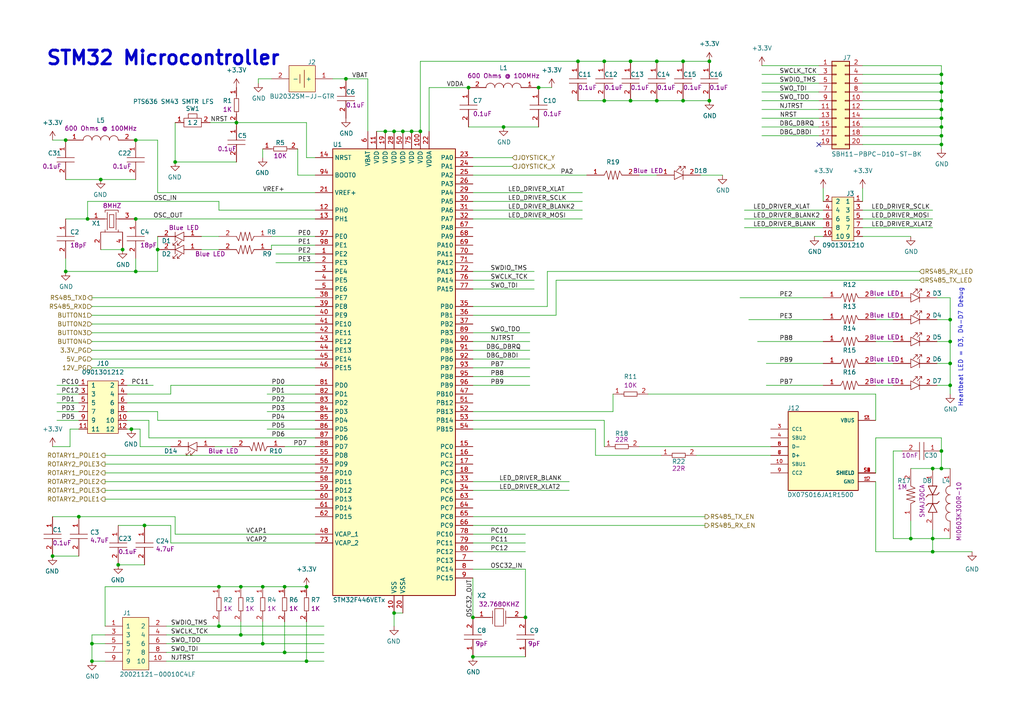
<source format=kicad_sch>
(kicad_sch (version 20231120) (generator "eeschema") (generator_version "8.0")
  (paper "A4")
  (lib_symbols
    (symbol "AVR-KiCAD-Lib-Battery-Holders:BU2032SM-JJ-GTR" (pin_names (offset 1.016))
      (property "Reference" "J" (at -3.81 5.08 0))
      (property "Value" "BU2032SM-JJ-GTR" (at 5.08 -5.08 0))
      (symbol "BU2032SM-JJ-GTR_1_1"
        (pin power_out line (at 8.89 0 180) (length 5.08) (name "+") (number "1"))
        (pin power_in line (at -8.89 0 0) (length 5.08) (name "-") (number "2"))
      )
    )
    (symbol "AVR-KiCAD-Lib-Capacitors:C0402C104K9PACTU" (pin_names (offset 1.016))
      (property "Reference" "C" (at -2.54 2.54 0))
      (property "_Value_" "0.1uF" (at 58.42 63.5 0))
      (symbol "C0402C104K9PACTU_1_1"
        (pin input line (at -5.08 0 0) (length 5.08) (name "~") (number "1"))
        (pin input line (at 6.35 0 180) (length 5.08) (name "~") (number "2"))
      )
    )
    (symbol "AVR-KiCAD-Lib-Capacitors:C0805C103KCRACAUTO" (pin_names (offset 1.016))
      (property "Reference" "C" (at -2.54 2.54 0))
      (property "_Value_" "10nF" (at 58.42 63.5 0))
      (symbol "C0805C103KCRACAUTO_1_1"
        (pin input line (at -5.08 0 0) (length 5.08) (name "~") (number "1"))
        (pin input line (at 6.35 0 180) (length 5.08) (name "~") (number "2"))
      )
    )
    (symbol "AVR-KiCAD-Lib-Capacitors:CL05C090CB5NNNC" (pin_names (offset 1.016))
      (property "Reference" "C" (at -2.54 2.54 0))
      (property "_Value_" "9pF" (at 58.42 63.5 0))
      (symbol "CL05C090CB5NNNC_1_1"
        (pin input line (at -5.08 0 0) (length 5.08) (name "~") (number "1"))
        (pin input line (at 6.35 0 180) (length 5.08) (name "~") (number "2"))
      )
    )
    (symbol "AVR-KiCAD-Lib-Capacitors:GCM1555C1H180GA16D" (pin_names (offset 1.016))
      (property "Reference" "C" (at -2.54 2.54 0))
      (property "_Value_" "18pF" (at 58.42 63.5 0))
      (symbol "GCM1555C1H180GA16D_1_1"
        (pin input line (at -5.08 0 0) (length 5.08) (name "~") (number "1"))
        (pin input line (at 6.35 0 180) (length 5.08) (name "~") (number "2"))
      )
    )
    (symbol "AVR-KiCAD-Lib-Capacitors:GRM155R60J475ME47D" (pin_names (offset 1.016))
      (property "Reference" "C" (at -2.54 2.54 0))
      (property "_Value_" "4.7uF" (at 58.42 63.5 0))
      (symbol "GRM155R60J475ME47D_1_1"
        (pin input line (at -5.08 0 0) (length 5.08) (name "~") (number "1"))
        (pin input line (at 6.35 0 180) (length 5.08) (name "~") (number "2"))
      )
    )
    (symbol "AVR-KiCAD-Lib-Connectors:0901301210" (pin_names (offset 1.016))
      (property "Reference" "J" (at 0.508 13.716 0))
      (property "Value" "0901301210" (at 6.096 -1.016 0))
      (symbol "0901301210_1_1"
        (pin passive line (at -2.54 11.43 0) (length 2.54) (name "1") (number "1"))
        (pin passive line (at 8.89 1.27 180) (length 2.54) (name "10") (number "10"))
        (pin passive line (at 8.89 11.43 180) (length 2.54) (name "2") (number "2"))
        (pin passive line (at -2.54 8.89 0) (length 2.54) (name "3") (number "3"))
        (pin passive line (at 8.89 8.89 180) (length 2.54) (name "4") (number "4"))
        (pin passive line (at -2.54 6.35 0) (length 2.54) (name "5") (number "5"))
        (pin passive line (at 8.89 6.35 180) (length 2.54) (name "6") (number "6"))
        (pin passive line (at -2.54 3.81 0) (length 2.54) (name "7") (number "7"))
        (pin passive line (at 8.89 3.81 180) (length 2.54) (name "8") (number "8"))
        (pin passive line (at -2.54 1.27 0) (length 2.54) (name "9") (number "9"))
      )
    )
    (symbol "AVR-KiCAD-Lib-Connectors:0901301212" (pin_names (offset 1.016))
      (property "Reference" "J" (at 0.508 16.256 0))
      (property "Value" "0901301210" (at 5.842 -1.016 0))
      (symbol "0901301212_1_1"
        (pin passive line (at -2.54 13.97 0) (length 2.54) (name "1") (number "1"))
        (pin passive line (at 11.43 3.81 180) (length 2.54) (name "10") (number "10"))
        (pin passive line (at -2.54 1.27 0) (length 2.54) (name "11") (number "11"))
        (pin passive line (at 11.43 1.27 180) (length 2.54) (name "12") (number "12"))
        (pin passive line (at 11.43 13.97 180) (length 2.54) (name "2") (number "2"))
        (pin passive line (at -2.54 11.43 0) (length 2.54) (name "3") (number "3"))
        (pin passive line (at 11.43 11.43 180) (length 2.54) (name "4") (number "4"))
        (pin passive line (at -2.54 8.89 0) (length 2.54) (name "5") (number "5"))
        (pin passive line (at 11.43 8.89 180) (length 2.54) (name "6") (number "6"))
        (pin passive line (at -2.54 6.35 0) (length 2.54) (name "7") (number "7"))
        (pin passive line (at 11.43 6.35 180) (length 2.54) (name "8") (number "8"))
        (pin passive line (at -2.54 3.81 0) (length 2.54) (name "9") (number "9"))
      )
    )
    (symbol "AVR-KiCAD-Lib-Connectors:20021121-00010C4LF" (pin_names (offset 1.016))
      (property "Reference" "J" (at -2.54 2.54 0))
      (property "Value" "20021121-00010C4LF" (at 1.27 5.08 0))
      (symbol "20021121-00010C4LF_1_1"
        (pin passive line (at -5.08 -2.54 0) (length 5.0038) (name "1") (number "1"))
        (pin passive line (at 12.7 -12.7 180) (length 5.0038) (name "10") (number "10"))
        (pin passive line (at 12.7 -2.54 180) (length 5.0038) (name "2") (number "2"))
        (pin passive line (at -5.08 -5.08 0) (length 5.0038) (name "3") (number "3"))
        (pin passive line (at 12.7 -5.08 180) (length 5.0038) (name "4") (number "4"))
        (pin passive line (at -5.08 -7.62 0) (length 5.0038) (name "5") (number "5"))
        (pin passive line (at 12.7 -7.62 180) (length 5.0038) (name "6") (number "6"))
        (pin passive line (at -5.08 -10.16 0) (length 5.0038) (name "7") (number "7"))
        (pin passive line (at 12.7 -10.16 180) (length 5.0038) (name "8") (number "8"))
        (pin passive line (at -5.08 -12.7 0) (length 5.0038) (name "9") (number "9"))
      )
    )
    (symbol "AVR-KiCAD-Lib-Connectors:DX07S016JA1R1500" (pin_names (offset 1.016))
      (property "Reference" "J" (at 0 2.54 0))
      (property "Value" "DX07S016JA1R1500" (at 10.16 -25.4 0))
      (symbol "DX07S016JA1R1500_1_1"
        (pin power_in line (at 25.4 -20.32 180) (length 5.08) (name "GND") (number "1"))
        (pin passive line (at -5.08 -15.24 0) (length 5.08) (name "SBU1") (number "10"))
        (pin power_in line (at 25.4 -2.54 180) (length 5.08) (name "VBUS") (number "11"))
        (pin power_in line (at 25.4 -20.32 180) (length 5.08) (name "GND") (number "12"))
        (pin power_in line (at 25.4 -2.54 180) (length 5.08) (name "VBUS") (number "2"))
        (pin passive line (at -5.08 -5.08 0) (length 5.08) (name "CC1") (number "3"))
        (pin passive line (at -5.08 -7.62 0) (length 5.08) (name "SBU2") (number "4"))
        (pin passive line (at -5.08 -10.16 0) (length 5.08) (name "D-") (number "5"))
        (pin passive line (at -5.08 -12.7 0) (length 5.08) (name "D+") (number "6"))
        (pin passive line (at -5.08 -12.7 0) (length 5.08) (name "D+") (number "7"))
        (pin passive line (at -5.08 -10.16 0) (length 5.08) (name "D-") (number "8"))
        (pin passive line (at -5.08 -17.78 0) (length 5.08) (name "CC2") (number "9"))
        (pin passive line (at 25.4 -17.78 180) (length 5.08) (name "SHIELD") (number "S1"))
        (pin passive line (at 25.4 -17.78 180) (length 5.08) (name "SHIELD") (number "S2"))
        (pin passive line (at 25.4 -17.78 180) (length 5.08) (name "SHIELD") (number "S3"))
        (pin passive line (at 25.4 -17.78 180) (length 5.08) (name "SHIELD") (number "S4"))
        (pin passive line (at 25.4 -17.78 180) (length 5.08) (name "SHIELD") (number "S5"))
        (pin passive line (at 25.4 -17.78 180) (length 5.08) (name "SHIELD") (number "S6"))
      )
    )
    (symbol "AVR-KiCAD-Lib-Connectors:SBH11-PBPC-D10-ST-BK" (pin_names (offset 1.016))
      (property "Reference" "J" (at 0.508 1.016 0))
      (property "Value" "SBH11-PBPC-D10-ST-BK" (at 2.54 -26.416 0))
      (symbol "SBH11-PBPC-D10-ST-BK_1_1"
        (pin passive line (at -3.81 -1.27 0) (length 3.81) (name "") (number "1"))
        (pin passive line (at 8.89 -11.43 180) (length 3.81) (name "") (number "10"))
        (pin passive line (at -3.81 -13.97 0) (length 3.81) (name "") (number "11"))
        (pin passive line (at 8.89 -13.97 180) (length 3.81) (name "") (number "12"))
        (pin passive line (at -3.81 -16.51 0) (length 3.81) (name "") (number "13"))
        (pin passive line (at 8.89 -16.51 180) (length 3.81) (name "") (number "14"))
        (pin passive line (at -3.81 -19.05 0) (length 3.81) (name "") (number "15"))
        (pin passive line (at 8.89 -19.05 180) (length 3.81) (name "") (number "16"))
        (pin passive line (at -3.81 -21.59 0) (length 3.81) (name "") (number "17"))
        (pin passive line (at 8.89 -21.59 180) (length 3.81) (name "") (number "18"))
        (pin passive line (at -3.81 -24.13 0) (length 3.81) (name "") (number "19"))
        (pin passive line (at 8.89 -1.27 180) (length 3.81) (name "") (number "2"))
        (pin passive line (at 8.89 -24.13 180) (length 3.81) (name "") (number "20"))
        (pin passive line (at -3.81 -3.81 0) (length 3.81) (name "") (number "3"))
        (pin passive line (at 8.89 -3.81 180) (length 3.81) (name "") (number "4"))
        (pin passive line (at -3.81 -6.35 0) (length 3.81) (name "") (number "5"))
        (pin passive line (at 8.89 -6.35 180) (length 3.81) (name "") (number "6"))
        (pin passive line (at -3.81 -8.89 0) (length 3.81) (name "") (number "7"))
        (pin passive line (at 8.89 -8.89 180) (length 3.81) (name "") (number "8"))
        (pin passive line (at -3.81 -11.43 0) (length 3.81) (name "") (number "9"))
      )
    )
    (symbol "AVR-KiCAD-Lib-Diodes:LTST-C194TBKT" (pin_names (offset 1.016))
      (property "Reference" "D" (at -2.54 2.54 0))
      (property "_Value_" "Blue LED" (at 58.42 63.5 0))
      (symbol "LTST-C194TBKT_1_1"
        (pin passive line (at -6.35 0 0) (length 5.08) (name "~") (number "1"))
        (pin passive line (at 6.35 0 180) (length 5.08) (name "~") (number "2"))
      )
    )
    (symbol "AVR-KiCAD-Lib-Diodes:SMAJ30CA" (pin_names (offset 1.016))
      (property "Reference" "D" (at -2.54 2.54 0))
      (property "_Value_" "SMAJ30CA" (at 58.42 63.5 0))
      (symbol "SMAJ30CA_1_1"
        (pin passive line (at -8.89 0 0) (length 5.08) (name "~") (number "1"))
        (pin passive line (at 8.89 0 180) (length 5.08) (name "~") (number "2"))
      )
    )
    (symbol "AVR-KiCAD-Lib-Inductors:BLM15HG601SN1D" (pin_names (offset 1.016))
      (property "Reference" "L" (at -2.54 2.54 0))
      (property "_Value_" "600 Ohms @ 100MHz" (at 58.42 63.5 0))
      (symbol "BLM15HG601SN1D_1_1"
        (pin input line (at -10.16 0 0) (length 5.08) (name "~") (number "1"))
        (pin input line (at 10.16 0 180) (length 5.08) (name "~") (number "2"))
      )
    )
    (symbol "AVR-KiCAD-Lib-Inductors:MI0603K300R-10" (pin_names (offset 1.016))
      (property "Reference" "L" (at -2.54 2.54 0))
      (property "_Value_" "MI0603K300R-10" (at 58.42 63.5 0))
      (symbol "MI0603K300R-10_1_1"
        (pin input line (at -10.16 0 0) (length 5.08) (name "~") (number "1"))
        (pin input line (at 10.16 0 180) (length 5.08) (name "~") (number "2"))
      )
    )
    (symbol "AVR-KiCAD-Lib-Mech-Switches:PTS636 SM43 SMTR LFS" (pin_names (offset 1.016))
      (property "Reference" "SW" (at -1.27 14.224 0))
      (property "Value" "PTS636 SM43 SMTR LFS" (at 2.54 16.764 0))
      (symbol "PTS636 SM43 SMTR LFS_1_1"
        (pin passive line (at -5.08 0 0) (length 2.54) (name "1") (number "1"))
        (pin passive line (at 5.08 0 180) (length 2.54) (name "2") (number "2"))
      )
    )
    (symbol "AVR-KiCAD-Lib-Oscillators-Clocks:ABM3B-8.000MHZ-B2-T" (pin_names (offset 1.016))
      (property "Reference" "X" (at -2.54 2.54 0))
      (property "_Value_" "8MHZ" (at 58.42 63.5 0))
      (symbol "ABM3B-8.000MHZ-B2-T_1_1"
        (pin passive line (at -5.08 -2.54 0) (length 5.0038) (name "~") (number "1"))
        (pin passive line (at -1.27 -11.43 90) (length 5.0038) (name "~") (number "2"))
        (pin passive line (at 8.89 -2.54 180) (length 5.0038) (name "~") (number "3"))
        (pin passive line (at 5.08 -11.43 90) (length 5.0038) (name "~") (number "4"))
      )
    )
    (symbol "AVR-KiCAD-Lib-Oscillators-Clocks:ABS07-32.768KHZ-9-T" (pin_names (offset 1.016))
      (property "Reference" "X" (at -2.54 2.54 0))
      (property "_Value_" "32.7680KHZ" (at 58.42 63.5 0))
      (symbol "ABS07-32.768KHZ-9-T_1_1"
        (pin passive line (at -7.62 0 0) (length 5.08) (name "~") (number "1"))
        (pin passive line (at 7.62 0 180) (length 5.08) (name "~") (number "2"))
      )
    )
    (symbol "AVR-KiCAD-Lib-Resistors:RC0402FR-0710KL" (pin_names (offset 1.016))
      (property "Reference" "R" (at -2.54 2.54 0))
      (property "Value" "RC0402FR-0710KL" (at 1.27 5.08 0))
      (property "_Value_" "10K" (at 58.42 63.5 0))
      (symbol "RC0402FR-0710KL_1_1"
        (pin passive line (at -5.08 0 0) (length 2.5146) (name "~") (number "1"))
        (pin passive line (at 5.08 0 180) (length 2.5146) (name "~") (number "2"))
      )
    )
    (symbol "AVR-KiCAD-Lib-Resistors:RC0402FR-071KL" (pin_names (offset 1.016))
      (property "Reference" "R" (at -2.54 2.54 0))
      (property "Value" "RC0402FR-071KL" (at 1.27 5.08 0))
      (property "_Value_" "1K" (at 58.42 63.5 0))
      (symbol "RC0402FR-071KL_1_1"
        (pin passive line (at -5.08 0 0) (length 2.5146) (name "~") (number "1"))
        (pin passive line (at 5.08 0 180) (length 2.5146) (name "~") (number "2"))
      )
    )
    (symbol "AVR-KiCAD-Lib-Resistors:RC0402FR-0722RL" (pin_names (offset 1.016))
      (property "Reference" "R" (at -2.54 2.54 0))
      (property "Value" "RC0402FR-0722RL" (at 1.27 5.08 0))
      (property "_Value_" "22R" (at 58.42 63.5 0))
      (symbol "RC0402FR-0722RL_1_1"
        (pin passive line (at -5.08 0 0) (length 2.5146) (name "~") (number "1"))
        (pin passive line (at 5.08 0 180) (length 2.5146) (name "~") (number "2"))
      )
    )
    (symbol "AVR-KiCAD-Lib-Resistors:RC0603FR-07470RL" (pin_names (offset 1.016))
      (property "Reference" "R" (at -2.54 2.54 0))
      (property "Value" "RC0603FR-07470RL" (at 1.27 5.08 0))
      (symbol "RC0603FR-07470RL_1_1"
        (pin passive line (at -7.62 0 0) (length 5.08) (name "~") (number "1"))
        (pin passive line (at 7.62 0 180) (length 5.08) (name "~") (number "2"))
      )
    )
    (symbol "AVR-KiCAD-Lib-Resistors:RC1206FR-071ML" (pin_names (offset 1.016))
      (property "Reference" "R" (at -2.54 2.54 0))
      (property "Value" "RC1206FR-071ML" (at 1.27 5.08 0))
      (property "_Value_" "1M" (at 58.42 63.5 0))
      (symbol "RC1206FR-071ML_1_1"
        (pin passive line (at -7.62 0 0) (length 5.08) (name "~") (number "1"))
        (pin passive line (at 7.62 0 180) (length 5.08) (name "~") (number "2"))
      )
    )
    (symbol "MCU_ST_STM32F4:STM32F446VETx"
      (property "Reference" "U" (at -17.78 67.31 0))
      (property "Value" "STM32F446VETx" (at 12.7 67.31 0))
      (symbol "STM32F446VETx_1_1"
        (pin bidirectional line (at -22.86 35.56 0) (length 5.08) (name "PE2") (number "1"))
        (pin power_in line (at 0 -68.58 90) (length 5.08) (name "VSS") (number "10"))
        (pin power_in line (at 7.62 71.12 270) (length 5.08) (name "VDD") (number "100"))
        (pin power_in line (at -5.08 71.12 270) (length 5.08) (name "VDD") (number "11"))
        (pin bidirectional line (at -22.86 48.26 0) (length 5.08) (name "PH0") (number "12"))
        (pin bidirectional line (at -22.86 45.72 0) (length 5.08) (name "PH1") (number "13"))
        (pin input line (at -22.86 63.5 0) (length 5.08) (name "NRST") (number "14"))
        (pin bidirectional line (at 22.86 -20.32 180) (length 5.08) (name "PC0") (number "15"))
        (pin bidirectional line (at 22.86 -22.86 180) (length 5.08) (name "PC1") (number "16"))
        (pin bidirectional line (at 22.86 -25.4 180) (length 5.08) (name "PC2") (number "17"))
        (pin bidirectional line (at 22.86 -27.94 180) (length 5.08) (name "PC3") (number "18"))
        (pin power_in line (at -2.54 71.12 270) (length 5.08) (name "VDD") (number "19"))
        (pin bidirectional line (at -22.86 33.02 0) (length 5.08) (name "PE3") (number "2"))
        (pin power_in line (at 2.54 -68.58 90) (length 5.08) (name "VSSA") (number "20"))
        (pin input line (at -22.86 53.34 0) (length 5.08) (name "VREF+") (number "21"))
        (pin power_in line (at 10.16 71.12 270) (length 5.08) (name "VDDA") (number "22"))
        (pin bidirectional line (at 22.86 63.5 180) (length 5.08) (name "PA0") (number "23"))
        (pin bidirectional line (at 22.86 60.96 180) (length 5.08) (name "PA1") (number "24"))
        (pin bidirectional line (at 22.86 58.42 180) (length 5.08) (name "PA2") (number "25"))
        (pin bidirectional line (at 22.86 55.88 180) (length 5.08) (name "PA3") (number "26"))
        (pin passive line (at 0 -68.58 90) (length 5.08) hide (name "VSS") (number "27"))
        (pin power_in line (at 0 71.12 270) (length 5.08) (name "VDD") (number "28"))
        (pin bidirectional line (at 22.86 53.34 180) (length 5.08) (name "PA4") (number "29"))
        (pin bidirectional line (at -22.86 30.48 0) (length 5.08) (name "PE4") (number "3"))
        (pin bidirectional line (at 22.86 50.8 180) (length 5.08) (name "PA5") (number "30"))
        (pin bidirectional line (at 22.86 48.26 180) (length 5.08) (name "PA6") (number "31"))
        (pin bidirectional line (at 22.86 45.72 180) (length 5.08) (name "PA7") (number "32"))
        (pin bidirectional line (at 22.86 -30.48 180) (length 5.08) (name "PC4") (number "33"))
        (pin bidirectional line (at 22.86 -33.02 180) (length 5.08) (name "PC5") (number "34"))
        (pin bidirectional line (at 22.86 20.32 180) (length 5.08) (name "PB0") (number "35"))
        (pin bidirectional line (at 22.86 17.78 180) (length 5.08) (name "PB1") (number "36"))
        (pin bidirectional line (at 22.86 15.24 180) (length 5.08) (name "PB2") (number "37"))
        (pin bidirectional line (at -22.86 22.86 0) (length 5.08) (name "PE7") (number "38"))
        (pin bidirectional line (at -22.86 20.32 0) (length 5.08) (name "PE8") (number "39"))
        (pin bidirectional line (at -22.86 27.94 0) (length 5.08) (name "PE5") (number "4"))
        (pin bidirectional line (at -22.86 17.78 0) (length 5.08) (name "PE9") (number "40"))
        (pin bidirectional line (at -22.86 15.24 0) (length 5.08) (name "PE10") (number "41"))
        (pin bidirectional line (at -22.86 12.7 0) (length 5.08) (name "PE11") (number "42"))
        (pin bidirectional line (at -22.86 10.16 0) (length 5.08) (name "PE12") (number "43"))
        (pin bidirectional line (at -22.86 7.62 0) (length 5.08) (name "PE13") (number "44"))
        (pin bidirectional line (at -22.86 5.08 0) (length 5.08) (name "PE14") (number "45"))
        (pin bidirectional line (at -22.86 2.54 0) (length 5.08) (name "PE15") (number "46"))
        (pin bidirectional line (at 22.86 -5.08 180) (length 5.08) (name "PB10") (number "47"))
        (pin power_out line (at -22.86 -45.72 0) (length 5.08) (name "VCAP_1") (number "48"))
        (pin passive line (at 0 -68.58 90) (length 5.08) hide (name "VSS") (number "49"))
        (pin bidirectional line (at -22.86 25.4 0) (length 5.08) (name "PE6") (number "5"))
        (pin power_in line (at 2.54 71.12 270) (length 5.08) (name "VDD") (number "50"))
        (pin bidirectional line (at 22.86 -7.62 180) (length 5.08) (name "PB12") (number "51"))
        (pin bidirectional line (at 22.86 -10.16 180) (length 5.08) (name "PB13") (number "52"))
        (pin bidirectional line (at 22.86 -12.7 180) (length 5.08) (name "PB14") (number "53"))
        (pin bidirectional line (at 22.86 -15.24 180) (length 5.08) (name "PB15") (number "54"))
        (pin bidirectional line (at -22.86 -22.86 0) (length 5.08) (name "PD8") (number "55"))
        (pin bidirectional line (at -22.86 -25.4 0) (length 5.08) (name "PD9") (number "56"))
        (pin bidirectional line (at -22.86 -27.94 0) (length 5.08) (name "PD10") (number "57"))
        (pin bidirectional line (at -22.86 -30.48 0) (length 5.08) (name "PD11") (number "58"))
        (pin bidirectional line (at -22.86 -33.02 0) (length 5.08) (name "PD12") (number "59"))
        (pin power_in line (at -7.62 71.12 270) (length 5.08) (name "VBAT") (number "6"))
        (pin bidirectional line (at -22.86 -35.56 0) (length 5.08) (name "PD13") (number "60"))
        (pin bidirectional line (at -22.86 -38.1 0) (length 5.08) (name "PD14") (number "61"))
        (pin bidirectional line (at -22.86 -40.64 0) (length 5.08) (name "PD15") (number "62"))
        (pin bidirectional line (at 22.86 -35.56 180) (length 5.08) (name "PC6") (number "63"))
        (pin bidirectional line (at 22.86 -38.1 180) (length 5.08) (name "PC7") (number "64"))
        (pin bidirectional line (at 22.86 -40.64 180) (length 5.08) (name "PC8") (number "65"))
        (pin bidirectional line (at 22.86 -43.18 180) (length 5.08) (name "PC9") (number "66"))
        (pin bidirectional line (at 22.86 43.18 180) (length 5.08) (name "PA8") (number "67"))
        (pin bidirectional line (at 22.86 40.64 180) (length 5.08) (name "PA9") (number "68"))
        (pin bidirectional line (at 22.86 38.1 180) (length 5.08) (name "PA10") (number "69"))
        (pin bidirectional line (at 22.86 -53.34 180) (length 5.08) (name "PC13") (number "7"))
        (pin bidirectional line (at 22.86 35.56 180) (length 5.08) (name "PA11") (number "70"))
        (pin bidirectional line (at 22.86 33.02 180) (length 5.08) (name "PA12") (number "71"))
        (pin bidirectional line (at 22.86 30.48 180) (length 5.08) (name "PA13") (number "72"))
        (pin power_out line (at -22.86 -48.26 0) (length 5.08) (name "VCAP_2") (number "73"))
        (pin passive line (at 0 -68.58 90) (length 5.08) hide (name "VSS") (number "74"))
        (pin power_in line (at 5.08 71.12 270) (length 5.08) (name "VDD") (number "75"))
        (pin bidirectional line (at 22.86 27.94 180) (length 5.08) (name "PA14") (number "76"))
        (pin bidirectional line (at 22.86 25.4 180) (length 5.08) (name "PA15") (number "77"))
        (pin bidirectional line (at 22.86 -45.72 180) (length 5.08) (name "PC10") (number "78"))
        (pin bidirectional line (at 22.86 -48.26 180) (length 5.08) (name "PC11") (number "79"))
        (pin bidirectional line (at 22.86 -55.88 180) (length 5.08) (name "PC14") (number "8"))
        (pin bidirectional line (at 22.86 -50.8 180) (length 5.08) (name "PC12") (number "80"))
        (pin bidirectional line (at -22.86 -2.54 0) (length 5.08) (name "PD0") (number "81"))
        (pin bidirectional line (at -22.86 -5.08 0) (length 5.08) (name "PD1") (number "82"))
        (pin bidirectional line (at -22.86 -7.62 0) (length 5.08) (name "PD2") (number "83"))
        (pin bidirectional line (at -22.86 -10.16 0) (length 5.08) (name "PD3") (number "84"))
        (pin bidirectional line (at -22.86 -12.7 0) (length 5.08) (name "PD4") (number "85"))
        (pin bidirectional line (at -22.86 -15.24 0) (length 5.08) (name "PD5") (number "86"))
        (pin bidirectional line (at -22.86 -17.78 0) (length 5.08) (name "PD6") (number "87"))
        (pin bidirectional line (at -22.86 -20.32 0) (length 5.08) (name "PD7") (number "88"))
        (pin bidirectional line (at 22.86 12.7 180) (length 5.08) (name "PB3") (number "89"))
        (pin bidirectional line (at 22.86 -58.42 180) (length 5.08) (name "PC15") (number "9"))
        (pin bidirectional line (at 22.86 10.16 180) (length 5.08) (name "PB4") (number "90"))
        (pin bidirectional line (at 22.86 7.62 180) (length 5.08) (name "PB5") (number "91"))
        (pin bidirectional line (at 22.86 5.08 180) (length 5.08) (name "PB6") (number "92"))
        (pin bidirectional line (at 22.86 2.54 180) (length 5.08) (name "PB7") (number "93"))
        (pin input line (at -22.86 58.42 0) (length 5.08) (name "BOOT0") (number "94"))
        (pin bidirectional line (at 22.86 0 180) (length 5.08) (name "PB8") (number "95"))
        (pin bidirectional line (at 22.86 -2.54 180) (length 5.08) (name "PB9") (number "96"))
        (pin bidirectional line (at -22.86 40.64 0) (length 5.08) (name "PE0") (number "97"))
        (pin bidirectional line (at -22.86 38.1 0) (length 5.08) (name "PE1") (number "98"))
        (pin passive line (at 0 -68.58 90) (length 5.08) hide (name "VSS") (number "99"))
      )
    )
    (symbol "power:+3.3V" (power) (pin_names (offset 0))
      (property "Value" "+3.3V" (at 0 3.556 0))
      (symbol "+3.3V_1_1"
        (pin power_in line (at 0 0 90) (length 0) hide (name "+3.3V") (number "1"))
      )
    )
    (symbol "power:GND" (power) (pin_names (offset 0))
      (property "Value" "GND" (at 0 -3.81 0))
      (symbol "GND_1_1"
        (pin power_in line (at 0 0 270) (length 0) hide (name "GND") (number "1"))
      )
    )
  )
  (junction (at 100.33 22.86))
  (junction (at 146.05 36.83))
  (junction (at 198.12 17.78))
  (junction (at 35.56 72.39))
  (junction (at 273.05 26.67))
  (junction (at 273.05 135.89))
  (junction (at 88.9 191.77))
  (junction (at 45.72 72.39))
  (junction (at 270.51 156.21))
  (junction (at 182.88 17.78))
  (junction (at 82.55 170.18))
  (junction (at 82.55 189.23))
  (junction (at 25.4 63.5))
  (junction (at 264.16 156.21))
  (junction (at 273.05 34.29))
  (junction (at 63.5 170.18))
  (junction (at 41.91 152.4))
  (junction (at 29.21 52.07))
  (junction (at 38.1 124.46))
  (junction (at 121.92 38.1))
  (junction (at 273.05 31.75))
  (junction (at 39.37 63.5))
  (junction (at 275.59 92.71))
  (junction (at 19.05 78.74))
  (junction (at 76.2 170.18))
  (junction (at 273.05 36.83))
  (junction (at 76.2 186.69))
  (junction (at 273.05 24.13))
  (junction (at 88.9 170.18))
  (junction (at 275.59 105.41))
  (junction (at 15.24 161.29))
  (junction (at 205.74 17.78))
  (junction (at 273.05 39.37))
  (junction (at 137.16 190.5))
  (junction (at 190.5 29.21))
  (junction (at 69.85 184.15))
  (junction (at 114.3 177.8))
  (junction (at 273.05 41.91))
  (junction (at 19.05 40.64))
  (junction (at 63.5 181.61))
  (junction (at 275.59 111.76))
  (junction (at 114.3 38.1))
  (junction (at 119.38 38.1))
  (junction (at 270.51 135.89))
  (junction (at 175.26 17.78))
  (junction (at 39.37 40.64))
  (junction (at 137.16 179.07))
  (junction (at 273.05 130.81))
  (junction (at 190.5 17.78))
  (junction (at 26.67 186.69))
  (junction (at 116.84 38.1))
  (junction (at 275.59 99.06))
  (junction (at 270.51 160.02))
  (junction (at 135.89 25.4))
  (junction (at 68.58 35.56))
  (junction (at 198.12 29.21))
  (junction (at 273.05 29.21))
  (junction (at 26.67 191.77))
  (junction (at 156.21 25.4))
  (junction (at 182.88 29.21))
  (junction (at 34.29 163.83))
  (junction (at 273.05 21.59))
  (junction (at 167.64 17.78))
  (junction (at 111.76 38.1))
  (junction (at 39.37 78.74))
  (junction (at 22.86 149.86))
  (junction (at 152.4 179.07))
  (junction (at 175.26 29.21))
  (junction (at 50.8 46.99))
  (junction (at 69.85 170.18))
  (junction (at 205.74 29.21))
  (no_connect (at 237.49 41.91))
  (wire (pts (xy 154.94 81.28) (xy 137.16 81.28)))
  (wire (pts (xy 154.94 78.74) (xy 137.16 78.74)))
  (wire (pts (xy 30.48 134.62) (xy 91.44 134.62)))
  (wire (pts (xy 45.72 121.92) (xy 91.44 121.92)))
  (wire (pts (xy 137.16 45.72) (xy 148.59 45.72)))
  (wire (pts (xy 26.67 101.6) (xy 91.44 101.6)))
  (wire (pts (xy 69.85 180.34) (xy 69.85 184.15)))
  (wire (pts (xy 187.96 114.3) (xy 254 114.3)))
  (wire (pts (xy 114.3 38.1) (xy 116.84 38.1)))
  (wire (pts (xy 270.51 156.21) (xy 264.16 156.21)))
  (wire (pts (xy 77.47 119.38) (xy 91.44 119.38)))
  (wire (pts (xy 273.05 19.05) (xy 273.05 21.59)))
  (wire (pts (xy 58.42 68.58) (xy 63.5 68.58)))
  (wire (pts (xy 250.19 34.29) (xy 273.05 34.29)))
  (wire (pts (xy 26.67 88.9) (xy 91.44 88.9)))
  (wire (pts (xy 264.16 156.21) (xy 259.08 156.21)))
  (wire (pts (xy 60.96 35.56) (xy 68.58 35.56)))
  (wire (pts (xy 19.05 78.74) (xy 39.37 78.74)))
  (wire (pts (xy 22.86 124.46) (xy 20.32 124.46)))
  (wire (pts (xy 177.8 114.3) (xy 177.8 119.38)))
  (wire (pts (xy 29.21 72.39) (xy 35.56 72.39)))
  (wire (pts (xy 137.16 48.26) (xy 148.59 48.26)))
  (wire (pts (xy 30.48 184.15) (xy 26.67 184.15)))
  (wire (pts (xy 137.16 157.48) (xy 152.4 157.48)))
  (wire (pts (xy 63.5 58.42) (xy 25.4 58.42)))
  (wire (pts (xy 50.8 154.94) (xy 91.44 154.94)))
  (wire (pts (xy 40.64 124.46) (xy 38.1 124.46)))
  (wire (pts (xy 254 137.16) (xy 254 127)))
  (wire (pts (xy 22.86 149.86) (xy 15.24 149.86)))
  (wire (pts (xy 50.8 46.99) (xy 68.58 46.99)))
  (wire (pts (xy 137.16 104.14) (xy 153.67 104.14)))
  (wire (pts (xy 250.19 41.91) (xy 273.05 41.91)))
  (wire (pts (xy 172.72 132.08) (xy 191.77 132.08)))
  (wire (pts (xy 137.16 50.8) (xy 170.18 50.8)))
  (wire (pts (xy 137.16 142.24) (xy 165.1 142.24)))
  (wire (pts (xy 26.67 86.36) (xy 91.44 86.36)))
  (wire (pts (xy 254 121.92) (xy 254 114.3)))
  (wire (pts (xy 137.16 58.42) (xy 168.91 58.42)))
  (wire (pts (xy 100.33 22.86) (xy 106.68 22.86)))
  (wire (pts (xy 77.47 124.46) (xy 91.44 124.46)))
  (wire (pts (xy 220.98 26.67) (xy 237.49 26.67)))
  (wire (pts (xy 220.98 19.05) (xy 237.49 19.05)))
  (wire (pts (xy 250.19 26.67) (xy 273.05 26.67)))
  (wire (pts (xy 185.42 129.54) (xy 223.52 129.54)))
  (wire (pts (xy 40.64 129.54) (xy 40.64 124.46)))
  (wire (pts (xy 45.72 72.39) (xy 45.72 78.74)))
  (wire (pts (xy 137.16 119.38) (xy 177.8 119.38)))
  (wire (pts (xy 161.29 91.44) (xy 137.16 91.44)))
  (wire (pts (xy 250.19 60.96) (xy 270.51 60.96)))
  (wire (pts (xy 152.4 190.5) (xy 137.16 190.5)))
  (wire (pts (xy 270.51 156.21) (xy 275.59 156.21)))
  (wire (pts (xy 238.76 99.06) (xy 219.71 99.06)))
  (wire (pts (xy 69.85 184.15) (xy 93.98 184.15)))
  (wire (pts (xy 36.83 111.76) (xy 44.45 111.76)))
  (wire (pts (xy 26.67 106.68) (xy 91.44 106.68)))
  (wire (pts (xy 76.2 170.18) (xy 69.85 170.18)))
  (wire (pts (xy 222.25 105.41) (xy 238.76 105.41)))
  (wire (pts (xy 254 160.02) (xy 270.51 160.02)))
  (wire (pts (xy 16.51 119.38) (xy 22.86 119.38)))
  (wire (pts (xy 26.67 191.77) (xy 30.48 191.77)))
  (wire (pts (xy 137.16 160.02) (xy 152.4 160.02)))
  (wire (pts (xy 49.53 157.48) (xy 91.44 157.48)))
  (wire (pts (xy 80.01 73.66) (xy 91.44 73.66)))
  (wire (pts (xy 20.32 124.46) (xy 20.32 129.54)))
  (wire (pts (xy 26.67 93.98) (xy 91.44 93.98)))
  (wire (pts (xy 137.16 99.06) (xy 153.67 99.06)))
  (wire (pts (xy 16.51 114.3) (xy 22.86 114.3)))
  (wire (pts (xy 238.76 54.61) (xy 238.76 58.42)))
  (wire (pts (xy 30.48 144.78) (xy 91.44 144.78)))
  (wire (pts (xy 137.16 106.68) (xy 153.67 106.68)))
  (wire (pts (xy 266.7 78.74) (xy 158.75 78.74)))
  (wire (pts (xy 275.59 105.41) (xy 275.59 111.76)))
  (wire (pts (xy 220.98 24.13) (xy 237.49 24.13)))
  (wire (pts (xy 275.59 86.36) (xy 275.59 92.71)))
  (wire (pts (xy 36.83 116.84) (xy 91.44 116.84)))
  (wire (pts (xy 34.29 163.83) (xy 41.91 163.83)))
  (wire (pts (xy 254 127) (xy 273.05 127)))
  (wire (pts (xy 63.5 181.61) (xy 93.98 181.61)))
  (wire (pts (xy 250.19 54.61) (xy 250.19 58.42)))
  (wire (pts (xy 259.08 130.81) (xy 259.08 156.21)))
  (wire (pts (xy 91.44 68.58) (xy 78.74 68.58)))
  (wire (pts (xy 220.98 29.21) (xy 237.49 29.21)))
  (wire (pts (xy 222.25 111.76) (xy 238.76 111.76)))
  (wire (pts (xy 36.83 124.46) (xy 38.1 124.46)))
  (wire (pts (xy 19.05 74.93) (xy 19.05 78.74)))
  (wire (pts (xy 270.51 156.21) (xy 270.51 160.02)))
  (wire (pts (xy 48.26 184.15) (xy 69.85 184.15)))
  (wire (pts (xy 250.19 39.37) (xy 273.05 39.37)))
  (wire (pts (xy 25.4 58.42) (xy 25.4 63.5)))
  (wire (pts (xy 137.16 109.22) (xy 153.67 109.22)))
  (wire (pts (xy 236.22 68.58) (xy 238.76 68.58)))
  (wire (pts (xy 62.23 129.54) (xy 67.31 129.54)))
  (wire (pts (xy 76.2 43.18) (xy 76.2 45.72)))
  (wire (pts (xy 271.78 105.41) (xy 275.59 105.41)))
  (wire (pts (xy 182.88 29.21) (xy 190.5 29.21)))
  (wire (pts (xy 220.98 21.59) (xy 237.49 21.59)))
  (wire (pts (xy 137.16 63.5) (xy 168.91 63.5)))
  (wire (pts (xy 254 139.7) (xy 254 160.02)))
  (wire (pts (xy 30.48 137.16) (xy 91.44 137.16)))
  (wire (pts (xy 91.44 71.12) (xy 78.74 71.12)))
  (wire (pts (xy 167.64 29.21) (xy 175.26 29.21)))
  (wire (pts (xy 137.16 96.52) (xy 153.67 96.52)))
  (wire (pts (xy 271.78 92.71) (xy 275.59 92.71)))
  (wire (pts (xy 43.18 127) (xy 43.18 121.92)))
  (wire (pts (xy 137.16 111.76) (xy 153.67 111.76)))
  (wire (pts (xy 161.29 81.28) (xy 161.29 91.44)))
  (wire (pts (xy 175.26 29.21) (xy 182.88 29.21)))
  (wire (pts (xy 172.72 124.46) (xy 137.16 124.46)))
  (wire (pts (xy 220.98 31.75) (xy 237.49 31.75)))
  (wire (pts (xy 215.9 63.5) (xy 238.76 63.5)))
  (wire (pts (xy 19.05 63.5) (xy 25.4 63.5)))
  (wire (pts (xy 88.9 35.56) (xy 88.9 45.72)))
  (wire (pts (xy 254 92.71) (xy 259.08 92.71)))
  (wire (pts (xy 49.53 111.76) (xy 91.44 111.76)))
  (wire (pts (xy 220.98 34.29) (xy 237.49 34.29)))
  (wire (pts (xy 22.86 149.86) (xy 50.8 149.86)))
  (wire (pts (xy 203.2 50.8) (xy 209.55 50.8)))
  (wire (pts (xy 48.26 186.69) (xy 76.2 186.69)))
  (wire (pts (xy 175.26 17.78) (xy 182.88 17.78)))
  (wire (pts (xy 20.32 129.54) (xy 15.24 129.54)))
  (wire (pts (xy 78.74 71.12) (xy 78.74 72.39)))
  (wire (pts (xy 86.36 50.8) (xy 91.44 50.8)))
  (wire (pts (xy 124.46 38.1) (xy 124.46 25.4)))
  (wire (pts (xy 88.9 191.77) (xy 93.98 191.77)))
  (wire (pts (xy 124.46 25.4) (xy 135.89 25.4)))
  (wire (pts (xy 250.19 68.58) (xy 264.16 68.58)))
  (wire (pts (xy 74.93 22.86) (xy 78.74 22.86)))
  (wire (pts (xy 80.01 76.2) (xy 91.44 76.2)))
  (wire (pts (xy 190.5 17.78) (xy 198.12 17.78)))
  (wire (pts (xy 264.16 151.13) (xy 264.16 156.21)))
  (wire (pts (xy 198.12 29.21) (xy 205.74 29.21)))
  (wire (pts (xy 22.86 161.29) (xy 15.24 161.29)))
  (wire (pts (xy 86.36 43.18) (xy 86.36 50.8)))
  (wire (pts (xy 30.48 142.24) (xy 91.44 142.24)))
  (wire (pts (xy 91.44 114.3) (xy 77.47 114.3)))
  (wire (pts (xy 30.48 186.69) (xy 26.67 186.69)))
  (wire (pts (xy 82.55 170.18) (xy 76.2 170.18)))
  (wire (pts (xy 273.05 21.59) (xy 273.05 24.13)))
  (wire (pts (xy 273.05 26.67) (xy 273.05 29.21)))
  (wire (pts (xy 58.42 72.39) (xy 63.5 72.39)))
  (wire (pts (xy 137.16 165.1) (xy 152.4 165.1)))
  (wire (pts (xy 167.64 17.78) (xy 121.92 17.78)))
  (wire (pts (xy 273.05 39.37) (xy 273.05 41.91)))
  (wire (pts (xy 270.51 135.89) (xy 264.16 135.89)))
  (wire (pts (xy 45.72 78.74) (xy 39.37 78.74)))
  (wire (pts (xy 121.92 17.78) (xy 121.92 38.1)))
  (wire (pts (xy 30.48 181.61) (xy 30.48 170.18)))
  (wire (pts (xy 198.12 17.78) (xy 205.74 17.78)))
  (wire (pts (xy 49.53 114.3) (xy 36.83 114.3)))
  (wire (pts (xy 29.21 52.07) (xy 39.37 52.07)))
  (wire (pts (xy 48.26 181.61) (xy 63.5 181.61)))
  (wire (pts (xy 119.38 38.1) (xy 121.92 38.1)))
  (wire (pts (xy 137.16 149.86) (xy 204.47 149.86)))
  (wire (pts (xy 49.53 111.76) (xy 49.53 114.3)))
  (wire (pts (xy 215.9 60.96) (xy 238.76 60.96)))
  (wire (pts (xy 39.37 40.64) (xy 45.72 40.64)))
  (wire (pts (xy 137.16 101.6) (xy 153.67 101.6)))
  (wire (pts (xy 76.2 186.69) (xy 93.98 186.69)))
  (wire (pts (xy 275.59 111.76) (xy 275.59 114.3)))
  (wire (pts (xy 116.84 177.8) (xy 114.3 177.8)))
  (wire (pts (xy 48.26 191.77) (xy 88.9 191.77)))
  (wire (pts (xy 201.93 132.08) (xy 223.52 132.08)))
  (wire (pts (xy 26.67 104.14) (xy 91.44 104.14)))
  (wire (pts (xy 250.19 63.5) (xy 270.51 63.5)))
  (wire (pts (xy 96.52 22.86) (xy 100.33 22.86)))
  (wire (pts (xy 45.72 121.92) (xy 45.72 119.38)))
  (wire (pts (xy 254 86.36) (xy 259.08 86.36)))
  (wire (pts (xy 158.75 78.74) (xy 158.75 88.9)))
  (wire (pts (xy 273.05 31.75) (xy 273.05 34.29)))
  (wire (pts (xy 275.59 135.89) (xy 273.05 135.89)))
  (wire (pts (xy 82.55 129.54) (xy 91.44 129.54)))
  (wire (pts (xy 185.42 50.8) (xy 190.5 50.8)))
  (wire (pts (xy 26.67 91.44) (xy 91.44 91.44)))
  (wire (pts (xy 167.64 17.78) (xy 175.26 17.78)))
  (wire (pts (xy 106.68 22.86) (xy 106.68 38.1)))
  (wire (pts (xy 182.88 17.78) (xy 190.5 17.78)))
  (wire (pts (xy 63.5 58.42) (xy 63.5 60.96)))
  (wire (pts (xy 63.5 180.34) (xy 63.5 181.61)))
  (wire (pts (xy 30.48 132.08) (xy 91.44 132.08)))
  (wire (pts (xy 50.8 149.86) (xy 50.8 154.94)))
  (wire (pts (xy 273.05 127) (xy 273.05 130.81)))
  (wire (pts (xy 137.16 167.64) (xy 137.16 179.07)))
  (wire (pts (xy 266.7 81.28) (xy 161.29 81.28)))
  (wire (pts (xy 19.05 52.07) (xy 29.21 52.07)))
  (wire (pts (xy 271.78 86.36) (xy 275.59 86.36)))
  (wire (pts (xy 39.37 78.74) (xy 39.37 74.93)))
  (wire (pts (xy 45.72 55.88) (xy 91.44 55.88)))
  (wire (pts (xy 273.05 24.13) (xy 273.05 26.67)))
  (wire (pts (xy 109.22 38.1) (xy 111.76 38.1)))
  (wire (pts (xy 43.18 121.92) (xy 36.83 121.92)))
  (wire (pts (xy 250.19 31.75) (xy 273.05 31.75)))
  (wire (pts (xy 172.72 124.46) (xy 172.72 132.08)))
  (wire (pts (xy 254 111.76) (xy 259.08 111.76)))
  (wire (pts (xy 26.67 96.52) (xy 91.44 96.52)))
  (wire (pts (xy 137.16 154.94) (xy 152.4 154.94)))
  (wire (pts (xy 16.51 121.92) (xy 22.86 121.92)))
  (wire (pts (xy 270.51 160.02) (xy 281.94 160.02)))
  (wire (pts (xy 158.75 88.9) (xy 137.16 88.9)))
  (wire (pts (xy 273.05 130.81) (xy 273.05 135.89)))
  (wire (pts (xy 137.16 139.7) (xy 165.1 139.7)))
  (wire (pts (xy 45.72 40.64) (xy 45.72 55.88)))
  (wire (pts (xy 154.94 83.82) (xy 137.16 83.82)))
  (wire (pts (xy 49.53 152.4) (xy 49.53 157.48)))
  (wire (pts (xy 45.72 68.58) (xy 45.72 72.39)))
  (wire (pts (xy 30.48 170.18) (xy 63.5 170.18)))
  (wire (pts (xy 254 105.41) (xy 259.08 105.41)))
  (wire (pts (xy 273.05 41.91) (xy 273.05 43.18)))
  (wire (pts (xy 137.16 55.88) (xy 168.91 55.88)))
  (wire (pts (xy 146.05 36.83) (xy 135.89 36.83)))
  (wire (pts (xy 273.05 34.29) (xy 273.05 36.83)))
  (wire (pts (xy 137.16 121.92) (xy 175.26 121.92)))
  (wire (pts (xy 275.59 92.71) (xy 275.59 99.06)))
  (wire (pts (xy 114.3 177.8) (xy 114.3 181.61)))
  (wire (pts (xy 68.58 35.56) (xy 88.9 35.56)))
  (wire (pts (xy 76.2 180.34) (xy 76.2 186.69)))
  (wire (pts (xy 261.62 130.81) (xy 259.08 130.81)))
  (wire (pts (xy 275.59 99.06) (xy 275.59 105.41)))
  (wire (pts (xy 250.19 21.59) (xy 273.05 21.59)))
  (wire (pts (xy 250.19 29.21) (xy 273.05 29.21)))
  (wire (pts (xy 49.53 129.54) (xy 40.64 129.54)))
  (wire (pts (xy 220.98 36.83) (xy 237.49 36.83)))
  (wire (pts (xy 250.19 36.83) (xy 273.05 36.83)))
  (wire (pts (xy 137.16 152.4) (xy 204.47 152.4)))
  (wire (pts (xy 271.78 111.76) (xy 275.59 111.76)))
  (wire (pts (xy 16.51 111.76) (xy 22.86 111.76)))
  (wire (pts (xy 88.9 180.34) (xy 88.9 191.77)))
  (wire (pts (xy 271.78 99.06) (xy 275.59 99.06)))
  (wire (pts (xy 45.72 119.38) (xy 36.83 119.38)))
  (wire (pts (xy 273.05 29.21) (xy 273.05 31.75)))
  (wire (pts (xy 270.51 153.67) (xy 270.51 156.21)))
  (wire (pts (xy 82.55 180.34) (xy 82.55 189.23)))
  (wire (pts (xy 39.37 63.5) (xy 91.44 63.5)))
  (wire (pts (xy 26.67 184.15) (xy 26.67 186.69)))
  (wire (pts (xy 74.93 22.86) (xy 74.93 24.13)))
  (wire (pts (xy 156.21 36.83) (xy 146.05 36.83)))
  (wire (pts (xy 152.4 165.1) (xy 152.4 179.07)))
  (wire (pts (xy 88.9 170.18) (xy 82.55 170.18)))
  (wire (pts (xy 175.26 121.92) (xy 175.26 129.54)))
  (wire (pts (xy 69.85 170.18) (xy 63.5 170.18)))
  (wire (pts (xy 19.05 40.64) (xy 15.24 40.64)))
  (wire (pts (xy 88.9 45.72) (xy 91.44 45.72)))
  (wire (pts (xy 190.5 29.21) (xy 198.12 29.21)))
  (wire (pts (xy 50.8 35.56) (xy 50.8 46.99)))
  (wire (pts (xy 137.16 60.96) (xy 168.91 60.96)))
  (wire (pts (xy 116.84 38.1) (xy 119.38 38.1)))
  (wire (pts (xy 26.67 186.69) (xy 26.67 191.77)))
  (wire (pts (xy 254 99.06) (xy 259.08 99.06)))
  (wire (pts (xy 250.19 66.04) (xy 270.51 66.04)))
  (wire (pts (xy 91.44 127) (xy 43.18 127)))
  (wire (pts (xy 273.05 36.83) (xy 273.05 39.37)))
  (wire (pts (xy 250.19 19.05) (xy 273.05 19.05)))
  (wire (pts (xy 41.91 152.4) (xy 49.53 152.4)))
  (wire (pts (xy 82.55 189.23) (xy 93.98 189.23)))
  (wire (pts (xy 156.21 25.4) (xy 160.02 25.4)))
  (wire (pts (xy 26.67 99.06) (xy 91.44 99.06)))
  (wire (pts (xy 34.29 152.4) (xy 41.91 152.4)))
  (wire (pts (xy 217.17 92.71) (xy 238.76 92.71)))
  (wire (pts (xy 238.76 86.36) (xy 214.63 86.36)))
  (wire (pts (xy 48.26 189.23) (xy 82.55 189.23)))
  (wire (pts (xy 250.19 24.13) (xy 273.05 24.13)))
  (wire (pts (xy 111.76 38.1) (xy 114.3 38.1)))
  (wire (pts (xy 220.98 39.37) (xy 237.49 39.37)))
  (wire (pts (xy 16.51 116.84) (xy 22.86 116.84)))
  (wire (pts (xy 273.05 135.89) (xy 270.51 135.89)))
  (wire (pts (xy 215.9 66.04) (xy 238.76 66.04)))
  (wire (pts (xy 63.5 60.96) (xy 91.44 60.96)))
  (wire (pts (xy 30.48 139.7) (xy 91.44 139.7)))
  (text "Heartbeat LED = D3, D4-D7 Debug" (at 279.4 118.11 90) (effects (font (size 1.27 1.27)) (justify left bottom)))
  (text "STM32 Microcontroller" (at 13.208 19.304 0) (effects (font (size 4 4) (thickness 0.8) (bold yes)) (justify left bottom)))
  (label "PB8" (at 142.24 109.22 0))
  (label "PB7" (at 142.24 106.68 0))
  (label "PA2" (at 162.56 50.8 0))
  (label "PE2" (at 226.06 86.36 0))
  (label "PE2" (at 86.36 73.66 0))
  (label "VBAT" (at 106.68 22.86 180))
  (label "SWO_TDO" (at 142.24 96.52 0))
  (label "LED_DRIVER_BLANK" (at 218.44 66.04 0))
  (label "PB7" (at 226.06 111.76 0))
  (label "LED_DRIVER_SCLK" (at 147.32 58.42 0))
  (label "PE1" (at 86.36 71.12 0))
  (label "PD3" (at 78.74 119.38 0))
  (label "PD7" (at 85.09 129.54 0))
  (label "PD6" (at 78.74 127 0))
  (label "PB9" (at 226.06 105.41 0))
  (label "LED_DRIVER_XLAT2" (at 252.73 66.04 0))
  (label "LED_DRIVER_SCLK" (at 252.73 60.96 0))
  (label "NRST" (at 231.14 34.29 180))
  (label "LED_DRIVER_BLANK2" (at 147.32 60.96 0))
  (label "PD1" (at 78.74 114.3 0))
  (label "PD0" (at 78.74 111.76 0))
  (label "OSC32_OUT" (at 137.16 179.07 90))
  (label "NJTRST" (at 142.24 99.06 0))
  (label "PD2" (at 78.74 116.84 0))
  (label "PC11" (at 38.1 111.76 0))
  (label "SWO_TDI" (at 142.24 83.82 0))
  (label "PD4" (at 78.74 121.92 0))
  (label "SWDIO_TMS" (at 226.06 24.13 0))
  (label "SWCLK_TCK" (at 226.06 21.59 0))
  (label "LED_DRIVER_BLANK2" (at 218.44 63.5 0))
  (label "SWO_TDI" (at 226.06 26.67 0))
  (label "LED_DRIVER_MOSI" (at 147.32 63.5 0))
  (label "DBG_DBRQ" (at 226.06 36.83 0))
  (label "PE0" (at 86.36 68.58 0))
  (label "PC10" (at 142.24 154.94 0))
  (label "LED_DRIVER_XLAT2" (at 144.78 142.24 0))
  (label "PD5" (at 78.74 124.46 0))
  (label "PE3" (at 226.06 92.71 0))
  (label "NRST" (at 66.04 35.56 180))
  (label "NJTRST" (at 226.06 31.75 0))
  (label "SWDIO_TMS" (at 49.53 181.61 0))
  (label "VDDA" (at 129.54 25.4 0))
  (label "SWO_TDI" (at 49.53 189.23 0))
  (label "DBG_DBDI" (at 140.97 104.14 0))
  (label "SWO_TDO" (at 49.53 186.69 0))
  (label "DBG_DBDI" (at 226.06 39.37 0))
  (label "SWCLK_TCK" (at 142.24 81.28 0))
  (label "OSC32_IN" (at 142.24 165.1 0))
  (label "DBG_DBRQ" (at 140.97 101.6 0))
  (label "LED_DRIVER_MOSI" (at 252.73 63.5 0))
  (label "PB8" (at 226.06 99.06 0))
  (label "PD1" (at 17.78 116.84 0))
  (label "LED_DRIVER_XLAT" (at 218.44 60.96 0))
  (label "PC12" (at 142.24 160.02 0))
  (label "LED_DRIVER_BLANK" (at 144.78 139.7 0))
  (label "PC12" (at 17.78 114.3 0))
  (label "VCAP1" (at 77.47 154.94 180))
  (label "NJTRST" (at 49.53 191.77 0))
  (label "LED_DRIVER_XLAT" (at 147.32 55.88 0))
  (label "OSC_IN" (at 44.45 58.42 0))
  (label "VCAP2" (at 77.47 157.48 180))
  (label "SWDIO_TMS" (at 142.24 78.74 0))
  (label "PE3" (at 86.36 76.2 0))
  (label "PB9" (at 142.24 111.76 0))
  (label "OSC_OUT" (at 44.45 63.5 0))
  (label "VREF+" (at 76.2 55.88 0))
  (label "SWCLK_TCK" (at 49.53 184.15 0))
  (label "PD3" (at 17.78 119.38 0))
  (label "PC11" (at 142.24 157.48 0))
  (label "PD5" (at 17.78 121.92 0))
  (label "PC10" (at 17.78 111.76 0))
  (label "SWO_TDO" (at 226.06 29.21 0))
  (hierarchical_label "RS485_TX_EN" (shape output) (at 204.47 149.86 0))
  (hierarchical_label "ROTARY1_POLE1" (shape output) (at 30.48 132.08 180))
  (hierarchical_label "BUTTON4" (shape input) (at 26.67 99.06 180))
  (hierarchical_label "RS485_TX_LED" (shape input) (at 266.7 81.28 0))
  (hierarchical_label "ROTARY1_POLE2" (shape output) (at 30.48 137.16 180))
  (hierarchical_label "JOYSTICK_X" (shape input) (at 148.59 48.26 0))
  (hierarchical_label "BUTTON1" (shape input) (at 26.67 91.44 180))
  (hierarchical_label "3.3V_PG" (shape input) (at 26.67 101.6 180))
  (hierarchical_label "5V_PG" (shape input) (at 26.67 104.14 180))
  (hierarchical_label "RS485_TXD" (shape output) (at 26.67 86.36 180))
  (hierarchical_label "ROTARY2_POLE1" (shape output) (at 30.48 144.78 180))
  (hierarchical_label "RS485_RXD" (shape input) (at 26.67 88.9 180))
  (hierarchical_label "BUTTON3" (shape input) (at 26.67 96.52 180))
  (hierarchical_label "RS485_RX_EN" (shape output) (at 204.47 152.4 0))
  (hierarchical_label "ROTARY2_POLE3" (shape output) (at 30.48 134.62 180))
  (hierarchical_label "RS485_RX_LED" (shape input) (at 266.7 78.74 0))
  (hierarchical_label "12V_PG" (shape input) (at 26.67 106.68 180))
  (hierarchical_label "ROTARY1_POLE3" (shape output) (at 30.48 142.24 180))
  (hierarchical_label "ROTARY2_POLE2" (shape output) (at 30.48 139.7 180))
  (hierarchical_label "JOYSTICK_Y" (shape input) (at 148.59 45.72 0))
  (hierarchical_label "BUTTON2" (shape input) (at 26.67 93.98 180))
  (symbol (lib_id "AVR-KiCAD-Lib-Oscillators-Clocks:ABM3B-8.000MHZ-B2-T") (at 30.48 60.96 0) (unit 1)
    (property "Reference" "X1" (at 27.94 64.77 0))
    (property "Value" "ABM3B-8.000MHZ-B2-T" (effects (hide yes)))
    (property "Footprint" "AVR-KiCAD-Lib-Oscillators:ABM3B8.000MHZB2T" (effects (hide yes)))
    (property "Datasheet" "https://abracon.com/Resonators/abm3b.pdf" (effects (hide yes)))
    (property "Description" "8MHz ±20ppm Crystal 18pF 200 Ohms 4-SMD, No Lead" (effects (hide yes)))
    (property "Cost QTY: 1" "1.09000" (effects (hide yes)))
    (property "Cost QTY: 1000" "0.57000" (effects (hide yes)))
    (property "Cost QTY: 2500" "*" (effects (hide yes)))
    (property "Cost QTY: 5000" "*" (effects (hide yes)))
    (property "Cost QTY: 10000" "*" (effects (hide yes)))
    (property "MFR" "Abracon LLC" (effects (hide yes)))
    (property "MFR#" "ABM3B-8.000MHZ-B2-T" (effects (hide yes)))
    (property "Vendor" "Digikey" (effects (hide yes)))
    (property "Vendor #" "535-9720-2-ND" (effects (hide yes)))
    (property "Designer" "AVR" (effects (hide yes)))
    (property "Height" "1.10mm" (effects (hide yes)))
    (property "Date Created" "6/16/2020" (effects (hide yes)))
    (property "Date Modified" "6/16/2020" (effects (hide yes)))
    (property "Lead-Free ?" "Yes" (effects (hide yes)))
    (property "RoHS Levels" "1" (effects (hide yes)))
    (property "Mounting" "SMT" (effects (hide yes)))
    (property "Pin Count #" "4" (effects (hide yes)))
    (property "Status" "Active" (effects (hide yes)))
    (property "Tolerance" "*" (effects (hide yes)))
    (property "Type" "Crystal Oscillator" (effects (hide yes)))
    (property "Voltage" "*" (effects (hide yes)))
    (property "Package" "4-SMD" (effects (hide yes)))
    (property "_Value_" "8MHZ" (at 32.512 59.69 0))
    (property "Management_ID" "*" (effects (hide yes)))
    (instances (project "JoyStick-Hat" (path "" (reference "X1") (unit 1))) (project "agricoltura-vine" (path "" (reference "X?") (unit 1))))
  )
  (symbol (lib_id "AVR-KiCAD-Lib-Oscillators-Clocks:ABS07-32.768KHZ-9-T") (at 144.78 179.07 0) (unit 1)
    (property "Reference" "X2" (at 139.7 172.72 0))
    (property "Value" "ABS07-32.768KHZ-9-T" (effects (hide yes)))
    (property "Footprint" "AVR-KiCAD-Lib-Oscillators:ABS07-32.768KHZ-9-T" (effects (hide yes)))
    (property "Datasheet" "https://abracon.com/Resonators/ABS07.pdf" (effects (hide yes)))
    (property "Description" "32.768kHz ±20ppm Crystal 9pF 70 kOhms 2-SMD, No Lead" (effects (hide yes)))
    (property "Cost QTY: 1" "1.09000" (effects (hide yes)))
    (property "Cost QTY: 1000" "0.62700" (effects (hide yes)))
    (property "Cost QTY: 2500" "*" (effects (hide yes)))
    (property "Cost QTY: 5000" "*" (effects (hide yes)))
    (property "Cost QTY: 10000" "*" (effects (hide yes)))
    (property "MFR" "Abracon LLC" (effects (hide yes)))
    (property "MFR#" "ABS07-32.768KHZ-9-T" (effects (hide yes)))
    (property "Vendor" "Digikey" (effects (hide yes)))
    (property "Vendor #" "535-9544-1-ND" (effects (hide yes)))
    (property "Designer" "AVR" (effects (hide yes)))
    (property "Height" "0.9mm" (effects (hide yes)))
    (property "Date Created" "6/16/2020" (effects (hide yes)))
    (property "Date Modified" "6/16/2020" (effects (hide yes)))
    (property "Lead-Free ?" "Yes" (effects (hide yes)))
    (property "RoHS Levels" "1" (effects (hide yes)))
    (property "Mounting" "SMT" (effects (hide yes)))
    (property "Pin Count #" "2" (effects (hide yes)))
    (property "Status" "Active" (effects (hide yes)))
    (property "Tolerance" "*" (effects (hide yes)))
    (property "Type" "Crystal Oscillator" (effects (hide yes)))
    (property "Voltage" "*" (effects (hide yes)))
    (property "Package" "Proprietary SMT" (effects (hide yes)))
    (property "_Value_" "32.7680KHZ" (at 144.78 175.26 0))
    (property "Management_ID" "*" (effects (hide yes)))
    (instances (project "JoyStick-Hat" (path "" (reference "X2") (unit 1))) (project "agricoltura-vine" (path "" (reference "X?") (unit 1))))
  )
  (symbol (lib_id "AVR-KiCAD-Lib-Connectors:20021121-00010C4LF") (at 35.56 179.07 0) (unit 1)
    (property "Reference" "J1" (at 36.83 177.8 0))
    (property "Value" "20021121-00010C4LF" (at 45.72 195.58 0))
    (property "Footprint" "AVR-KiCAD-Lib-Connectors:20021121-00010C4LF" (effects (hide yes)))
    (property "Datasheet" "https://cdn.amphenol-icc.com/media/wysiwyg/files/drawing/20021121.pdf" (effects (hide yes)))
    (property "Description" "CONN HEADER SMD 10POS 1.27MM" (effects (hide yes)))
    (property "Cost QTY: 1" "0.87000" (effects (hide yes)))
    (property "Cost QTY: 1000" "*" (effects (hide yes)))
    (property "Cost QTY: 2500" "*" (effects (hide yes)))
    (property "Cost QTY: 5000" "*" (effects (hide yes)))
    (property "Cost QTY: 10000" "*" (effects (hide yes)))
    (property "MFR" "Amphenol ICC (FCI)" (effects (hide yes)))
    (property "MFR#" "20021121-00010C4LF" (effects (hide yes)))
    (property "Vendor" "Digikey" (effects (hide yes)))
    (property "Vendor #" "609-3695-1-ND" (effects (hide yes)))
    (property "Designer" "AVR" (effects (hide yes)))
    (property "Height" "5.5mm" (effects (hide yes)))
    (property "Date Created" "6/16/2020" (effects (hide yes)))
    (property "Date Modified" "6/16/2020" (effects (hide yes)))
    (property "Lead-Free ?" "Yes" (effects (hide yes)))
    (property "RoHS Levels" "1" (effects (hide yes)))
    (property "Mounting" "SMT" (effects (hide yes)))
    (property "Pin Count #" "10" (effects (hide yes)))
    (property "Status" "Active" (effects (hide yes)))
    (property "Tolerance" "*" (effects (hide yes)))
    (property "Type" "SMT Pin Header" (effects (hide yes)))
    (property "Voltage" "*" (effects (hide yes)))
    (property "Package" "*" (effects (hide yes)))
    (property "_Value_" "20021121-00010C4LF" (effects (hide yes)))
    (property "Management_ID" "*" (effects (hide yes)))
    (instances (project "JoyStick-Hat" (path "" (reference "J1") (unit 1))) (project "agricoltura-vine" (path "" (reference "T?") (unit 1))))
  )
  (symbol (lib_id "AVR-KiCAD-Lib-Resistors:RC0402FR-071KL") (at 63.5 175.26 270) (unit 1)
    (property "Reference" "R2" (at 64.77 173.99 90) (effects (justify left)))
    (property "Value" "RC0402FR-071KL" (effects (hide yes)))
    (property "Footprint" "AVR-KiCAD-Lib-Resistors:R0402" (effects (hide yes)))
    (property "Datasheet" "https://www.yageo.com/upload/media/product/productsearch/datasheet/rchip/PYu-RC_Group_51_RoHS_L_10.pdf" (effects (hide yes)))
    (property "Description" "kOhms ±1% 0.063W, 1/16W Chip Resistor 0402 (1005 Metric) Moisture Resistant Thick Film" (effects (hide yes)))
    (property "Cost QTY: 1" "0.10000" (effects (hide yes)))
    (property "Cost QTY: 1000" "0.00289" (effects (hide yes)))
    (property "Cost QTY: 2500" "0.00251" (effects (hide yes)))
    (property "Cost QTY: 5000" "0.00207" (effects (hide yes)))
    (property "Cost QTY: 10000" "0.00163" (effects (hide yes)))
    (property "MFR" "Yageo" (effects (hide yes)))
    (property "MFR#" "RC0402FR-071KL" (effects (hide yes)))
    (property "Vendor" "Digikey" (effects (hide yes)))
    (property "Vendor #" "311-1.00KLRTR-ND" (effects (hide yes)))
    (property "Designer" "AVR" (effects (hide yes)))
    (property "Height" "0.4mm" (effects (hide yes)))
    (property "Date Created" "12/11/2019" (effects (hide yes)))
    (property "Date Modified" "12/11/2019" (effects (hide yes)))
    (property "Lead-Free ?" "Yes" (effects (hide yes)))
    (property "RoHS Levels" "1" (effects (hide yes)))
    (property "Mounting" "SMT" (effects (hide yes)))
    (property "Pin Count #" "2" (effects (hide yes)))
    (property "Status" "Active" (effects (hide yes)))
    (property "Tolerance" "1%" (effects (hide yes)))
    (property "Type" "Thick Film Resistor" (effects (hide yes)))
    (property "Voltage" "*" (effects (hide yes)))
    (property "Package" "0402" (effects (hide yes)))
    (property "_Value_" "1K" (at 64.77 176.53 90) (effects (justify left)))
    (property "Management_ID" "*" (effects (hide yes)))
    (instances (project "JoyStick-Hat" (path "" (reference "R2") (unit 1))) (project "agricoltura-vine" (path "" (reference "R?") (unit 1))))
  )
  (symbol (lib_id "power:GND") (at 26.67 191.77 0) (unit 1)
    (property "Reference" "#PWR04" (effects (hide yes)))
    (property "Value" "GND" (at 26.797 196.1642 0))
    (instances (project "JoyStick-Hat" (path "" (reference "#PWR04") (unit 1))) (project "agricoltura-vine" (path "" (reference "#PWR?") (unit 1))))
  )
  (symbol (lib_id "AVR-KiCAD-Lib-Resistors:RC0402FR-071KL") (at 69.85 175.26 270) (unit 1)
    (property "Reference" "R3" (at 71.12 173.99 90) (effects (justify left)))
    (property "Value" "RC0402FR-071KL" (effects (hide yes)))
    (property "Footprint" "AVR-KiCAD-Lib-Resistors:R0402" (effects (hide yes)))
    (property "Datasheet" "https://www.yageo.com/upload/media/product/productsearch/datasheet/rchip/PYu-RC_Group_51_RoHS_L_10.pdf" (effects (hide yes)))
    (property "Description" "kOhms ±1% 0.063W, 1/16W Chip Resistor 0402 (1005 Metric) Moisture Resistant Thick Film" (effects (hide yes)))
    (property "Cost QTY: 1" "0.10000" (effects (hide yes)))
    (property "Cost QTY: 1000" "0.00289" (effects (hide yes)))
    (property "Cost QTY: 2500" "0.00251" (effects (hide yes)))
    (property "Cost QTY: 5000" "0.00207" (effects (hide yes)))
    (property "Cost QTY: 10000" "0.00163" (effects (hide yes)))
    (property "MFR" "Yageo" (effects (hide yes)))
    (property "MFR#" "RC0402FR-071KL" (effects (hide yes)))
    (property "Vendor" "Digikey" (effects (hide yes)))
    (property "Vendor #" "311-1.00KLRTR-ND" (effects (hide yes)))
    (property "Designer" "AVR" (effects (hide yes)))
    (property "Height" "0.4mm" (effects (hide yes)))
    (property "Date Created" "12/11/2019" (effects (hide yes)))
    (property "Date Modified" "12/11/2019" (effects (hide yes)))
    (property "Lead-Free ?" "Yes" (effects (hide yes)))
    (property "RoHS Levels" "1" (effects (hide yes)))
    (property "Mounting" "SMT" (effects (hide yes)))
    (property "Pin Count #" "2" (effects (hide yes)))
    (property "Status" "Active" (effects (hide yes)))
    (property "Tolerance" "1%" (effects (hide yes)))
    (property "Type" "Thick Film Resistor" (effects (hide yes)))
    (property "Voltage" "*" (effects (hide yes)))
    (property "Package" "0402" (effects (hide yes)))
    (property "_Value_" "1K" (at 71.12 176.53 90) (effects (justify left)))
    (property "Management_ID" "*" (effects (hide yes)))
    (instances (project "JoyStick-Hat" (path "" (reference "R3") (unit 1))) (project "agricoltura-vine" (path "" (reference "R?") (unit 1))))
  )
  (symbol (lib_id "AVR-KiCAD-Lib-Resistors:RC0402FR-071KL") (at 76.2 175.26 270) (unit 1)
    (property "Reference" "R4" (at 77.47 173.99 90) (effects (justify left)))
    (property "Value" "RC0402FR-071KL" (effects (hide yes)))
    (property "Footprint" "AVR-KiCAD-Lib-Resistors:R0402" (effects (hide yes)))
    (property "Datasheet" "https://www.yageo.com/upload/media/product/productsearch/datasheet/rchip/PYu-RC_Group_51_RoHS_L_10.pdf" (effects (hide yes)))
    (property "Description" "kOhms ±1% 0.063W, 1/16W Chip Resistor 0402 (1005 Metric) Moisture Resistant Thick Film" (effects (hide yes)))
    (property "Cost QTY: 1" "0.10000" (effects (hide yes)))
    (property "Cost QTY: 1000" "0.00289" (effects (hide yes)))
    (property "Cost QTY: 2500" "0.00251" (effects (hide yes)))
    (property "Cost QTY: 5000" "0.00207" (effects (hide yes)))
    (property "Cost QTY: 10000" "0.00163" (effects (hide yes)))
    (property "MFR" "Yageo" (effects (hide yes)))
    (property "MFR#" "RC0402FR-071KL" (effects (hide yes)))
    (property "Vendor" "Digikey" (effects (hide yes)))
    (property "Vendor #" "311-1.00KLRTR-ND" (effects (hide yes)))
    (property "Designer" "AVR" (effects (hide yes)))
    (property "Height" "0.4mm" (effects (hide yes)))
    (property "Date Created" "12/11/2019" (effects (hide yes)))
    (property "Date Modified" "12/11/2019" (effects (hide yes)))
    (property "Lead-Free ?" "Yes" (effects (hide yes)))
    (property "RoHS Levels" "1" (effects (hide yes)))
    (property "Mounting" "SMT" (effects (hide yes)))
    (property "Pin Count #" "2" (effects (hide yes)))
    (property "Status" "Active" (effects (hide yes)))
    (property "Tolerance" "1%" (effects (hide yes)))
    (property "Type" "Thick Film Resistor" (effects (hide yes)))
    (property "Voltage" "*" (effects (hide yes)))
    (property "Package" "0402" (effects (hide yes)))
    (property "_Value_" "1K" (at 77.47 176.53 90) (effects (justify left)))
    (property "Management_ID" "*" (effects (hide yes)))
    (instances (project "JoyStick-Hat" (path "" (reference "R4") (unit 1))) (project "agricoltura-vine" (path "" (reference "R?") (unit 1))))
  )
  (symbol (lib_id "AVR-KiCAD-Lib-Resistors:RC0402FR-071KL") (at 82.55 175.26 270) (unit 1)
    (property "Reference" "R6" (at 83.82 173.99 90) (effects (justify left)))
    (property "Value" "RC0402FR-071KL" (effects (hide yes)))
    (property "Footprint" "AVR-KiCAD-Lib-Resistors:R0402" (effects (hide yes)))
    (property "Datasheet" "https://www.yageo.com/upload/media/product/productsearch/datasheet/rchip/PYu-RC_Group_51_RoHS_L_10.pdf" (effects (hide yes)))
    (property "Description" "kOhms ±1% 0.063W, 1/16W Chip Resistor 0402 (1005 Metric) Moisture Resistant Thick Film" (effects (hide yes)))
    (property "Cost QTY: 1" "0.10000" (effects (hide yes)))
    (property "Cost QTY: 1000" "0.00289" (effects (hide yes)))
    (property "Cost QTY: 2500" "0.00251" (effects (hide yes)))
    (property "Cost QTY: 5000" "0.00207" (effects (hide yes)))
    (property "Cost QTY: 10000" "0.00163" (effects (hide yes)))
    (property "MFR" "Yageo" (effects (hide yes)))
    (property "MFR#" "RC0402FR-071KL" (effects (hide yes)))
    (property "Vendor" "Digikey" (effects (hide yes)))
    (property "Vendor #" "311-1.00KLRTR-ND" (effects (hide yes)))
    (property "Designer" "AVR" (effects (hide yes)))
    (property "Height" "0.4mm" (effects (hide yes)))
    (property "Date Created" "12/11/2019" (effects (hide yes)))
    (property "Date Modified" "12/11/2019" (effects (hide yes)))
    (property "Lead-Free ?" "Yes" (effects (hide yes)))
    (property "RoHS Levels" "1" (effects (hide yes)))
    (property "Mounting" "SMT" (effects (hide yes)))
    (property "Pin Count #" "2" (effects (hide yes)))
    (property "Status" "Active" (effects (hide yes)))
    (property "Tolerance" "1%" (effects (hide yes)))
    (property "Type" "Thick Film Resistor" (effects (hide yes)))
    (property "Voltage" "*" (effects (hide yes)))
    (property "Package" "0402" (effects (hide yes)))
    (property "_Value_" "1K" (at 83.82 176.53 90) (effects (justify left)))
    (property "Management_ID" "*" (effects (hide yes)))
    (instances (project "JoyStick-Hat" (path "" (reference "R6") (unit 1))) (project "agricoltura-vine" (path "" (reference "R?") (unit 1))))
  )
  (symbol (lib_id "AVR-KiCAD-Lib-Resistors:RC0402FR-071KL") (at 88.9 175.26 270) (unit 1)
    (property "Reference" "R7" (at 90.17 173.99 90) (effects (justify left)))
    (property "Value" "RC0402FR-071KL" (effects (hide yes)))
    (property "Footprint" "AVR-KiCAD-Lib-Resistors:R0402" (effects (hide yes)))
    (property "Datasheet" "https://www.yageo.com/upload/media/product/productsearch/datasheet/rchip/PYu-RC_Group_51_RoHS_L_10.pdf" (effects (hide yes)))
    (property "Description" "kOhms ±1% 0.063W, 1/16W Chip Resistor 0402 (1005 Metric) Moisture Resistant Thick Film" (effects (hide yes)))
    (property "Cost QTY: 1" "0.10000" (effects (hide yes)))
    (property "Cost QTY: 1000" "0.00289" (effects (hide yes)))
    (property "Cost QTY: 2500" "0.00251" (effects (hide yes)))
    (property "Cost QTY: 5000" "0.00207" (effects (hide yes)))
    (property "Cost QTY: 10000" "0.00163" (effects (hide yes)))
    (property "MFR" "Yageo" (effects (hide yes)))
    (property "MFR#" "RC0402FR-071KL" (effects (hide yes)))
    (property "Vendor" "Digikey" (effects (hide yes)))
    (property "Vendor #" "311-1.00KLRTR-ND" (effects (hide yes)))
    (property "Designer" "AVR" (effects (hide yes)))
    (property "Height" "0.4mm" (effects (hide yes)))
    (property "Date Created" "12/11/2019" (effects (hide yes)))
    (property "Date Modified" "12/11/2019" (effects (hide yes)))
    (property "Lead-Free ?" "Yes" (effects (hide yes)))
    (property "RoHS Levels" "1" (effects (hide yes)))
    (property "Mounting" "SMT" (effects (hide yes)))
    (property "Pin Count #" "2" (effects (hide yes)))
    (property "Status" "Active" (effects (hide yes)))
    (property "Tolerance" "1%" (effects (hide yes)))
    (property "Type" "Thick Film Resistor" (effects (hide yes)))
    (property "Voltage" "*" (effects (hide yes)))
    (property "Package" "0402" (effects (hide yes)))
    (property "_Value_" "1K" (at 90.17 176.53 90) (effects (justify left)))
    (property "Management_ID" "*" (effects (hide yes)))
    (instances (project "JoyStick-Hat" (path "" (reference "R7") (unit 1))) (project "agricoltura-vine" (path "" (reference "R?") (unit 1))))
  )
  (symbol (lib_id "power:GND") (at 74.93 24.13 0) (unit 1)
    (property "Reference" "#PWR07" (effects (hide yes)))
    (property "Value" "GND" (at 75.057 28.5242 0))
    (instances (project "JoyStick-Hat" (path "" (reference "#PWR07") (unit 1))) (project "agricoltura-vine" (path "" (reference "#PWR?") (unit 1))))
  )
  (symbol (lib_id "power:GND") (at 35.56 72.39 0) (unit 1)
    (property "Reference" "#PWR05" (effects (hide yes)))
    (property "Value" "GND" (at 35.687 76.7842 0))
    (instances (project "JoyStick-Hat" (path "" (reference "#PWR05") (unit 1))) (project "agricoltura-vine" (path "" (reference "#PWR?") (unit 1))))
  )
  (symbol (lib_id "AVR-KiCAD-Lib-Capacitors:C0402C104K9PACTU") (at 156.21 30.48 270) (unit 1)
    (property "Reference" "C10" (at 157.48 29.21 90) (effects (justify left)))
    (property "Value" "C0402C104K9PACTU" (effects (hide yes)))
    (property "Footprint" "AVR-KiCAD-Lib-Resistors:R0402" (effects (hide yes)))
    (property "Datasheet" "https://content.kemet.com/datasheets/KEM_C1006_X5R_SMD.pdf" (effects (hide yes)))
    (property "Description" "0.1µF ±10% 6.3V Ceramic Capacitor X5R 0402 (1005 Metric)" (effects (hide yes)))
    (property "Cost QTY: 1" "0.10000" (effects (hide yes)))
    (property "Cost QTY: 1000" "0.01139" (effects (hide yes)))
    (property "Cost QTY: 2500" "0.01035" (effects (hide yes)))
    (property "Cost QTY: 5000" "0.00952" (effects (hide yes)))
    (property "Cost QTY: 10000" "0.00756" (effects (hide yes)))
    (property "MFR" "KEMET" (effects (hide yes)))
    (property "MFR#" "C0402C104K9PACTU" (effects (hide yes)))
    (property "Vendor" "Digikey" (effects (hide yes)))
    (property "Vendor #" "399-3026-6-ND" (effects (hide yes)))
    (property "Designer" "AVR" (effects (hide yes)))
    (property "Height" "0.55mm" (effects (hide yes)))
    (property "Date Created" "12/7/2019" (effects (hide yes)))
    (property "Date Modified" "12/7/2019" (effects (hide yes)))
    (property "Lead-Free ?" "Yes" (effects (hide yes)))
    (property "RoHS Levels" "1" (effects (hide yes)))
    (property "Mounting" "SMT" (effects (hide yes)))
    (property "Pin Count #" "2" (effects (hide yes)))
    (property "Status" "Active" (effects (hide yes)))
    (property "Tolerance" "10%" (effects (hide yes)))
    (property "Type" "Ceramic Cap" (effects (hide yes)))
    (property "Voltage" "6.3V" (effects (hide yes)))
    (property "Package" "0402" (effects (hide yes)))
    (property "_Value_" "0.1uF" (at 157.48 33.02 90) (effects (justify left)))
    (property "Management_ID" "*" (effects (hide yes)))
    (instances (project "JoyStick-Hat" (path "" (reference "C10") (unit 1))) (project "agricoltura-vine" (path "" (reference "C?") (unit 1))))
  )
  (symbol (lib_id "power:GND") (at 146.05 36.83 0) (unit 1)
    (property "Reference" "#PWR013" (effects (hide yes)))
    (property "Value" "GND" (at 146.177 41.2242 0))
    (instances (project "JoyStick-Hat" (path "" (reference "#PWR013") (unit 1))) (project "agricoltura-vine" (path "" (reference "#PWR?") (unit 1))))
  )
  (symbol (lib_id "AVR-KiCAD-Lib-Capacitors:C0402C104K9PACTU") (at 100.33 27.94 270) (unit 1)
    (property "Reference" "C6" (at 100.33 26.67 90) (effects (justify left)))
    (property "Value" "C0402C104K9PACTU" (effects (hide yes)))
    (property "Footprint" "AVR-KiCAD-Lib-Resistors:R0402" (effects (hide yes)))
    (property "Datasheet" "https://content.kemet.com/datasheets/KEM_C1006_X5R_SMD.pdf" (effects (hide yes)))
    (property "Description" "0.1µF ±10% 6.3V Ceramic Capacitor X5R 0402 (1005 Metric)" (effects (hide yes)))
    (property "Cost QTY: 1" "0.10000" (effects (hide yes)))
    (property "Cost QTY: 1000" "0.01139" (effects (hide yes)))
    (property "Cost QTY: 2500" "0.01035" (effects (hide yes)))
    (property "Cost QTY: 5000" "0.00952" (effects (hide yes)))
    (property "Cost QTY: 10000" "0.00756" (effects (hide yes)))
    (property "MFR" "KEMET" (effects (hide yes)))
    (property "MFR#" "C0402C104K9PACTU" (effects (hide yes)))
    (property "Vendor" "Digikey" (effects (hide yes)))
    (property "Vendor #" "399-3026-6-ND" (effects (hide yes)))
    (property "Designer" "AVR" (effects (hide yes)))
    (property "Height" "0.55mm" (effects (hide yes)))
    (property "Date Created" "12/7/2019" (effects (hide yes)))
    (property "Date Modified" "12/7/2019" (effects (hide yes)))
    (property "Lead-Free ?" "Yes" (effects (hide yes)))
    (property "RoHS Levels" "1" (effects (hide yes)))
    (property "Mounting" "SMT" (effects (hide yes)))
    (property "Pin Count #" "2" (effects (hide yes)))
    (property "Status" "Active" (effects (hide yes)))
    (property "Tolerance" "10%" (effects (hide yes)))
    (property "Type" "Ceramic Cap" (effects (hide yes)))
    (property "Voltage" "6.3V" (effects (hide yes)))
    (property "Package" "0402" (effects (hide yes)))
    (property "_Value_" "0.1uF" (at 100.33 30.48 90) (effects (justify left)))
    (property "Management_ID" "*" (effects (hide yes)))
    (instances (project "JoyStick-Hat" (path "" (reference "C6") (unit 1))) (project "agricoltura-vine" (path "" (reference "C?") (unit 1))))
  )
  (symbol (lib_id "power:GND") (at 100.33 34.29 0) (unit 1)
    (property "Reference" "#PWR010" (effects (hide yes)))
    (property "Value" "GND" (at 100.457 38.6842 0))
    (instances (project "JoyStick-Hat" (path "" (reference "#PWR010") (unit 1))) (project "agricoltura-vine" (path "" (reference "#PWR?") (unit 1))))
  )
  (symbol (lib_id "AVR-KiCAD-Lib-Capacitors:CL05C090CB5NNNC") (at 137.16 185.42 90) (unit 1)
    (property "Reference" "C8" (at 139.7 182.88 90))
    (property "Value" "CL05C090CB5NNNC" (effects (hide yes)))
    (property "Footprint" "AVR-KiCAD-Lib-Capacitors:C0402" (effects (hide yes)))
    (property "Datasheet" "http://www.samsungsem.com/kr/support/product-search/mlcc/CL05C090CB5NNNC.jsp" (effects (hide yes)))
    (property "Description" "9pF ±0.25pF 50V Ceramic Capacitor C0G, NP0 0402 (1005 Metric)" (effects (hide yes)))
    (property "Cost QTY: 1" "0.10000" (effects (hide yes)))
    (property "Cost QTY: 1000" "0.01352" (effects (hide yes)))
    (property "Cost QTY: 2500" "0.01229" (effects (hide yes)))
    (property "Cost QTY: 5000" "0.01131" (effects (hide yes)))
    (property "Cost QTY: 10000" "0.00899" (effects (hide yes)))
    (property "MFR" "Samsung Electro-Mechanics" (effects (hide yes)))
    (property "MFR#" "CL05C090CB5NNNC" (effects (hide yes)))
    (property "Vendor" "Digikey" (effects (hide yes)))
    (property "Vendor #" "1276-1616-2-ND" (effects (hide yes)))
    (property "Designer" "AVR" (effects (hide yes)))
    (property "Height" "0.55mm" (effects (hide yes)))
    (property "Date Created" "6/16/2020" (effects (hide yes)))
    (property "Date Modified" "6/16/2020" (effects (hide yes)))
    (property "Lead-Free ?" "Yers" (effects (hide yes)))
    (property "RoHS Levels" "1" (effects (hide yes)))
    (property "Mounting" "SMT" (effects (hide yes)))
    (property "Pin Count #" "2" (effects (hide yes)))
    (property "Status" "Active" (effects (hide yes)))
    (property "Tolerance" " ±0.25pF" (effects (hide yes)))
    (property "Type" "Ceramic Cap" (effects (hide yes)))
    (property "Voltage" "50V" (effects (hide yes)))
    (property "Package" "0402" (effects (hide yes)))
    (property "_Value_" "9pF" (at 139.7 186.69 90))
    (property "Management_ID" "*" (effects (hide yes)))
    (instances (project "JoyStick-Hat" (path "" (reference "C8") (unit 1))) (project "agricoltura-vine" (path "" (reference "C?") (unit 1))))
  )
  (symbol (lib_id "AVR-KiCAD-Lib-Capacitors:GCM1555C1H180GA16D") (at 19.05 68.58 270) (unit 1)
    (property "Reference" "C2" (at 20.32 67.31 90) (effects (justify left)))
    (property "Value" "GCM1555C1H180GA16D" (effects (hide yes)))
    (property "Footprint" "AVR-KiCAD-Lib-Capacitors:C0402" (effects (hide yes)))
    (property "Datasheet" "https://search.murata.co.jp/Ceramy/image/img/A01X/G101/ENG/GCM1555C1H180GA16-01.pdf" (effects (hide yes)))
    (property "Description" "18pF ±2% 50V Ceramic Capacitor C0G, NP0 0402 (1005 Metric)" (effects (hide yes)))
    (property "Cost QTY: 1" "0.11000" (effects (hide yes)))
    (property "Cost QTY: 1000" "0.02079" (effects (hide yes)))
    (property "Cost QTY: 2500" "0.01934" (effects (hide yes)))
    (property "Cost QTY: 5000" "0.01770" (effects (hide yes)))
    (property "Cost QTY: 10000" "0.01432" (effects (hide yes)))
    (property "MFR" "Murata Electronics" (effects (hide yes)))
    (property "MFR#" "GCM1555C1H180GA16D" (effects (hide yes)))
    (property "Vendor" "Digikey" (effects (hide yes)))
    (property "Vendor #" "490-16456-2-ND" (effects (hide yes)))
    (property "Designer" "AVR" (effects (hide yes)))
    (property "Height" "0.55mm" (effects (hide yes)))
    (property "Date Created" "6/16/2020" (effects (hide yes)))
    (property "Date Modified" "6/16/2020" (effects (hide yes)))
    (property "Lead-Free ?" "Yes" (effects (hide yes)))
    (property "RoHS Levels" "1" (effects (hide yes)))
    (property "Mounting" "SMT" (effects (hide yes)))
    (property "Pin Count #" "2" (effects (hide yes)))
    (property "Status" "Active" (effects (hide yes)))
    (property "Tolerance" "2%" (effects (hide yes)))
    (property "Type" "Ceramic CAP" (effects (hide yes)))
    (property "Voltage" "50V" (effects (hide yes)))
    (property "Package" "0402" (effects (hide yes)))
    (property "_Value_" "18pF" (at 20.32 71.12 90) (effects (justify left)))
    (property "Management_ID" "*" (effects (hide yes)))
    (instances (project "JoyStick-Hat" (path "" (reference "C2") (unit 1))) (project "agricoltura-vine" (path "" (reference "C?") (unit 1))))
  )
  (symbol (lib_id "AVR-KiCAD-Lib-Capacitors:GCM1555C1H180GA16D") (at 39.37 68.58 270) (unit 1)
    (property "Reference" "C4" (at 40.64 67.31 90) (effects (justify left)))
    (property "Value" "GCM1555C1H180GA16D" (effects (hide yes)))
    (property "Footprint" "AVR-KiCAD-Lib-Capacitors:C0402" (effects (hide yes)))
    (property "Datasheet" "https://search.murata.co.jp/Ceramy/image/img/A01X/G101/ENG/GCM1555C1H180GA16-01.pdf" (effects (hide yes)))
    (property "Description" "18pF ±2% 50V Ceramic Capacitor C0G, NP0 0402 (1005 Metric)" (effects (hide yes)))
    (property "Cost QTY: 1" "0.11000" (effects (hide yes)))
    (property "Cost QTY: 1000" "0.02079" (effects (hide yes)))
    (property "Cost QTY: 2500" "0.01934" (effects (hide yes)))
    (property "Cost QTY: 5000" "0.01770" (effects (hide yes)))
    (property "Cost QTY: 10000" "0.01432" (effects (hide yes)))
    (property "MFR" "Murata Electronics" (effects (hide yes)))
    (property "MFR#" "GCM1555C1H180GA16D" (effects (hide yes)))
    (property "Vendor" "Digikey" (effects (hide yes)))
    (property "Vendor #" "490-16456-2-ND" (effects (hide yes)))
    (property "Designer" "AVR" (effects (hide yes)))
    (property "Height" "0.55mm" (effects (hide yes)))
    (property "Date Created" "6/16/2020" (effects (hide yes)))
    (property "Date Modified" "6/16/2020" (effects (hide yes)))
    (property "Lead-Free ?" "Yes" (effects (hide yes)))
    (property "RoHS Levels" "1" (effects (hide yes)))
    (property "Mounting" "SMT" (effects (hide yes)))
    (property "Pin Count #" "2" (effects (hide yes)))
    (property "Status" "Active" (effects (hide yes)))
    (property "Tolerance" "2%" (effects (hide yes)))
    (property "Type" "Ceramic CAP" (effects (hide yes)))
    (property "Voltage" "50V" (effects (hide yes)))
    (property "Package" "0402" (effects (hide yes)))
    (property "_Value_" "18pF" (at 40.64 71.12 90) (effects (justify left)))
    (property "Management_ID" "*" (effects (hide yes)))
    (instances (project "JoyStick-Hat" (path "" (reference "C4") (unit 1))) (project "agricoltura-vine" (path "" (reference "C?") (unit 1))))
  )
  (symbol (lib_id "power:GND") (at 19.05 78.74 0) (unit 1)
    (property "Reference" "#PWR03" (effects (hide yes)))
    (property "Value" "GND" (at 19.177 83.1342 0))
    (instances (project "JoyStick-Hat" (path "" (reference "#PWR03") (unit 1))) (project "agricoltura-vine" (path "" (reference "#PWR?") (unit 1))))
  )
  (symbol (lib_id "AVR-KiCAD-Lib-Capacitors:CL05C090CB5NNNC") (at 152.4 185.42 90) (unit 1)
    (property "Reference" "C9" (at 154.94 182.88 90))
    (property "Value" "CL05C090CB5NNNC" (effects (hide yes)))
    (property "Footprint" "AVR-KiCAD-Lib-Capacitors:C0402" (effects (hide yes)))
    (property "Datasheet" "http://www.samsungsem.com/kr/support/product-search/mlcc/CL05C090CB5NNNC.jsp" (effects (hide yes)))
    (property "Description" "9pF ±0.25pF 50V Ceramic Capacitor C0G, NP0 0402 (1005 Metric)" (effects (hide yes)))
    (property "Cost QTY: 1" "0.10000" (effects (hide yes)))
    (property "Cost QTY: 1000" "0.01352" (effects (hide yes)))
    (property "Cost QTY: 2500" "0.01229" (effects (hide yes)))
    (property "Cost QTY: 5000" "0.01131" (effects (hide yes)))
    (property "Cost QTY: 10000" "0.00899" (effects (hide yes)))
    (property "MFR" "Samsung Electro-Mechanics" (effects (hide yes)))
    (property "MFR#" "CL05C090CB5NNNC" (effects (hide yes)))
    (property "Vendor" "Digikey" (effects (hide yes)))
    (property "Vendor #" "1276-1616-2-ND" (effects (hide yes)))
    (property "Designer" "AVR" (effects (hide yes)))
    (property "Height" "0.55mm" (effects (hide yes)))
    (property "Date Created" "6/16/2020" (effects (hide yes)))
    (property "Date Modified" "6/16/2020" (effects (hide yes)))
    (property "Lead-Free ?" "Yers" (effects (hide yes)))
    (property "RoHS Levels" "1" (effects (hide yes)))
    (property "Mounting" "SMT" (effects (hide yes)))
    (property "Pin Count #" "2" (effects (hide yes)))
    (property "Status" "Active" (effects (hide yes)))
    (property "Tolerance" " ±0.25pF" (effects (hide yes)))
    (property "Type" "Ceramic Cap" (effects (hide yes)))
    (property "Voltage" "50V" (effects (hide yes)))
    (property "Package" "0402" (effects (hide yes)))
    (property "_Value_" "9pF" (at 154.94 186.69 90))
    (property "Management_ID" "*" (effects (hide yes)))
    (instances (project "JoyStick-Hat" (path "" (reference "C9") (unit 1))) (project "agricoltura-vine" (path "" (reference "C?") (unit 1))))
  )
  (symbol (lib_id "power:GND") (at 137.16 190.5 0) (unit 1)
    (property "Reference" "#PWR012" (effects (hide yes)))
    (property "Value" "GND" (at 137.287 194.8942 0))
    (instances (project "JoyStick-Hat" (path "" (reference "#PWR012") (unit 1))) (project "agricoltura-vine" (path "" (reference "#PWR?") (unit 1))))
  )
  (symbol (lib_id "AVR-KiCAD-Lib-Capacitors:C0402C104K9PACTU") (at 68.58 40.64 90) (mirror x) (unit 1)
    (property "Reference" "C5" (at 71.628 39.37 90) (effects (justify left)))
    (property "Value" "C0402C104K9PACTU" (effects (hide yes)))
    (property "Footprint" "AVR-KiCAD-Lib-Resistors:R0402" (effects (hide yes)))
    (property "Datasheet" "https://content.kemet.com/datasheets/KEM_C1006_X5R_SMD.pdf" (effects (hide yes)))
    (property "Description" "0.1µF ±10% 6.3V Ceramic Capacitor X5R 0402 (1005 Metric)" (effects (hide yes)))
    (property "Cost QTY: 1" "0.10000" (effects (hide yes)))
    (property "Cost QTY: 1000" "0.01139" (effects (hide yes)))
    (property "Cost QTY: 2500" "0.01035" (effects (hide yes)))
    (property "Cost QTY: 5000" "0.00952" (effects (hide yes)))
    (property "Cost QTY: 10000" "0.00756" (effects (hide yes)))
    (property "MFR" "KEMET" (effects (hide yes)))
    (property "MFR#" "C0402C104K9PACTU" (effects (hide yes)))
    (property "Vendor" "Digikey" (effects (hide yes)))
    (property "Vendor #" "399-3026-6-ND" (effects (hide yes)))
    (property "Designer" "AVR" (effects (hide yes)))
    (property "Height" "0.55mm" (effects (hide yes)))
    (property "Date Created" "12/7/2019" (effects (hide yes)))
    (property "Date Modified" "12/7/2019" (effects (hide yes)))
    (property "Lead-Free ?" "Yes" (effects (hide yes)))
    (property "RoHS Levels" "1" (effects (hide yes)))
    (property "Mounting" "SMT" (effects (hide yes)))
    (property "Pin Count #" "2" (effects (hide yes)))
    (property "Status" "Active" (effects (hide yes)))
    (property "Tolerance" "10%" (effects (hide yes)))
    (property "Type" "Ceramic Cap" (effects (hide yes)))
    (property "Voltage" "6.3V" (effects (hide yes)))
    (property "Package" "0402" (effects (hide yes)))
    (property "_Value_" "0.1uF" (at 68.58 43.18 90) (effects (justify left)))
    (property "Management_ID" "*" (effects (hide yes)))
    (instances (project "JoyStick-Hat" (path "" (reference "C5") (unit 1))) (project "agricoltura-vine" (path "" (reference "C?") (unit 1))))
  )
  (symbol (lib_id "AVR-KiCAD-Lib-Resistors:RC0402FR-071KL") (at 68.58 30.48 90) (mirror x) (unit 1)
    (property "Reference" "R1" (at 67.31 29.21 90) (effects (justify left)))
    (property "Value" "RC0402FR-071KL" (effects (hide yes)))
    (property "Footprint" "AVR-KiCAD-Lib-Resistors:R0402" (effects (hide yes)))
    (property "Datasheet" "https://www.yageo.com/upload/media/product/productsearch/datasheet/rchip/PYu-RC_Group_51_RoHS_L_10.pdf" (effects (hide yes)))
    (property "Description" "kOhms ±1% 0.063W, 1/16W Chip Resistor 0402 (1005 Metric) Moisture Resistant Thick Film" (effects (hide yes)))
    (property "Cost QTY: 1" "0.10000" (effects (hide yes)))
    (property "Cost QTY: 1000" "0.00289" (effects (hide yes)))
    (property "Cost QTY: 2500" "0.00251" (effects (hide yes)))
    (property "Cost QTY: 5000" "0.00207" (effects (hide yes)))
    (property "Cost QTY: 10000" "0.00163" (effects (hide yes)))
    (property "MFR" "Yageo" (effects (hide yes)))
    (property "MFR#" "RC0402FR-071KL" (effects (hide yes)))
    (property "Vendor" "Digikey" (effects (hide yes)))
    (property "Vendor #" "311-1.00KLRTR-ND" (effects (hide yes)))
    (property "Designer" "AVR" (effects (hide yes)))
    (property "Height" "0.4mm" (effects (hide yes)))
    (property "Date Created" "12/11/2019" (effects (hide yes)))
    (property "Date Modified" "12/11/2019" (effects (hide yes)))
    (property "Lead-Free ?" "Yes" (effects (hide yes)))
    (property "RoHS Levels" "1" (effects (hide yes)))
    (property "Mounting" "SMT" (effects (hide yes)))
    (property "Pin Count #" "2" (effects (hide yes)))
    (property "Status" "Active" (effects (hide yes)))
    (property "Tolerance" "1%" (effects (hide yes)))
    (property "Type" "Thick Film Resistor" (effects (hide yes)))
    (property "Voltage" "*" (effects (hide yes)))
    (property "Package" "0402" (effects (hide yes)))
    (property "_Value_" "1K" (at 67.31 31.75 90) (effects (justify left)))
    (property "Management_ID" "*" (effects (hide yes)))
    (instances (project "JoyStick-Hat" (path "" (reference "R1") (unit 1))) (project "agricoltura-vine" (path "" (reference "R?") (unit 1))))
  )
  (symbol (lib_id "power:GND") (at 50.8 46.99 0) (mirror y) (unit 1)
    (property "Reference" "#PWR02" (effects (hide yes)))
    (property "Value" "GND" (at 50.673 51.3842 0))
    (instances (project "JoyStick-Hat" (path "" (reference "#PWR02") (unit 1))) (project "agricoltura-vine" (path "" (reference "#PWR?") (unit 1))))
  )
  (symbol (lib_id "AVR-KiCAD-Lib-Capacitors:C0402C104K9PACTU") (at 15.24 154.94 270) (unit 1)
    (property "Reference" "C1" (at 15.24 153.67 90) (effects (justify left)))
    (property "Value" "C0402C104K9PACTU" (effects (hide yes)))
    (property "Footprint" "AVR-KiCAD-Lib-Resistors:R0402" (effects (hide yes)))
    (property "Datasheet" "https://content.kemet.com/datasheets/KEM_C1006_X5R_SMD.pdf" (effects (hide yes)))
    (property "Description" "0.1µF ±10% 6.3V Ceramic Capacitor X5R 0402 (1005 Metric)" (effects (hide yes)))
    (property "Cost QTY: 1" "0.10000" (effects (hide yes)))
    (property "Cost QTY: 1000" "0.01139" (effects (hide yes)))
    (property "Cost QTY: 2500" "0.01035" (effects (hide yes)))
    (property "Cost QTY: 5000" "0.00952" (effects (hide yes)))
    (property "Cost QTY: 10000" "0.00756" (effects (hide yes)))
    (property "MFR" "KEMET" (effects (hide yes)))
    (property "MFR#" "C0402C104K9PACTU" (effects (hide yes)))
    (property "Vendor" "Digikey" (effects (hide yes)))
    (property "Vendor #" "399-3026-6-ND" (effects (hide yes)))
    (property "Designer" "AVR" (effects (hide yes)))
    (property "Height" "0.55mm" (effects (hide yes)))
    (property "Date Created" "12/7/2019" (effects (hide yes)))
    (property "Date Modified" "12/7/2019" (effects (hide yes)))
    (property "Lead-Free ?" "Yes" (effects (hide yes)))
    (property "RoHS Levels" "1" (effects (hide yes)))
    (property "Mounting" "SMT" (effects (hide yes)))
    (property "Pin Count #" "2" (effects (hide yes)))
    (property "Status" "Active" (effects (hide yes)))
    (property "Tolerance" "10%" (effects (hide yes)))
    (property "Type" "Ceramic Cap" (effects (hide yes)))
    (property "Voltage" "6.3V" (effects (hide yes)))
    (property "Package" "0402" (effects (hide yes)))
    (property "_Value_" "0.1uF" (at 15.24 157.48 90) (effects (justify left)))
    (property "Management_ID" "*" (effects (hide yes)))
    (instances (project "JoyStick-Hat" (path "" (reference "C1") (unit 1))) (project "agricoltura-vine" (path "" (reference "C?") (unit 1))))
  )
  (symbol (lib_id "AVR-KiCAD-Lib-Capacitors:GRM155R60J475ME47D") (at 22.86 154.94 270) (unit 1)
    (property "Reference" "C3" (at 26.1112 154.4066 90) (effects (justify left)))
    (property "Value" "GRM155R60J475ME47D" (effects (hide yes)))
    (property "Footprint" "AVR-KiCAD-Lib-Capacitors:C0402" (effects (hide yes)))
    (property "Datasheet" "https://www.murata.com/~/media/webrenewal/support/library/catalog/products/capacitor/mlcc/c02e.ashx?la=en-us" (effects (hide yes)))
    (property "Description" "4.7µF ±20% 6.3V Ceramic Capacitor X5R 0402 (1005 Metric)" (effects (hide yes)))
    (property "Cost QTY: 1" "0.16000" (effects (hide yes)))
    (property "Cost QTY: 1000" "0.03164" (effects (hide yes)))
    (property "Cost QTY: 2500" "0.02944" (effects (hide yes)))
    (property "Cost QTY: 5000" "0.02694" (effects (hide yes)))
    (property "Cost QTY: 10000" "0.01980" (effects (hide yes)))
    (property "MFR" "Murata Electronics" (effects (hide yes)))
    (property "MFR#" "GRM155R60J475ME47D" (effects (hide yes)))
    (property "Vendor" "Digikey" (effects (hide yes)))
    (property "Vendor #" "490-5915-2-ND" (effects (hide yes)))
    (property "Designer" "AVR" (effects (hide yes)))
    (property "Height" "0.6mm" (effects (hide yes)))
    (property "Date Created" "6/16/2020" (effects (hide yes)))
    (property "Date Modified" "6/16/2020" (effects (hide yes)))
    (property "Lead-Free ?" "Yes" (effects (hide yes)))
    (property "RoHS Levels" "1" (effects (hide yes)))
    (property "Mounting" "SMT" (effects (hide yes)))
    (property "Pin Count #" "2" (effects (hide yes)))
    (property "Status" "Active" (effects (hide yes)))
    (property "Tolerance" "20%" (effects (hide yes)))
    (property "Type" "Ceramic Cap" (effects (hide yes)))
    (property "Voltage" "6.3V" (effects (hide yes)))
    (property "Package" "0402" (effects (hide yes)))
    (property "_Value_" "4.7uF" (at 26.1112 156.718 90) (effects (justify left)))
    (property "Management_ID" "*" (effects (hide yes)))
    (instances (project "JoyStick-Hat" (path "" (reference "C3") (unit 1))) (project "agricoltura-vine" (path "" (reference "C?") (unit 1))))
  )
  (symbol (lib_id "AVR-KiCAD-Lib-Capacitors:C0402C104K9PACTU") (at 135.89 30.48 270) (unit 1)
    (property "Reference" "C7" (at 137.16 29.21 90) (effects (justify left)))
    (property "Value" "C0402C104K9PACTU" (effects (hide yes)))
    (property "Footprint" "AVR-KiCAD-Lib-Resistors:R0402" (effects (hide yes)))
    (property "Datasheet" "https://content.kemet.com/datasheets/KEM_C1006_X5R_SMD.pdf" (effects (hide yes)))
    (property "Description" "0.1µF ±10% 6.3V Ceramic Capacitor X5R 0402 (1005 Metric)" (effects (hide yes)))
    (property "Cost QTY: 1" "0.10000" (effects (hide yes)))
    (property "Cost QTY: 1000" "0.01139" (effects (hide yes)))
    (property "Cost QTY: 2500" "0.01035" (effects (hide yes)))
    (property "Cost QTY: 5000" "0.00952" (effects (hide yes)))
    (property "Cost QTY: 10000" "0.00756" (effects (hide yes)))
    (property "MFR" "KEMET" (effects (hide yes)))
    (property "MFR#" "C0402C104K9PACTU" (effects (hide yes)))
    (property "Vendor" "Digikey" (effects (hide yes)))
    (property "Vendor #" "399-3026-6-ND" (effects (hide yes)))
    (property "Designer" "AVR" (effects (hide yes)))
    (property "Height" "0.55mm" (effects (hide yes)))
    (property "Date Created" "12/7/2019" (effects (hide yes)))
    (property "Date Modified" "12/7/2019" (effects (hide yes)))
    (property "Lead-Free ?" "Yes" (effects (hide yes)))
    (property "RoHS Levels" "1" (effects (hide yes)))
    (property "Mounting" "SMT" (effects (hide yes)))
    (property "Pin Count #" "2" (effects (hide yes)))
    (property "Status" "Active" (effects (hide yes)))
    (property "Tolerance" "10%" (effects (hide yes)))
    (property "Type" "Ceramic Cap" (effects (hide yes)))
    (property "Voltage" "6.3V" (effects (hide yes)))
    (property "Package" "0402" (effects (hide yes)))
    (property "_Value_" "0.1uF" (at 137.16 33.02 90) (effects (justify left)))
    (property "Management_ID" "*" (effects (hide yes)))
    (instances (project "JoyStick-Hat" (path "" (reference "C7") (unit 1))) (project "agricoltura-vine" (path "" (reference "C?") (unit 1))))
  )
  (symbol (lib_id "AVR-KiCAD-Lib-Inductors:BLM15HG601SN1D") (at 146.05 25.4 0) (mirror y) (unit 1)
    (property "Reference" "L1" (at 146.05 19.685 0))
    (property "Value" "BLM15HG601SN1D" (effects (hide yes)))
    (property "Footprint" "AVR-KiCAD-Lib-Inductors:BLM15HG601SN1D" (effects (hide yes)))
    (property "Datasheet" "https://www.murata.com/en-global/products/productdata/8796740223006/ENFA0024.pdf" (effects (hide yes)))
    (property "Description" "600 Ohms @ 100MHz 1 Signal Line Ferrite Bead 0402 (1005 Metric) 300mA 700mOhm" (effects (hide yes)))
    (property "Cost QTY: 1" "0.19000" (effects (hide yes)))
    (property "Cost QTY: 1000" "0.06013" (effects (hide yes)))
    (property "Cost QTY: 2500" "*" (effects (hide yes)))
    (property "Cost QTY: 5000" "0.05598" (effects (hide yes)))
    (property "Cost QTY: 10000" "0.05090" (effects (hide yes)))
    (property "MFR" "Murata Electronics" (effects (hide yes)))
    (property "MFR#" "BLM15HG601SN1D" (effects (hide yes)))
    (property "Vendor" "Digikey" (effects (hide yes)))
    (property "Vendor #" "490-3998-2-ND" (effects (hide yes)))
    (property "Designer" "AVR" (effects (hide yes)))
    (property "Height" "0.5mm" (effects (hide yes)))
    (property "Date Created" "6/15/2020" (effects (hide yes)))
    (property "Date Modified" "6/15/2020" (effects (hide yes)))
    (property "Lead-Free ?" "Yes" (effects (hide yes)))
    (property "RoHS Levels" "1" (effects (hide yes)))
    (property "Mounting" "SMT" (effects (hide yes)))
    (property "Pin Count #" "2" (effects (hide yes)))
    (property "Status" "Active" (effects (hide yes)))
    (property "Tolerance" "*" (effects (hide yes)))
    (property "Type" "Ferrite Bead" (effects (hide yes)))
    (property "Voltage" "*" (effects (hide yes)))
    (property "Package" "0402" (effects (hide yes)))
    (property "_Value_" "600 Ohms @ 100MHz" (at 146.05 21.9964 0))
    (property "Management_ID" "*" (effects (hide yes)))
    (instances (project "JoyStick-Hat" (path "" (reference "L1") (unit 1))) (project "agricoltura-vine" (path "" (reference "L?") (unit 1))))
  )
  (symbol (lib_id "AVR-KiCAD-Lib-Diodes:LTST-C194TBKT") (at 265.43 86.36 0) (unit 1)
    (property "Reference" "D3" (at 271.78 85.09 0))
    (property "Value" "LTST-C194TBKT" (effects (hide yes)))
    (property "Footprint" "AVR-KiCAD-Lib-Diodes:LED0603" (effects (hide yes)))
    (property "Datasheet" "http://optoelectronics.liteon.com/upload/download/DS22-2010-0025/LTST-C194TBKT.PDF" (effects (hide yes)))
    (property "Description" "Blue 468nm LED Indication - Discrete 3.3V 0603 (1608 Metric)" (effects (hide yes)))
    (property "Cost QTY: 1" "0.42000" (effects (hide yes)))
    (property "Cost QTY: 1000" "0.07797" (effects (hide yes)))
    (property "Cost QTY: 2500" "*" (effects (hide yes)))
    (property "Cost QTY: 5000" "0.06102" (effects (hide yes)))
    (property "Cost QTY: 10000" "0.05424" (effects (hide yes)))
    (property "MFR" "Lite-On Inc." (effects (hide yes)))
    (property "MFR#" "LTST-C194TBKT" (effects (hide yes)))
    (property "Vendor" "Digikey" (effects (hide yes)))
    (property "Vendor #" "160-1837-2-ND" (effects (hide yes)))
    (property "Designer" "AVR" (effects (hide yes)))
    (property "Height" "0.45mm" (effects (hide yes)))
    (property "Date Created" "3/1/2020" (effects (hide yes)))
    (property "Date Modified" "3/1/2020" (effects (hide yes)))
    (property "Lead-Free ?" "Yes" (effects (hide yes)))
    (property "RoHS Levels" "1" (effects (hide yes)))
    (property "Mounting" "SMT" (effects (hide yes)))
    (property "Pin Count #" "2" (effects (hide yes)))
    (property "Status" "Active" (effects (hide yes)))
    (property "Tolerance" "*" (effects (hide yes)))
    (property "Type" "Blue LED Colorless" (effects (hide yes)))
    (property "Voltage" "3.3V" (effects (hide yes)))
    (property "Package" "0603" (effects (hide yes)))
    (property "_Value_" "Blue LED" (at 256.54 85.09 0))
    (property "Management_ID" "*" (effects (hide yes)))
  )
  (symbol (lib_id "power:GND") (at 209.55 50.8 0) (unit 1)
    (property "Reference" "#PWR027" (effects (hide yes)))
    (property "Value" "GND" (at 209.677 55.1942 0))
    (instances (project "JoyStick-Hat" (path "" (reference "#PWR027") (unit 1))) (project "agricoltura-vine" (path "" (reference "#PWR?") (unit 1))))
  )
  (symbol (lib_id "power:GND") (at 38.1 124.46 0) (mirror y) (unit 1)
    (property "Reference" "#PWR071" (effects (hide yes)))
    (property "Value" "GND" (at 37.973 128.8542 0))
    (instances (project "JoyStick-Hat" (path "" (reference "#PWR071") (unit 1))) (project "agricoltura-vine" (path "" (reference "#PWR?") (unit 1))))
  )
  (symbol (lib_id "AVR-KiCAD-Lib-Capacitors:C0402C104K9PACTU") (at 190.5 22.86 270) (unit 1)
    (property "Reference" "C14" (at 190.5 21.59 90) (effects (justify left)))
    (property "Value" "C0402C104K9PACTU" (effects (hide yes)))
    (property "Footprint" "AVR-KiCAD-Lib-Resistors:R0402" (effects (hide yes)))
    (property "Datasheet" "https://content.kemet.com/datasheets/KEM_C1006_X5R_SMD.pdf" (effects (hide yes)))
    (property "Description" "0.1µF ±10% 6.3V Ceramic Capacitor X5R 0402 (1005 Metric)" (effects (hide yes)))
    (property "Cost QTY: 1" "0.10000" (effects (hide yes)))
    (property "Cost QTY: 1000" "0.01139" (effects (hide yes)))
    (property "Cost QTY: 2500" "0.01035" (effects (hide yes)))
    (property "Cost QTY: 5000" "0.00952" (effects (hide yes)))
    (property "Cost QTY: 10000" "0.00756" (effects (hide yes)))
    (property "MFR" "KEMET" (effects (hide yes)))
    (property "MFR#" "C0402C104K9PACTU" (effects (hide yes)))
    (property "Vendor" "Digikey" (effects (hide yes)))
    (property "Vendor #" "399-3026-6-ND" (effects (hide yes)))
    (property "Designer" "AVR" (effects (hide yes)))
    (property "Height" "0.55mm" (effects (hide yes)))
    (property "Date Created" "12/7/2019" (effects (hide yes)))
    (property "Date Modified" "12/7/2019" (effects (hide yes)))
    (property "Lead-Free ?" "Yes" (effects (hide yes)))
    (property "RoHS Levels" "1" (effects (hide yes)))
    (property "Mounting" "SMT" (effects (hide yes)))
    (property "Pin Count #" "2" (effects (hide yes)))
    (property "Status" "Active" (effects (hide yes)))
    (property "Tolerance" "10%" (effects (hide yes)))
    (property "Type" "Ceramic Cap" (effects (hide yes)))
    (property "Voltage" "6.3V" (effects (hide yes)))
    (property "Package" "0402" (effects (hide yes)))
    (property "_Value_" "0.1uF" (at 190.5 25.4 90) (effects (justify left)))
    (property "Management_ID" "*" (effects (hide yes)))
    (instances (project "JoyStick-Hat" (path "" (reference "C14") (unit 1))) (project "agricoltura-vine" (path "" (reference "C?") (unit 1))))
  )
  (symbol (lib_id "AVR-KiCAD-Lib-Capacitors:C0402C104K9PACTU") (at 182.88 22.86 270) (unit 1)
    (property "Reference" "C13" (at 182.88 21.59 90) (effects (justify left)))
    (property "Value" "C0402C104K9PACTU" (effects (hide yes)))
    (property "Footprint" "AVR-KiCAD-Lib-Resistors:R0402" (effects (hide yes)))
    (property "Datasheet" "https://content.kemet.com/datasheets/KEM_C1006_X5R_SMD.pdf" (effects (hide yes)))
    (property "Description" "0.1µF ±10% 6.3V Ceramic Capacitor X5R 0402 (1005 Metric)" (effects (hide yes)))
    (property "Cost QTY: 1" "0.10000" (effects (hide yes)))
    (property "Cost QTY: 1000" "0.01139" (effects (hide yes)))
    (property "Cost QTY: 2500" "0.01035" (effects (hide yes)))
    (property "Cost QTY: 5000" "0.00952" (effects (hide yes)))
    (property "Cost QTY: 10000" "0.00756" (effects (hide yes)))
    (property "MFR" "KEMET" (effects (hide yes)))
    (property "MFR#" "C0402C104K9PACTU" (effects (hide yes)))
    (property "Vendor" "Digikey" (effects (hide yes)))
    (property "Vendor #" "399-3026-6-ND" (effects (hide yes)))
    (property "Designer" "AVR" (effects (hide yes)))
    (property "Height" "0.55mm" (effects (hide yes)))
    (property "Date Created" "12/7/2019" (effects (hide yes)))
    (property "Date Modified" "12/7/2019" (effects (hide yes)))
    (property "Lead-Free ?" "Yes" (effects (hide yes)))
    (property "RoHS Levels" "1" (effects (hide yes)))
    (property "Mounting" "SMT" (effects (hide yes)))
    (property "Pin Count #" "2" (effects (hide yes)))
    (property "Status" "Active" (effects (hide yes)))
    (property "Tolerance" "10%" (effects (hide yes)))
    (property "Type" "Ceramic Cap" (effects (hide yes)))
    (property "Voltage" "6.3V" (effects (hide yes)))
    (property "Package" "0402" (effects (hide yes)))
    (property "_Value_" "0.1uF" (at 182.88 25.4 90) (effects (justify left)))
    (property "Management_ID" "*" (effects (hide yes)))
    (instances (project "JoyStick-Hat" (path "" (reference "C13") (unit 1))) (project "agricoltura-vine" (path "" (reference "C?") (unit 1))))
  )
  (symbol (lib_id "power:GND") (at 281.94 160.02 0) (unit 1)
    (property "Reference" "#PWR030" (effects (hide yes)))
    (property "Value" "GND" (at 281.94 165.1 0))
  )
  (symbol (lib_id "power:GND") (at 205.74 29.21 0) (unit 1)
    (property "Reference" "#PWR015" (effects (hide yes)))
    (property "Value" "GND" (at 205.867 33.6042 0))
    (instances (project "JoyStick-Hat" (path "" (reference "#PWR015") (unit 1))) (project "agricoltura-vine" (path "" (reference "#PWR?") (unit 1))))
  )
  (symbol (lib_id "AVR-KiCAD-Lib-Diodes:LTST-C194TBKT") (at 265.43 111.76 0) (unit 1)
    (property "Reference" "D7" (at 271.78 110.49 0))
    (property "Value" "LTST-C194TBKT" (effects (hide yes)))
    (property "Footprint" "AVR-KiCAD-Lib-Diodes:LED0603" (effects (hide yes)))
    (property "Datasheet" "http://optoelectronics.liteon.com/upload/download/DS22-2010-0025/LTST-C194TBKT.PDF" (effects (hide yes)))
    (property "Description" "Blue 468nm LED Indication - Discrete 3.3V 0603 (1608 Metric)" (effects (hide yes)))
    (property "Cost QTY: 1" "0.42000" (effects (hide yes)))
    (property "Cost QTY: 1000" "0.07797" (effects (hide yes)))
    (property "Cost QTY: 2500" "*" (effects (hide yes)))
    (property "Cost QTY: 5000" "0.06102" (effects (hide yes)))
    (property "Cost QTY: 10000" "0.05424" (effects (hide yes)))
    (property "MFR" "Lite-On Inc." (effects (hide yes)))
    (property "MFR#" "LTST-C194TBKT" (effects (hide yes)))
    (property "Vendor" "Digikey" (effects (hide yes)))
    (property "Vendor #" "160-1837-2-ND" (effects (hide yes)))
    (property "Designer" "AVR" (effects (hide yes)))
    (property "Height" "0.45mm" (effects (hide yes)))
    (property "Date Created" "3/1/2020" (effects (hide yes)))
    (property "Date Modified" "3/1/2020" (effects (hide yes)))
    (property "Lead-Free ?" "Yes" (effects (hide yes)))
    (property "RoHS Levels" "1" (effects (hide yes)))
    (property "Mounting" "SMT" (effects (hide yes)))
    (property "Pin Count #" "2" (effects (hide yes)))
    (property "Status" "Active" (effects (hide yes)))
    (property "Tolerance" "*" (effects (hide yes)))
    (property "Type" "Blue LED Colorless" (effects (hide yes)))
    (property "Voltage" "3.3V" (effects (hide yes)))
    (property "Package" "0603" (effects (hide yes)))
    (property "_Value_" "Blue LED" (at 256.54 110.49 0))
    (property "Management_ID" "*" (effects (hide yes)))
  )
  (symbol (lib_id "power:GND") (at 273.05 43.18 0) (unit 1)
    (property "Reference" "#PWR023" (effects (hide yes)))
    (property "Value" "GND" (at 273.177 47.5742 0))
  )
  (symbol (lib_id "power:+3.3V") (at 250.19 54.61 0) (unit 1)
    (property "Reference" "#PWR019" (effects (hide yes)))
    (property "Value" "+3.3V" (at 250.19 49.53 0))
  )
  (symbol (lib_id "AVR-KiCAD-Lib-Connectors:SBH11-PBPC-D10-ST-BK") (at 241.3 17.78 0) (unit 1)
    (property "Reference" "J7" (at 245.618 16.764 0))
    (property "Value" "SBH11-PBPC-D10-ST-BK" (at 254.254 44.704 0))
    (property "Footprint" "AVR-KiCAD-Lib-Connectors:SULLINS_SBH11-PBPC-D10-ST-BK" (effects (hide yes)))
    (property "Datasheet" "https://s3.amazonaws.com/catalogspreads-pdf/PAGE122%20.100%20SBH11%20SERIES%20MALE%20BOX%20HDR%20ST%20RA%20SMT.pdf" (effects (hide yes)))
    (property "Description" "Connector Header Through Hole 20 position 0.100\" (2.54mm)" (effects (hide yes)))
    (property "Cost QTY: 1" "0.65000" (effects (hide yes)))
    (property "Cost QTY: 1000" "0.29663" (effects (hide yes)))
    (property "Cost QTY: 2500" "*" (effects (hide yes)))
    (property "Cost QTY: 5000" "0.25024" (effects (hide yes)))
    (property "Cost QTY: 10000" "0.24570" (effects (hide yes)))
    (property "MFR" "Sullins Connector Solutions" (effects (hide yes)))
    (property "MFR#" "SBH11-PBPC-D10-ST-BK" (effects (hide yes)))
    (property "Vendor" "Digikey" (effects (hide yes)))
    (property "Vendor #" "S9172-ND" (effects (hide yes)))
    (property "Designer" "Adam Vadala-Roth" (effects (hide yes)))
    (property "Height" "9.10mm" (effects (hide yes)))
    (property "Date Created" "9/3/2024" (effects (hide yes)))
    (property "Date Modified" "9/3/2024" (effects (hide yes)))
    (property "Lead-Free ?" "Yes" (effects (hide yes)))
    (property "RoHS Levels" "1" (effects (hide yes)))
    (property "Mounting" "ThroughHole" (effects (hide yes)))
    (property "Pin Count #" "20" (effects (hide yes)))
    (property "Status" "Active" (effects (hide yes)))
    (property "Tolerance" "*" (effects (hide yes)))
    (property "Type" "Connector" (effects (hide yes)))
    (property "Voltage" "*" (effects (hide yes)))
    (property "Package" "*" (effects (hide yes)))
    (property "_Value_" "SBH11-PBPC-D10-ST-BK" (effects (hide yes)))
    (property "Management_ID" "*" (effects (hide yes)))
  )
  (symbol (lib_id "AVR-KiCAD-Lib-Resistors:RC1206FR-071ML") (at 264.16 143.51 270) (mirror x) (unit 1)
    (property "Reference" "R17" (at 264.16 139.446 90) (effects (justify right)))
    (property "Value" "RC1206FR-071ML" (effects (hide yes)))
    (property "Footprint" "AVR-KiCAD-Lib-Resistors:R1206" (effects (hide yes)))
    (property "Description" "RES SMD 1M OHM 1% 1/4W 1206" (effects (hide yes)))
    (property "Cost QTY: 1" "0.100" (effects (hide yes)))
    (property "Cost QTY: 1000" "0.01480" (effects (hide yes)))
    (property "Cost QTY: 2500" "0.01300" (effects (hide yes)))
    (property "Cost QTY: 5000" "*" (effects (hide yes)))
    (property "Cost QTY: 10000" "*" (effects (hide yes)))
    (property "MFR" "Yageo" (effects (hide yes)))
    (property "MFR#" "RC1206FR-071ML" (effects (hide yes)))
    (property "Vendor" "Digikey" (effects (hide yes)))
    (property "Vendor #" "311-1.00MFRCT-ND" (effects (hide yes)))
    (property "Designer" "AVR" (effects (hide yes)))
    (property "Height" "0.65mm" (effects (hide yes)))
    (property "Date Created" "4/28/2019" (effects (hide yes)))
    (property "Date Modified" "4/28/2019" (effects (hide yes)))
    (property "Lead-Free ?" "Yes" (effects (hide yes)))
    (property "RoHS Levels" "1" (effects (hide yes)))
    (property "Mounting" "SMT" (effects (hide yes)))
    (property "Pin Count #" "2" (effects (hide yes)))
    (property "Status" "Active" (effects (hide yes)))
    (property "Tolerance" "1%" (effects (hide yes)))
    (property "Type" "SMT Chip Resistor" (effects (hide yes)))
    (property "Voltage" "*" (effects (hide yes)))
    (property "Package" "1206" (effects (hide yes)))
    (property "_Value_" "1M" (at 263.144 141.224 90) (effects (justify right)))
    (property "Management_ID" "*" (effects (hide yes)))
  )
  (symbol (lib_id "AVR-KiCAD-Lib-Resistors:RC0603FR-07470RL") (at 71.12 72.39 180) (unit 1)
    (property "Reference" "R9" (at 77.47 73.66 0))
    (property "Value" "RC0603FR-07470RL" (effects (hide yes)))
    (property "Footprint" "AVR-KiCAD-Lib-Resistors:R0603" (effects (hide yes)))
    (property "Description" "RES SMD 470 OHM 1% 1/10W 0603" (effects (hide yes)))
    (property "Cost QTY: 1" "0.100" (effects (hide yes)))
    (property "Cost QTY: 1000" "0.00476" (effects (hide yes)))
    (property "Cost QTY: 2500" "0.00418" (effects (hide yes)))
    (property "Cost QTY: 5000" "*" (effects (hide yes)))
    (property "Cost QTY: 10000" "*" (effects (hide yes)))
    (property "MFR" "Yageo" (effects (hide yes)))
    (property "MFR#" "RC0603FR-07470RL" (effects (hide yes)))
    (property "Vendor" "Digikey" (effects (hide yes)))
    (property "Vendor #" "311-470HRCT-ND" (effects (hide yes)))
    (property "Designer" "AVR" (effects (hide yes)))
    (property "Height" "0.55mm" (effects (hide yes)))
    (property "Date Created" "4/23/2019" (effects (hide yes)))
    (property "Date Modified" "4/23/2019" (effects (hide yes)))
    (property "Lead-Free ?" "Yes" (effects (hide yes)))
    (property "RoHS Levels" "1" (effects (hide yes)))
    (property "Mounting" "SMT" (effects (hide yes)))
    (property "Pin Count #" "2" (effects (hide yes)))
    (property "Status" "Active" (effects (hide yes)))
    (property "Tolerance" "1%" (effects (hide yes)))
    (property "Type" "SMT Chip Resistor" (effects (hide yes)))
    (property "Voltage" "*" (effects (hide yes)))
    (property "Package" "0603" (effects (hide yes)))
    (property "_Value_" "470r" (effects (hide yes)))
    (property "Management_ID" "*" (effects (hide yes)))
  )
  (symbol (lib_id "AVR-KiCAD-Lib-Resistors:RC0402FR-0710KL") (at 81.28 43.18 0) (unit 1)
    (property "Reference" "R5" (at 81.28 41.402 0))
    (property "Value" "RC0402FR-0710KL" (effects (hide yes)))
    (property "Footprint" "AVR-KiCAD-Lib-Resistors:R0402" (effects (hide yes)))
    (property "Datasheet" "https://www.yageo.com/upload/media/product/productsearch/datasheet/rchip/PYu-RC_Group_51_RoHS_L_10.pdf" (effects (hide yes)))
    (property "Description" "10 kOhms ±1% 0.063W, 1/16W Chip Resistor 0402 (1005 Metric) Moisture Resistant Thick Film" (effects (hide yes)))
    (property "Cost QTY: 1" "0.10000" (effects (hide yes)))
    (property "Cost QTY: 1000" "0.00289" (effects (hide yes)))
    (property "Cost QTY: 2500" "0.00251" (effects (hide yes)))
    (property "Cost QTY: 5000" "0.00207" (effects (hide yes)))
    (property "Cost QTY: 10000" "*" (effects (hide yes)))
    (property "MFR" "Yageo" (effects (hide yes)))
    (property "MFR#" "RC0402FR-0710KL" (effects (hide yes)))
    (property "Vendor" "Digikey" (effects (hide yes)))
    (property "Vendor #" "311-10.0KLRCT-ND" (effects (hide yes)))
    (property "Designer" "AVR" (effects (hide yes)))
    (property "Height" "0.4mm" (effects (hide yes)))
    (property "Date Created" "12/11/2019" (effects (hide yes)))
    (property "Date Modified" "12/11/2019" (effects (hide yes)))
    (property "Lead-Free ?" "Yes" (effects (hide yes)))
    (property "RoHS Levels" "1" (effects (hide yes)))
    (property "Mounting" "SMT" (effects (hide yes)))
    (property "Pin Count #" "2" (effects (hide yes)))
    (property "Status" "Active" (effects (hide yes)))
    (property "Tolerance" "1%" (effects (hide yes)))
    (property "Type" "Thick FIlm Resistor" (effects (hide yes)))
    (property "Voltage" "*" (effects (hide yes)))
    (property "Package" "0402" (effects (hide yes)))
    (property "_Value_" "10K" (at 81.28 45.212 0))
    (property "Management_ID" "*" (effects (hide yes)))
    (instances (project "JoyStick-Hat" (path "" (reference "R5") (unit 1))) (project "agricoltura-vine" (path "" (reference "R?") (unit 1))))
  )
  (symbol (lib_id "AVR-KiCAD-Lib-Connectors:DX07S016JA1R1500") (at 228.6 119.38 0) (unit 1)
    (property "Reference" "J12" (at 230.124 118.364 0))
    (property "Value" "DX07S016JA1R1500" (at 237.998 143.51 0))
    (property "Footprint" "AVR-KiCAD-Lib-Connectors:JAE_DX07S016JA1R1500" (effects (hide yes)))
    (property "Datasheet" "https://www.jae.com/direct/topics/topics_file_download/?topics_id=91780&ext_no=04&_lang=en&v=2020041313384666992409" (effects (hide yes)))
    (property "Description" "USB-C (USB TYPE-C) USB 2.0 Receptacle Connector 24 (16+8 Dummy) Position Surface Mount, Right Angle; Through Hole" (effects (hide yes)))
    (property "Cost QTY: 1" "1.51000" (effects (hide yes)))
    (property "Cost QTY: 1000" "0.81200" (effects (hide yes)))
    (property "Cost QTY: 2500" "*" (effects (hide yes)))
    (property "Cost QTY: 5000" "*" (effects (hide yes)))
    (property "Cost QTY: 10000" "*" (effects (hide yes)))
    (property "MFR" "JAE Electronics" (effects (hide yes)))
    (property "MFR#" "DX07S016JA1R1500" (effects (hide yes)))
    (property "Vendor" "Digikey" (effects (hide yes)))
    (property "Vendor #" "670-DX07S016JA1R1500TR-ND" (effects (hide yes)))
    (property "Designer" "AVR" (effects (hide yes)))
    (property "Height" "3.2mm" (effects (hide yes)))
    (property "Date Created" "2/10/2021" (effects (hide yes)))
    (property "Date Modified" "2/10/2021" (effects (hide yes)))
    (property "Lead-Free ?" "Yes" (effects (hide yes)))
    (property "RoHS Levels" "1" (effects (hide yes)))
    (property "Mounting" "Throughhole & SMT" (effects (hide yes)))
    (property "Pin Count #" "16" (effects (hide yes)))
    (property "Status" "Active" (effects (hide yes)))
    (property "Tolerance" "*" (effects (hide yes)))
    (property "Type" "USB-C" (effects (hide yes)))
    (property "Voltage" "20V" (effects (hide yes)))
    (property "Package" "*" (effects (hide yes)))
    (property "_Value_" "DX07S016JA1R1500" (effects (hide yes)))
    (property "Management_ID" "*" (effects (hide yes)))
  )
  (symbol (lib_id "AVR-KiCAD-Lib-Capacitors:C0402C104K9PACTU") (at 39.37 45.72 90) (mirror x) (unit 1)
    (property "Reference" "C22" (at 38.1 44.45 90) (effects (justify left)))
    (property "Value" "C0402C104K9PACTU" (effects (hide yes)))
    (property "Footprint" "AVR-KiCAD-Lib-Resistors:R0402" (effects (hide yes)))
    (property "Datasheet" "https://content.kemet.com/datasheets/KEM_C1006_X5R_SMD.pdf" (effects (hide yes)))
    (property "Description" "0.1µF ±10% 6.3V Ceramic Capacitor X5R 0402 (1005 Metric)" (effects (hide yes)))
    (property "Cost QTY: 1" "0.10000" (effects (hide yes)))
    (property "Cost QTY: 1000" "0.01139" (effects (hide yes)))
    (property "Cost QTY: 2500" "0.01035" (effects (hide yes)))
    (property "Cost QTY: 5000" "0.00952" (effects (hide yes)))
    (property "Cost QTY: 10000" "0.00756" (effects (hide yes)))
    (property "MFR" "KEMET" (effects (hide yes)))
    (property "MFR#" "C0402C104K9PACTU" (effects (hide yes)))
    (property "Vendor" "Digikey" (effects (hide yes)))
    (property "Vendor #" "399-3026-6-ND" (effects (hide yes)))
    (property "Designer" "AVR" (effects (hide yes)))
    (property "Height" "0.55mm" (effects (hide yes)))
    (property "Date Created" "12/7/2019" (effects (hide yes)))
    (property "Date Modified" "12/7/2019" (effects (hide yes)))
    (property "Lead-Free ?" "Yes" (effects (hide yes)))
    (property "RoHS Levels" "1" (effects (hide yes)))
    (property "Mounting" "SMT" (effects (hide yes)))
    (property "Pin Count #" "2" (effects (hide yes)))
    (property "Status" "Active" (effects (hide yes)))
    (property "Tolerance" "10%" (effects (hide yes)))
    (property "Type" "Ceramic Cap" (effects (hide yes)))
    (property "Voltage" "6.3V" (effects (hide yes)))
    (property "Package" "0402" (effects (hide yes)))
    (property "_Value_" "0.1uF" (at 38.1 48.26 90) (effects (justify left)))
    (property "Management_ID" "*" (effects (hide yes)))
  )
  (symbol (lib_id "AVR-KiCAD-Lib-Capacitors:C0402C104K9PACTU") (at 34.29 157.48 270) (unit 1)
    (property "Reference" "C23" (at 34.29 156.21 90) (effects (justify left)))
    (property "Value" "C0402C104K9PACTU" (effects (hide yes)))
    (property "Footprint" "AVR-KiCAD-Lib-Resistors:R0402" (effects (hide yes)))
    (property "Datasheet" "https://content.kemet.com/datasheets/KEM_C1006_X5R_SMD.pdf" (effects (hide yes)))
    (property "Description" "0.1µF ±10% 6.3V Ceramic Capacitor X5R 0402 (1005 Metric)" (effects (hide yes)))
    (property "Cost QTY: 1" "0.10000" (effects (hide yes)))
    (property "Cost QTY: 1000" "0.01139" (effects (hide yes)))
    (property "Cost QTY: 2500" "0.01035" (effects (hide yes)))
    (property "Cost QTY: 5000" "0.00952" (effects (hide yes)))
    (property "Cost QTY: 10000" "0.00756" (effects (hide yes)))
    (property "MFR" "KEMET" (effects (hide yes)))
    (property "MFR#" "C0402C104K9PACTU" (effects (hide yes)))
    (property "Vendor" "Digikey" (effects (hide yes)))
    (property "Vendor #" "399-3026-6-ND" (effects (hide yes)))
    (property "Designer" "AVR" (effects (hide yes)))
    (property "Height" "0.55mm" (effects (hide yes)))
    (property "Date Created" "12/7/2019" (effects (hide yes)))
    (property "Date Modified" "12/7/2019" (effects (hide yes)))
    (property "Lead-Free ?" "Yes" (effects (hide yes)))
    (property "RoHS Levels" "1" (effects (hide yes)))
    (property "Mounting" "SMT" (effects (hide yes)))
    (property "Pin Count #" "2" (effects (hide yes)))
    (property "Status" "Active" (effects (hide yes)))
    (property "Tolerance" "10%" (effects (hide yes)))
    (property "Type" "Ceramic Cap" (effects (hide yes)))
    (property "Voltage" "6.3V" (effects (hide yes)))
    (property "Package" "0402" (effects (hide yes)))
    (property "_Value_" "0.1uF" (at 34.29 160.02 90) (effects (justify left)))
    (property "Management_ID" "*" (effects (hide yes)))
  )
  (symbol (lib_id "AVR-KiCAD-Lib-Resistors:RC0603FR-07470RL") (at 246.38 99.06 0) (unit 1)
    (property "Reference" "R14" (at 246.38 95.25 0))
    (property "Value" "RC0603FR-07470RL" (effects (hide yes)))
    (property "Footprint" "AVR-KiCAD-Lib-Resistors:R0603" (effects (hide yes)))
    (property "Description" "RES SMD 470 OHM 1% 1/10W 0603" (effects (hide yes)))
    (property "Cost QTY: 1" "0.100" (effects (hide yes)))
    (property "Cost QTY: 1000" "0.00476" (effects (hide yes)))
    (property "Cost QTY: 2500" "0.00418" (effects (hide yes)))
    (property "Cost QTY: 5000" "*" (effects (hide yes)))
    (property "Cost QTY: 10000" "*" (effects (hide yes)))
    (property "MFR" "Yageo" (effects (hide yes)))
    (property "MFR#" "RC0603FR-07470RL" (effects (hide yes)))
    (property "Vendor" "Digikey" (effects (hide yes)))
    (property "Vendor #" "311-470HRCT-ND" (effects (hide yes)))
    (property "Designer" "AVR" (effects (hide yes)))
    (property "Height" "0.55mm" (effects (hide yes)))
    (property "Date Created" "4/23/2019" (effects (hide yes)))
    (property "Date Modified" "4/23/2019" (effects (hide yes)))
    (property "Lead-Free ?" "Yes" (effects (hide yes)))
    (property "RoHS Levels" "1" (effects (hide yes)))
    (property "Mounting" "SMT" (effects (hide yes)))
    (property "Pin Count #" "2" (effects (hide yes)))
    (property "Status" "Active" (effects (hide yes)))
    (property "Tolerance" "1%" (effects (hide yes)))
    (property "Type" "SMT Chip Resistor" (effects (hide yes)))
    (property "Voltage" "*" (effects (hide yes)))
    (property "Package" "0603" (effects (hide yes)))
    (property "_Value_" "470r" (effects (hide yes)))
    (property "Management_ID" "*" (effects (hide yes)))
  )
  (symbol (lib_id "AVR-KiCAD-Lib-Diodes:SMAJ30CA") (at 270.51 144.78 90) (mirror x) (unit 1)
    (property "Reference" "D8" (at 270.256 139.446 90) (effects (justify left)))
    (property "Value" "SMAJ30CA" (effects (hide yes)))
    (property "Footprint" "AVR-KiCAD-Lib-Diodes:SMAJ30CA" (effects (hide yes)))
    (property "Datasheet" "https://www.littelfuse.com/~/media/electronics/datasheets/tvs_diodes/littelfuse_tvs_diode_smaj_datasheet.pdf.pdf" (effects (hide yes)))
    (property "Description" "48.4V Clamp 8.3A Ipp Tvs Diode Surface Mount DO-214AC (SMA)" (effects (hide yes)))
    (property "Cost QTY: 1" "0.41000" (effects (hide yes)))
    (property "Cost QTY: 1000" "0.10000" (effects (hide yes)))
    (property "Cost QTY: 2500" "*" (effects (hide yes)))
    (property "Cost QTY: 5000" "*" (effects (hide yes)))
    (property "Cost QTY: 10000" "*" (effects (hide yes)))
    (property "MFR" "Littelfuse Inc." (effects (hide yes)))
    (property "MFR#" "SMAJ30CA" (effects (hide yes)))
    (property "Vendor" "Digikey" (effects (hide yes)))
    (property "Vendor #" "SMAJ30CALFCT-ND" (effects (hide yes)))
    (property "Designer" "AVR" (effects (hide yes)))
    (property "Height" "2.62mm" (effects (hide yes)))
    (property "Date Created" "7/19/2020" (effects (hide yes)))
    (property "Date Modified" "7/19/2020" (effects (hide yes)))
    (property "Lead-Free ?" "Yes" (effects (hide yes)))
    (property "RoHS Levels" "1" (effects (hide yes)))
    (property "Mounting" "SMT" (effects (hide yes)))
    (property "Pin Count #" "2" (effects (hide yes)))
    (property "Status" "Active" (effects (hide yes)))
    (property "Tolerance" "*" (effects (hide yes)))
    (property "Type" "TVS Diode Zener" (effects (hide yes)))
    (property "Voltage" "30V Clamp" (effects (hide yes)))
    (property "Package" "SMDJ" (effects (hide yes)))
    (property "_Value_" "SMAJ30CA" (at 267.462 140.462 0) (effects (justify left)))
    (property "Management_ID" "*" (effects (hide yes)))
  )
  (symbol (lib_id "AVR-KiCAD-Lib-Resistors:RC0603FR-07470RL") (at 246.38 105.41 0) (unit 1)
    (property "Reference" "R15" (at 246.38 101.6 0))
    (property "Value" "RC0603FR-07470RL" (effects (hide yes)))
    (property "Footprint" "AVR-KiCAD-Lib-Resistors:R0603" (effects (hide yes)))
    (property "Description" "RES SMD 470 OHM 1% 1/10W 0603" (effects (hide yes)))
    (property "Cost QTY: 1" "0.100" (effects (hide yes)))
    (property "Cost QTY: 1000" "0.00476" (effects (hide yes)))
    (property "Cost QTY: 2500" "0.00418" (effects (hide yes)))
    (property "Cost QTY: 5000" "*" (effects (hide yes)))
    (property "Cost QTY: 10000" "*" (effects (hide yes)))
    (property "MFR" "Yageo" (effects (hide yes)))
    (property "MFR#" "RC0603FR-07470RL" (effects (hide yes)))
    (property "Vendor" "Digikey" (effects (hide yes)))
    (property "Vendor #" "311-470HRCT-ND" (effects (hide yes)))
    (property "Designer" "AVR" (effects (hide yes)))
    (property "Height" "0.55mm" (effects (hide yes)))
    (property "Date Created" "4/23/2019" (effects (hide yes)))
    (property "Date Modified" "4/23/2019" (effects (hide yes)))
    (property "Lead-Free ?" "Yes" (effects (hide yes)))
    (property "RoHS Levels" "1" (effects (hide yes)))
    (property "Mounting" "SMT" (effects (hide yes)))
    (property "Pin Count #" "2" (effects (hide yes)))
    (property "Status" "Active" (effects (hide yes)))
    (property "Tolerance" "1%" (effects (hide yes)))
    (property "Type" "SMT Chip Resistor" (effects (hide yes)))
    (property "Voltage" "*" (effects (hide yes)))
    (property "Package" "0603" (effects (hide yes)))
    (property "_Value_" "470r" (effects (hide yes)))
    (property "Management_ID" "*" (effects (hide yes)))
  )
  (symbol (lib_id "AVR-KiCAD-Lib-Capacitors:C0805C103KCRACAUTO") (at 267.97 130.81 0) (mirror y) (unit 1)
    (property "Reference" "C30" (at 270.002 132.08 0))
    (property "Value" "C0805C103KCRACAUTO" (effects (hide yes)))
    (property "Footprint" "AVR-KiCAD-Lib-Capacitors:C0805" (effects (hide yes)))
    (property "Datasheet" "https://content.kemet.com/datasheets/KEM_C1076_X7R_HV_AUTO_SMD.pdf" (effects (hide yes)))
    (property "Description" "CAP CER 0805 10NF 500V X7R 10%" (effects (hide yes)))
    (property "Cost QTY: 1" "0.35000" (effects (hide yes)))
    (property "Cost QTY: 1000" "0.08498" (effects (hide yes)))
    (property "Cost QTY: 2500" "*" (effects (hide yes)))
    (property "Cost QTY: 5000" "*" (effects (hide yes)))
    (property "Cost QTY: 10000" "*" (effects (hide yes)))
    (property "MFR" "Kemet" (effects (hide yes)))
    (property "MFR#" "C0805C103KCRACAUTO" (effects (hide yes)))
    (property "Vendor" "Digikey" (effects (hide yes)))
    (property "Vendor #" "399-16644-1-ND" (effects (hide yes)))
    (property "Designer" "AVR" (effects (hide yes)))
    (property "Height" "1.4mm" (effects (hide yes)))
    (property "Date Created" "4/29/2019" (effects (hide yes)))
    (property "Date Modified" "4/29/2019" (effects (hide yes)))
    (property "Lead-Free ?" "Yes" (effects (hide yes)))
    (property "RoHS Levels" "1" (effects (hide yes)))
    (property "Mounting" "SMT" (effects (hide yes)))
    (property "Pin Count #" "2" (effects (hide yes)))
    (property "Status" "Active" (effects (hide yes)))
    (property "Tolerance" "10%" (effects (hide yes)))
    (property "Type" "SMT Ceramic Cap" (effects (hide yes)))
    (property "Voltage" "500V" (effects (hide yes)))
    (property "Package" "0805" (effects (hide yes)))
    (property "_Value_" "10nF" (at 263.906 132.08 0))
    (property "Management_ID" "*" (effects (hide yes)))
  )
  (symbol (lib_id "AVR-KiCAD-Lib-Resistors:RC0402FR-0710KL") (at 182.88 114.3 0) (unit 1)
    (property "Reference" "R11" (at 182.88 109.22 0))
    (property "Value" "RC0402FR-0710KL" (effects (hide yes)))
    (property "Footprint" "AVR-KiCAD-Lib-Resistors:R0402" (effects (hide yes)))
    (property "Datasheet" "https://www.yageo.com/upload/media/product/productsearch/datasheet/rchip/PYu-RC_Group_51_RoHS_L_10.pdf" (effects (hide yes)))
    (property "Description" "10 kOhms ±1% 0.063W, 1/16W Chip Resistor 0402 (1005 Metric) Moisture Resistant Thick Film" (effects (hide yes)))
    (property "Cost QTY: 1" "0.10000" (effects (hide yes)))
    (property "Cost QTY: 1000" "0.00289" (effects (hide yes)))
    (property "Cost QTY: 2500" "0.00251" (effects (hide yes)))
    (property "Cost QTY: 5000" "0.00207" (effects (hide yes)))
    (property "Cost QTY: 10000" "*" (effects (hide yes)))
    (property "MFR" "Yageo" (effects (hide yes)))
    (property "MFR#" "RC0402FR-0710KL" (effects (hide yes)))
    (property "Vendor" "Digikey" (effects (hide yes)))
    (property "Vendor #" "311-10.0KLRCT-ND" (effects (hide yes)))
    (property "Designer" "AVR" (effects (hide yes)))
    (property "Height" "0.4mm" (effects (hide yes)))
    (property "Date Created" "12/11/2019" (effects (hide yes)))
    (property "Date Modified" "12/11/2019" (effects (hide yes)))
    (property "Lead-Free ?" "Yes" (effects (hide yes)))
    (property "RoHS Levels" "1" (effects (hide yes)))
    (property "Mounting" "SMT" (effects (hide yes)))
    (property "Pin Count #" "2" (effects (hide yes)))
    (property "Status" "Active" (effects (hide yes)))
    (property "Tolerance" "1%" (effects (hide yes)))
    (property "Type" "Thick FIlm Resistor" (effects (hide yes)))
    (property "Voltage" "*" (effects (hide yes)))
    (property "Package" "0402" (effects (hide yes)))
    (property "_Value_" "10K" (at 182.88 111.76 0))
    (property "Management_ID" "*" (effects (hide yes)))
  )
  (symbol (lib_id "AVR-KiCAD-Lib-Resistors:RC0402FR-0722RL") (at 196.85 132.08 0) (unit 1)
    (property "Reference" "R22" (at 196.85 133.858 0))
    (property "Value" "RC0402FR-0722RL" (effects (hide yes)))
    (property "Footprint" "AVR-KiCAD-Lib-Resistors:R0402" (effects (hide yes)))
    (property "Datasheet" "https://www.yageo.com/upload/media/product/productsearch/datasheet/rchip/PYu-RC_Group_51_RoHS_L_11.pdf" (effects (hide yes)))
    (property "Description" "22 Ohms ±1% 0.063W, 1/16W Chip Resistor 0402 (1005 Metric) Moisture Resistant Thick Film" (effects (hide yes)))
    (property "Cost QTY: 1" "0.10000" (effects (hide yes)))
    (property "Cost QTY: 1000" "0.00289" (effects (hide yes)))
    (property "Cost QTY: 2500" "0.00251" (effects (hide yes)))
    (property "Cost QTY: 5000" "0.00207" (effects (hide yes)))
    (property "Cost QTY: 10000" "0.00163" (effects (hide yes)))
    (property "MFR" "Yageo" (effects (hide yes)))
    (property "MFR#" "RC0402FR-0722RL" (effects (hide yes)))
    (property "Vendor" "Digikey" (effects (hide yes)))
    (property "Vendor #" "311-22.0LRTR-ND" (effects (hide yes)))
    (property "Designer" "AVR" (effects (hide yes)))
    (property "Height" ".4mm" (effects (hide yes)))
    (property "Date Created" "7/11/2020" (effects (hide yes)))
    (property "Date Modified" "7/11/2020" (effects (hide yes)))
    (property "Lead-Free ?" "Yes" (effects (hide yes)))
    (property "RoHS Levels" "1" (effects (hide yes)))
    (property "Mounting" "SMT" (effects (hide yes)))
    (property "Pin Count #" "2" (effects (hide yes)))
    (property "Status" "Active" (effects (hide yes)))
    (property "Tolerance" "1%" (effects (hide yes)))
    (property "Type" "Resistor" (effects (hide yes)))
    (property "Voltage" "*" (effects (hide yes)))
    (property "Package" "0402" (effects (hide yes)))
    (property "_Value_" "22R" (at 196.85 135.89 0))
    (property "Management_ID" "*" (effects (hide yes)))
  )
  (symbol (lib_id "AVR-KiCAD-Lib-Resistors:RC0603FR-07470RL") (at 246.38 111.76 0) (unit 1)
    (property "Reference" "R16" (at 246.38 107.95 0))
    (property "Value" "RC0603FR-07470RL" (effects (hide yes)))
    (property "Footprint" "AVR-KiCAD-Lib-Resistors:R0603" (effects (hide yes)))
    (property "Description" "RES SMD 470 OHM 1% 1/10W 0603" (effects (hide yes)))
    (property "Cost QTY: 1" "0.100" (effects (hide yes)))
    (property "Cost QTY: 1000" "0.00476" (effects (hide yes)))
    (property "Cost QTY: 2500" "0.00418" (effects (hide yes)))
    (property "Cost QTY: 5000" "*" (effects (hide yes)))
    (property "Cost QTY: 10000" "*" (effects (hide yes)))
    (property "MFR" "Yageo" (effects (hide yes)))
    (property "MFR#" "RC0603FR-07470RL" (effects (hide yes)))
    (property "Vendor" "Digikey" (effects (hide yes)))
    (property "Vendor #" "311-470HRCT-ND" (effects (hide yes)))
    (property "Designer" "AVR" (effects (hide yes)))
    (property "Height" "0.55mm" (effects (hide yes)))
    (property "Date Created" "4/23/2019" (effects (hide yes)))
    (property "Date Modified" "4/23/2019" (effects (hide yes)))
    (property "Lead-Free ?" "Yes" (effects (hide yes)))
    (property "RoHS Levels" "1" (effects (hide yes)))
    (property "Mounting" "SMT" (effects (hide yes)))
    (property "Pin Count #" "2" (effects (hide yes)))
    (property "Status" "Active" (effects (hide yes)))
    (property "Tolerance" "1%" (effects (hide yes)))
    (property "Type" "SMT Chip Resistor" (effects (hide yes)))
    (property "Voltage" "*" (effects (hide yes)))
    (property "Package" "0603" (effects (hide yes)))
    (property "_Value_" "470r" (effects (hide yes)))
    (property "Management_ID" "*" (effects (hide yes)))
  )
  (symbol (lib_id "AVR-KiCAD-Lib-Diodes:LTST-C194TBKT") (at 55.88 129.54 180) (unit 1)
    (property "Reference" "D14" (at 49.53 130.81 0))
    (property "Value" "LTST-C194TBKT" (effects (hide yes)))
    (property "Footprint" "AVR-KiCAD-Lib-Diodes:LED0603" (effects (hide yes)))
    (property "Datasheet" "http://optoelectronics.liteon.com/upload/download/DS22-2010-0025/LTST-C194TBKT.PDF" (effects (hide yes)))
    (property "Description" "Blue 468nm LED Indication - Discrete 3.3V 0603 (1608 Metric)" (effects (hide yes)))
    (property "Cost QTY: 1" "0.42000" (effects (hide yes)))
    (property "Cost QTY: 1000" "0.07797" (effects (hide yes)))
    (property "Cost QTY: 2500" "*" (effects (hide yes)))
    (property "Cost QTY: 5000" "0.06102" (effects (hide yes)))
    (property "Cost QTY: 10000" "0.05424" (effects (hide yes)))
    (property "MFR" "Lite-On Inc." (effects (hide yes)))
    (property "MFR#" "LTST-C194TBKT" (effects (hide yes)))
    (property "Vendor" "Digikey" (effects (hide yes)))
    (property "Vendor #" "160-1837-2-ND" (effects (hide yes)))
    (property "Designer" "AVR" (effects (hide yes)))
    (property "Height" "0.45mm" (effects (hide yes)))
    (property "Date Created" "3/1/2020" (effects (hide yes)))
    (property "Date Modified" "3/1/2020" (effects (hide yes)))
    (property "Lead-Free ?" "Yes" (effects (hide yes)))
    (property "RoHS Levels" "1" (effects (hide yes)))
    (property "Mounting" "SMT" (effects (hide yes)))
    (property "Pin Count #" "2" (effects (hide yes)))
    (property "Status" "Active" (effects (hide yes)))
    (property "Tolerance" "*" (effects (hide yes)))
    (property "Type" "Blue LED Colorless" (effects (hide yes)))
    (property "Voltage" "3.3V" (effects (hide yes)))
    (property "Package" "0603" (effects (hide yes)))
    (property "_Value_" "Blue LED" (at 64.77 130.81 0))
    (property "Management_ID" "*" (effects (hide yes)))
  )
  (symbol (lib_id "power:+3.3V") (at 15.24 40.64 0) (mirror y) (unit 1)
    (property "Reference" "#PWR037" (effects (hide yes)))
    (property "Value" "+3.3V" (at 15.24 35.56 0))
  )
  (symbol (lib_id "power:GND") (at 114.3 181.61 0) (mirror y) (unit 1)
    (property "Reference" "#PWR011" (effects (hide yes)))
    (property "Value" "GND" (at 114.173 186.0042 0))
    (instances (project "JoyStick-Hat" (path "" (reference "#PWR011") (unit 1))) (project "agricoltura-vine" (path "" (reference "#PWR?") (unit 1))))
  )
  (symbol (lib_id "AVR-KiCAD-Lib-Inductors:BLM15HG601SN1D") (at 29.21 40.64 0) (unit 1)
    (property "Reference" "L5" (at 29.21 34.925 0))
    (property "Value" "BLM15HG601SN1D" (effects (hide yes)))
    (property "Footprint" "AVR-KiCAD-Lib-Inductors:BLM15HG601SN1D" (effects (hide yes)))
    (property "Datasheet" "https://www.murata.com/en-global/products/productdata/8796740223006/ENFA0024.pdf" (effects (hide yes)))
    (property "Description" "600 Ohms @ 100MHz 1 Signal Line Ferrite Bead 0402 (1005 Metric) 300mA 700mOhm" (effects (hide yes)))
    (property "Cost QTY: 1" "0.19000" (effects (hide yes)))
    (property "Cost QTY: 1000" "0.06013" (effects (hide yes)))
    (property "Cost QTY: 2500" "*" (effects (hide yes)))
    (property "Cost QTY: 5000" "0.05598" (effects (hide yes)))
    (property "Cost QTY: 10000" "0.05090" (effects (hide yes)))
    (property "MFR" "Murata Electronics" (effects (hide yes)))
    (property "MFR#" "BLM15HG601SN1D" (effects (hide yes)))
    (property "Vendor" "Digikey" (effects (hide yes)))
    (property "Vendor #" "490-3998-2-ND" (effects (hide yes)))
    (property "Designer" "AVR" (effects (hide yes)))
    (property "Height" "0.5mm" (effects (hide yes)))
    (property "Date Created" "6/15/2020" (effects (hide yes)))
    (property "Date Modified" "6/15/2020" (effects (hide yes)))
    (property "Lead-Free ?" "Yes" (effects (hide yes)))
    (property "RoHS Levels" "1" (effects (hide yes)))
    (property "Mounting" "SMT" (effects (hide yes)))
    (property "Pin Count #" "2" (effects (hide yes)))
    (property "Status" "Active" (effects (hide yes)))
    (property "Tolerance" "*" (effects (hide yes)))
    (property "Type" "Ferrite Bead" (effects (hide yes)))
    (property "Voltage" "*" (effects (hide yes)))
    (property "Package" "0402" (effects (hide yes)))
    (property "_Value_" "600 Ohms @ 100MHz" (at 29.21 37.2364 0))
    (property "Management_ID" "*" (effects (hide yes)))
  )
  (symbol (lib_id "power:+3.3V") (at 160.02 25.4 0) (unit 1)
    (property "Reference" "#PWR014" (effects (hide yes)))
    (property "Value" "+3.3V" (at 160.02 20.32 0))
  )
  (symbol (lib_id "AVR-KiCAD-Lib-Resistors:RC0603FR-07470RL") (at 177.8 50.8 0) (unit 1)
    (property "Reference" "R19" (at 177.8 46.99 0))
    (property "Value" "RC0603FR-07470RL" (effects (hide yes)))
    (property "Footprint" "AVR-KiCAD-Lib-Resistors:R0603" (effects (hide yes)))
    (property "Description" "RES SMD 470 OHM 1% 1/10W 0603" (effects (hide yes)))
    (property "Cost QTY: 1" "0.100" (effects (hide yes)))
    (property "Cost QTY: 1000" "0.00476" (effects (hide yes)))
    (property "Cost QTY: 2500" "0.00418" (effects (hide yes)))
    (property "Cost QTY: 5000" "*" (effects (hide yes)))
    (property "Cost QTY: 10000" "*" (effects (hide yes)))
    (property "MFR" "Yageo" (effects (hide yes)))
    (property "MFR#" "RC0603FR-07470RL" (effects (hide yes)))
    (property "Vendor" "Digikey" (effects (hide yes)))
    (property "Vendor #" "311-470HRCT-ND" (effects (hide yes)))
    (property "Designer" "AVR" (effects (hide yes)))
    (property "Height" "0.55mm" (effects (hide yes)))
    (property "Date Created" "4/23/2019" (effects (hide yes)))
    (property "Date Modified" "4/23/2019" (effects (hide yes)))
    (property "Lead-Free ?" "Yes" (effects (hide yes)))
    (property "RoHS Levels" "1" (effects (hide yes)))
    (property "Mounting" "SMT" (effects (hide yes)))
    (property "Pin Count #" "2" (effects (hide yes)))
    (property "Status" "Active" (effects (hide yes)))
    (property "Tolerance" "1%" (effects (hide yes)))
    (property "Type" "SMT Chip Resistor" (effects (hide yes)))
    (property "Voltage" "*" (effects (hide yes)))
    (property "Package" "0603" (effects (hide yes)))
    (property "_Value_" "470r" (effects (hide yes)))
    (property "Management_ID" "*" (effects (hide yes)))
  )
  (symbol (lib_id "AVR-KiCAD-Lib-Resistors:RC0603FR-07470RL") (at 71.12 68.58 180) (unit 1)
    (property "Reference" "R8" (at 78.74 67.31 0))
    (property "Value" "RC0603FR-07470RL" (effects (hide yes)))
    (property "Footprint" "AVR-KiCAD-Lib-Resistors:R0603" (effects (hide yes)))
    (property "Description" "RES SMD 470 OHM 1% 1/10W 0603" (effects (hide yes)))
    (property "Cost QTY: 1" "0.100" (effects (hide yes)))
    (property "Cost QTY: 1000" "0.00476" (effects (hide yes)))
    (property "Cost QTY: 2500" "0.00418" (effects (hide yes)))
    (property "Cost QTY: 5000" "*" (effects (hide yes)))
    (property "Cost QTY: 10000" "*" (effects (hide yes)))
    (property "MFR" "Yageo" (effects (hide yes)))
    (property "MFR#" "RC0603FR-07470RL" (effects (hide yes)))
    (property "Vendor" "Digikey" (effects (hide yes)))
    (property "Vendor #" "311-470HRCT-ND" (effects (hide yes)))
    (property "Designer" "AVR" (effects (hide yes)))
    (property "Height" "0.55mm" (effects (hide yes)))
    (property "Date Created" "4/23/2019" (effects (hide yes)))
    (property "Date Modified" "4/23/2019" (effects (hide yes)))
    (property "Lead-Free ?" "Yes" (effects (hide yes)))
    (property "RoHS Levels" "1" (effects (hide yes)))
    (property "Mounting" "SMT" (effects (hide yes)))
    (property "Pin Count #" "2" (effects (hide yes)))
    (property "Status" "Active" (effects (hide yes)))
    (property "Tolerance" "1%" (effects (hide yes)))
    (property "Type" "SMT Chip Resistor" (effects (hide yes)))
    (property "Voltage" "*" (effects (hide yes)))
    (property "Package" "0603" (effects (hide yes)))
    (property "_Value_" "470r" (effects (hide yes)))
    (property "Management_ID" "*" (effects (hide yes)))
  )
  (symbol (lib_id "AVR-KiCAD-Lib-Diodes:LTST-C194TBKT") (at 265.43 99.06 0) (unit 1)
    (property "Reference" "D5" (at 271.78 97.79 0))
    (property "Value" "LTST-C194TBKT" (effects (hide yes)))
    (property "Footprint" "AVR-KiCAD-Lib-Diodes:LED0603" (effects (hide yes)))
    (property "Datasheet" "http://optoelectronics.liteon.com/upload/download/DS22-2010-0025/LTST-C194TBKT.PDF" (effects (hide yes)))
    (property "Description" "Blue 468nm LED Indication - Discrete 3.3V 0603 (1608 Metric)" (effects (hide yes)))
    (property "Cost QTY: 1" "0.42000" (effects (hide yes)))
    (property "Cost QTY: 1000" "0.07797" (effects (hide yes)))
    (property "Cost QTY: 2500" "*" (effects (hide yes)))
    (property "Cost QTY: 5000" "0.06102" (effects (hide yes)))
    (property "Cost QTY: 10000" "0.05424" (effects (hide yes)))
    (property "MFR" "Lite-On Inc." (effects (hide yes)))
    (property "MFR#" "LTST-C194TBKT" (effects (hide yes)))
    (property "Vendor" "Digikey" (effects (hide yes)))
    (property "Vendor #" "160-1837-2-ND" (effects (hide yes)))
    (property "Designer" "AVR" (effects (hide yes)))
    (property "Height" "0.45mm" (effects (hide yes)))
    (property "Date Created" "3/1/2020" (effects (hide yes)))
    (property "Date Modified" "3/1/2020" (effects (hide yes)))
    (property "Lead-Free ?" "Yes" (effects (hide yes)))
    (property "RoHS Levels" "1" (effects (hide yes)))
    (property "Mounting" "SMT" (effects (hide yes)))
    (property "Pin Count #" "2" (effects (hide yes)))
    (property "Status" "Active" (effects (hide yes)))
    (property "Tolerance" "*" (effects (hide yes)))
    (property "Type" "Blue LED Colorless" (effects (hide yes)))
    (property "Voltage" "3.3V" (effects (hide yes)))
    (property "Package" "0603" (effects (hide yes)))
    (property "_Value_" "Blue LED" (at 256.54 97.79 0))
    (property "Management_ID" "*" (effects (hide yes)))
  )
  (symbol (lib_id "AVR-KiCAD-Lib-Connectors:0901301212") (at 25.4 125.73 0) (unit 1)
    (property "Reference" "J10" (at 29.845 105.41 0))
    (property "Value" "0901301212" (at 29.845 107.95 0))
    (property "Footprint" "AVR-KiCAD-Lib-Connectors:CON_901301212_MOL" (effects (hide yes)))
    (property "Datasheet" "https://www.molex.com/content/dam/molex/molex-dot-com/products/automated/en-us/salesdrawingpdf/901/90130/901301210_sd.pdf?inline" (effects (hide yes)))
    (property "Description" "Connector Header Through Hole 10 position 0.100\" (2.54mm)" (effects (hide yes)))
    (property "Cost QTY: 1" "2.58000" (effects (hide yes)))
    (property "Cost QTY: 1000" "1.35168" (effects (hide yes)))
    (property "Cost QTY: 2500" "1.23338" (effects (hide yes)))
    (property "Cost QTY: 5000" "*" (effects (hide yes)))
    (property "Cost QTY: 10000" "*" (effects (hide yes)))
    (property "MFR" "Molex" (effects (hide yes)))
    (property "MFR#" "0901301212" (effects (hide yes)))
    (property "Vendor" "Digikey" (effects (hide yes)))
    (property "Vendor #" "WM8250-ND" (effects (hide yes)))
    (property "Designer" "Adam Vadala-Roth" (effects (hide yes)))
    (property "Height" "10.90mm" (effects (hide yes)))
    (property "Date Created" "9/29/2024" (effects (hide yes)))
    (property "Date Modified" "9/29/2024" (effects (hide yes)))
    (property "Lead-Free ?" "Yes" (effects (hide yes)))
    (property "RoHS Levels" "1" (effects (hide yes)))
    (property "Mounting" "ThrougHole" (effects (hide yes)))
    (property "Pin Count #" "12" (effects (hide yes)))
    (property "Status" "Active" (effects (hide yes)))
    (property "Tolerance" "*" (effects (hide yes)))
    (property "Type" "Connector" (effects (hide yes)))
    (property "Voltage" "*" (effects (hide yes)))
    (property "Package" "*" (effects (hide yes)))
    (property "_Value_" "  0901301212" (effects (hide yes)))
    (property "Management_ID" "*" (effects (hide yes)))
  )
  (symbol (lib_id "AVR-KiCAD-Lib-Capacitors:GRM155R60J475ME47D") (at 41.91 157.48 270) (unit 1)
    (property "Reference" "C24" (at 45.1612 156.9466 90) (effects (justify left)))
    (property "Value" "GRM155R60J475ME47D" (effects (hide yes)))
    (property "Footprint" "AVR-KiCAD-Lib-Capacitors:C0402" (effects (hide yes)))
    (property "Datasheet" "https://www.murata.com/~/media/webrenewal/support/library/catalog/products/capacitor/mlcc/c02e.ashx?la=en-us" (effects (hide yes)))
    (property "Description" "4.7µF ±20% 6.3V Ceramic Capacitor X5R 0402 (1005 Metric)" (effects (hide yes)))
    (property "Cost QTY: 1" "0.16000" (effects (hide yes)))
    (property "Cost QTY: 1000" "0.03164" (effects (hide yes)))
    (property "Cost QTY: 2500" "0.02944" (effects (hide yes)))
    (property "Cost QTY: 5000" "0.02694" (effects (hide yes)))
    (property "Cost QTY: 10000" "0.01980" (effects (hide yes)))
    (property "MFR" "Murata Electronics" (effects (hide yes)))
    (property "MFR#" "GRM155R60J475ME47D" (effects (hide yes)))
    (property "Vendor" "Digikey" (effects (hide yes)))
    (property "Vendor #" "490-5915-2-ND" (effects (hide yes)))
    (property "Designer" "AVR" (effects (hide yes)))
    (property "Height" "0.6mm" (effects (hide yes)))
    (property "Date Created" "6/16/2020" (effects (hide yes)))
    (property "Date Modified" "6/16/2020" (effects (hide yes)))
    (property "Lead-Free ?" "Yes" (effects (hide yes)))
    (property "RoHS Levels" "1" (effects (hide yes)))
    (property "Mounting" "SMT" (effects (hide yes)))
    (property "Pin Count #" "2" (effects (hide yes)))
    (property "Status" "Active" (effects (hide yes)))
    (property "Tolerance" "20%" (effects (hide yes)))
    (property "Type" "Ceramic Cap" (effects (hide yes)))
    (property "Voltage" "6.3V" (effects (hide yes)))
    (property "Package" "0402" (effects (hide yes)))
    (property "_Value_" "4.7uF" (at 45.1612 159.258 90) (effects (justify left)))
    (property "Management_ID" "*" (effects (hide yes)))
  )
  (symbol (lib_id "AVR-KiCAD-Lib-Connectors:0901301210") (at 247.65 69.85 0) (mirror y) (unit 1)
    (property "Reference" "J3" (at 246.634 56.134 0))
    (property "Value" "0901301210" (at 244.602 71.12 0))
    (property "Footprint" "AVR-KiCAD-Lib-Connectors:CON_901301210_MOL" (effects (hide yes)))
    (property "Datasheet" "https://www.molex.com/content/dam/molex/molex-dot-com/products/automated/en-us/salesdrawingpdf/901/90130/901301210_sd.pdf?inline" (effects (hide yes)))
    (property "Description" "Connector Header Through Hole 10 position 0.100\" (2.54mm)" (effects (hide yes)))
    (property "Cost QTY: 1" "2.18000" (effects (hide yes)))
    (property "Cost QTY: 1000" "*" (effects (hide yes)))
    (property "Cost QTY: 2500" "*" (effects (hide yes)))
    (property "Cost QTY: 5000" "*" (effects (hide yes)))
    (property "Cost QTY: 10000" "*" (effects (hide yes)))
    (property "MFR" "Molex" (effects (hide yes)))
    (property "MFR#" "0901301210" (effects (hide yes)))
    (property "Vendor" "Digikey" (effects (hide yes)))
    (property "Vendor #" "WM8249-ND" (effects (hide yes)))
    (property "Designer" "Adam Vadala-Roth" (effects (hide yes)))
    (property "Height" "10.90mm" (effects (hide yes)))
    (property "Date Created" "8/12/2024" (effects (hide yes)))
    (property "Date Modified" "8/12/2024" (effects (hide yes)))
    (property "Lead-Free ?" "Yes" (effects (hide yes)))
    (property "RoHS Levels" "1" (effects (hide yes)))
    (property "Mounting" "ThrougHole" (effects (hide yes)))
    (property "Pin Count #" "10" (effects (hide yes)))
    (property "Status" "Active" (effects (hide yes)))
    (property "Tolerance" "*" (effects (hide yes)))
    (property "Type" "Connector" (effects (hide yes)))
    (property "Voltage" "*" (effects (hide yes)))
    (property "Package" "*" (effects (hide yes)))
    (property "_Value_" "0901301210" (effects (hide yes)))
    (property "Management_ID" "*" (effects (hide yes)))
  )
  (symbol (lib_id "power:+3.3V") (at 205.74 17.78 0) (unit 1)
    (property "Reference" "#PWR09" (effects (hide yes)))
    (property "Value" "+3.3V" (at 205.74 12.7 0))
  )
  (symbol (lib_id "AVR-KiCAD-Lib-Mech-Switches:PTS636 SM43 SMTR LFS") (at 55.88 35.56 0) (unit 1)
    (property "Reference" "SW1" (at 55.88 31.496 0))
    (property "Value" "PTS636 SM43 SMTR LFS" (at 50.292 29.464 0))
    (property "Footprint" "AVR-KiCAD-Lib-Mech-Switches:PTS636 SM43 SMTR LFS" (effects (hide yes)))
    (property "Datasheet" "https://www.ckswitches.com/media/2779/pts636.pdf" (effects (hide yes)))
    (property "Description" "Tactile Switch SPST-NO Top Actuated Surface Mount" (effects (hide yes)))
    (property "Cost QTY: 1" "0.19000" (effects (hide yes)))
    (property "Cost QTY: 1000" "0.13898" (effects (hide yes)))
    (property "Cost QTY: 2500" "0.11635" (effects (hide yes)))
    (property "Cost QTY: 5000" "0.11312" (effects (hide yes)))
    (property "Cost QTY: 10000" "0.10666" (effects (hide yes)))
    (property "MFR" "C&K" (effects (hide yes)))
    (property "MFR#" "PTS636 SM43 SMTR LFS" (effects (hide yes)))
    (property "Vendor" "Digikey" (effects (hide yes)))
    (property "Vendor #" "CKN12310-2-ND" (effects (hide yes)))
    (property "Designer" "Adam Vadala-Roth" (effects (hide yes)))
    (property "Height" "5.2mm" (effects (hide yes)))
    (property "Date Created" "8/12/2024" (effects (hide yes)))
    (property "Date Modified" "8/12/2024" (effects (hide yes)))
    (property "Lead-Free ?" "Yes" (effects (hide yes)))
    (property "RoHS Levels" "1" (effects (hide yes)))
    (property "Mounting" "SMT" (effects (hide yes)))
    (property "Pin Count #" "2" (effects (hide yes)))
    (property "Status" "Active" (effects (hide yes)))
    (property "Tolerance" "*" (effects (hide yes)))
    (property "Type" "Mechanical Switch" (effects (hide yes)))
    (property "Voltage" "12V" (effects (hide yes)))
    (property "Package" "*" (effects (hide yes)))
    (property "_Value_" "PTS636 SM43 SMTR LFS" (effects (hide yes)))
    (property "Management_ID" "*" (effects (hide yes)))
  )
  (symbol (lib_id "power:GND") (at 34.29 163.83 0) (mirror y) (unit 1)
    (property "Reference" "#PWR024" (effects (hide yes)))
    (property "Value" "GND" (at 34.163 168.2242 0))
  )
  (symbol (lib_id "AVR-KiCAD-Lib-Capacitors:C0402C104K9PACTU") (at 167.64 22.86 270) (unit 1)
    (property "Reference" "C11" (at 167.64 21.59 90) (effects (justify left)))
    (property "Value" "C0402C104K9PACTU" (effects (hide yes)))
    (property "Footprint" "AVR-KiCAD-Lib-Resistors:R0402" (effects (hide yes)))
    (property "Datasheet" "https://content.kemet.com/datasheets/KEM_C1006_X5R_SMD.pdf" (effects (hide yes)))
    (property "Description" "0.1µF ±10% 6.3V Ceramic Capacitor X5R 0402 (1005 Metric)" (effects (hide yes)))
    (property "Cost QTY: 1" "0.10000" (effects (hide yes)))
    (property "Cost QTY: 1000" "0.01139" (effects (hide yes)))
    (property "Cost QTY: 2500" "0.01035" (effects (hide yes)))
    (property "Cost QTY: 5000" "0.00952" (effects (hide yes)))
    (property "Cost QTY: 10000" "0.00756" (effects (hide yes)))
    (property "MFR" "KEMET" (effects (hide yes)))
    (property "MFR#" "C0402C104K9PACTU" (effects (hide yes)))
    (property "Vendor" "Digikey" (effects (hide yes)))
    (property "Vendor #" "399-3026-6-ND" (effects (hide yes)))
    (property "Designer" "AVR" (effects (hide yes)))
    (property "Height" "0.55mm" (effects (hide yes)))
    (property "Date Created" "12/7/2019" (effects (hide yes)))
    (property "Date Modified" "12/7/2019" (effects (hide yes)))
    (property "Lead-Free ?" "Yes" (effects (hide yes)))
    (property "RoHS Levels" "1" (effects (hide yes)))
    (property "Mounting" "SMT" (effects (hide yes)))
    (property "Pin Count #" "2" (effects (hide yes)))
    (property "Status" "Active" (effects (hide yes)))
    (property "Tolerance" "10%" (effects (hide yes)))
    (property "Type" "Ceramic Cap" (effects (hide yes)))
    (property "Voltage" "6.3V" (effects (hide yes)))
    (property "Package" "0402" (effects (hide yes)))
    (property "_Value_" "0.1uF" (at 167.64 25.4 90) (effects (justify left)))
    (property "Management_ID" "*" (effects (hide yes)))
    (instances (project "JoyStick-Hat" (path "" (reference "C11") (unit 1))) (project "agricoltura-vine" (path "" (reference "C?") (unit 1))))
  )
  (symbol (lib_id "AVR-KiCAD-Lib-Diodes:LTST-C194TBKT") (at 265.43 92.71 0) (unit 1)
    (property "Reference" "D4" (at 271.78 91.44 0))
    (property "Value" "LTST-C194TBKT" (effects (hide yes)))
    (property "Footprint" "AVR-KiCAD-Lib-Diodes:LED0603" (effects (hide yes)))
    (property "Datasheet" "http://optoelectronics.liteon.com/upload/download/DS22-2010-0025/LTST-C194TBKT.PDF" (effects (hide yes)))
    (property "Description" "Blue 468nm LED Indication - Discrete 3.3V 0603 (1608 Metric)" (effects (hide yes)))
    (property "Cost QTY: 1" "0.42000" (effects (hide yes)))
    (property "Cost QTY: 1000" "0.07797" (effects (hide yes)))
    (property "Cost QTY: 2500" "*" (effects (hide yes)))
    (property "Cost QTY: 5000" "0.06102" (effects (hide yes)))
    (property "Cost QTY: 10000" "0.05424" (effects (hide yes)))
    (property "MFR" "Lite-On Inc." (effects (hide yes)))
    (property "MFR#" "LTST-C194TBKT" (effects (hide yes)))
    (property "Vendor" "Digikey" (effects (hide yes)))
    (property "Vendor #" "160-1837-2-ND" (effects (hide yes)))
    (property "Designer" "AVR" (effects (hide yes)))
    (property "Height" "0.45mm" (effects (hide yes)))
    (property "Date Created" "3/1/2020" (effects (hide yes)))
    (property "Date Modified" "3/1/2020" (effects (hide yes)))
    (property "Lead-Free ?" "Yes" (effects (hide yes)))
    (property "RoHS Levels" "1" (effects (hide yes)))
    (property "Mounting" "SMT" (effects (hide yes)))
    (property "Pin Count #" "2" (effects (hide yes)))
    (property "Status" "Active" (effects (hide yes)))
    (property "Tolerance" "*" (effects (hide yes)))
    (property "Type" "Blue LED Colorless" (effects (hide yes)))
    (property "Voltage" "3.3V" (effects (hide yes)))
    (property "Package" "0603" (effects (hide yes)))
    (property "_Value_" "Blue LED" (at 256.54 91.44 0))
    (property "Management_ID" "*" (effects (hide yes)))
  )
  (symbol (lib_id "power:+3.3V") (at 88.9 170.18 0) (unit 1)
    (property "Reference" "#PWR06" (effects (hide yes)))
    (property "Value" "+3.3V" (at 88.9 165.1 0))
  )
  (symbol (lib_id "power:GND") (at 236.22 68.58 0) (unit 1)
    (property "Reference" "#PWR016" (effects (hide yes)))
    (property "Value" "GND" (at 236.347 72.9742 0))
    (instances (project "JoyStick-Hat" (path "" (reference "#PWR016") (unit 1))) (project "agricoltura-vine" (path "" (reference "#PWR?") (unit 1))))
  )
  (symbol (lib_id "power:+3.3V") (at 68.58 25.4 0) (unit 1)
    (property "Reference" "#PWR026" (effects (hide yes)))
    (property "Value" "+3.3V" (at 68.58 20.32 0))
  )
  (symbol (lib_id "AVR-KiCAD-Lib-Battery-Holders:BU2032SM-JJ-GTR") (at 87.63 22.86 0) (unit 1)
    (property "Reference" "J2" (at 90.424 18.034 0))
    (property "Value" "BU2032SM-JJ-GTR" (at 87.63 27.94 0))
    (property "Footprint" "AVR-KiCAD-Lib-Battery-Holders:BU2032SM-JJ-GTR" (effects (hide yes)))
    (property "Datasheet" "http://www.memoryprotectiondevices.com/datasheets/BU2032SM-JJ-GTR-datasheet.pdf" (effects (hide yes)))
    (property "Description" "Battery Holder (Open) Coin, 20.0mm 1 Cell SMD (SMT) Tab" (effects (hide yes)))
    (property "Cost QTY: 1" "0.96000" (effects (hide yes)))
    (property "Cost QTY: 1000" "*" (effects (hide yes)))
    (property "Cost QTY: 2500" "*" (effects (hide yes)))
    (property "Cost QTY: 5000" "*" (effects (hide yes)))
    (property "Cost QTY: 10000" "*" (effects (hide yes)))
    (property "MFR" "MPD (Memory Protection Devices)" (effects (hide yes)))
    (property "MFR#" "BU2032SM-JJ-GTR" (effects (hide yes)))
    (property "Vendor" "Digikey" (effects (hide yes)))
    (property "Vendor #" "BU2032SM-JJ-GCT-ND" (effects (hide yes)))
    (property "Designer" "AVR" (effects (hide yes)))
    (property "Height" "5.3mm" (effects (hide yes)))
    (property "Date Created" "12/7/2019" (effects (hide yes)))
    (property "Date Modified" "12/7/2019" (effects (hide yes)))
    (property "Lead-Free ?" "Yes" (effects (hide yes)))
    (property "RoHS Levels" "1" (effects (hide yes)))
    (property "Mounting" "SMT" (effects (hide yes)))
    (property "Pin Count #" "2" (effects (hide yes)))
    (property "Status" "Active" (effects (hide yes)))
    (property "Tolerance" "*" (effects (hide yes)))
    (property "Type" "Battery Clip" (effects (hide yes)))
    (property "Voltage" "3.3V" (effects (hide yes)))
    (property "Package" "Proprietary" (effects (hide yes)))
    (property "_Value_" "Battery Clip" (effects (hide yes)))
    (property "Management_ID" "*" (effects (hide yes)))
  )
  (symbol (lib_id "AVR-KiCAD-Lib-Capacitors:C0402C104K9PACTU") (at 19.05 45.72 90) (mirror x) (unit 1)
    (property "Reference" "C31" (at 17.78 44.45 90) (effects (justify left)))
    (property "Value" "C0402C104K9PACTU" (effects (hide yes)))
    (property "Footprint" "AVR-KiCAD-Lib-Resistors:R0402" (effects (hide yes)))
    (property "Datasheet" "https://content.kemet.com/datasheets/KEM_C1006_X5R_SMD.pdf" (effects (hide yes)))
    (property "Description" "0.1µF ±10% 6.3V Ceramic Capacitor X5R 0402 (1005 Metric)" (effects (hide yes)))
    (property "Cost QTY: 1" "0.10000" (effects (hide yes)))
    (property "Cost QTY: 1000" "0.01139" (effects (hide yes)))
    (property "Cost QTY: 2500" "0.01035" (effects (hide yes)))
    (property "Cost QTY: 5000" "0.00952" (effects (hide yes)))
    (property "Cost QTY: 10000" "0.00756" (effects (hide yes)))
    (property "MFR" "KEMET" (effects (hide yes)))
    (property "MFR#" "C0402C104K9PACTU" (effects (hide yes)))
    (property "Vendor" "Digikey" (effects (hide yes)))
    (property "Vendor #" "399-3026-6-ND" (effects (hide yes)))
    (property "Designer" "AVR" (effects (hide yes)))
    (property "Height" "0.55mm" (effects (hide yes)))
    (property "Date Created" "12/7/2019" (effects (hide yes)))
    (property "Date Modified" "12/7/2019" (effects (hide yes)))
    (property "Lead-Free ?" "Yes" (effects (hide yes)))
    (property "RoHS Levels" "1" (effects (hide yes)))
    (property "Mounting" "SMT" (effects (hide yes)))
    (property "Pin Count #" "2" (effects (hide yes)))
    (property "Status" "Active" (effects (hide yes)))
    (property "Tolerance" "10%" (effects (hide yes)))
    (property "Type" "Ceramic Cap" (effects (hide yes)))
    (property "Voltage" "6.3V" (effects (hide yes)))
    (property "Package" "0402" (effects (hide yes)))
    (property "_Value_" "0.1uF" (at 17.78 48.26 90) (effects (justify left)))
    (property "Management_ID" "*" (effects (hide yes)))
  )
  (symbol (lib_id "power:+3.3V") (at 15.24 129.54 0) (unit 1)
    (property "Reference" "#PWR025" (effects (hide yes)))
    (property "Value" "+3.3V" (at 15.24 124.46 0))
  )
  (symbol (lib_id "AVR-KiCAD-Lib-Diodes:LTST-C194TBKT") (at 52.07 68.58 180) (unit 1)
    (property "Reference" "D1" (at 48.26 69.85 0))
    (property "Value" "LTST-C194TBKT" (effects (hide yes)))
    (property "Footprint" "AVR-KiCAD-Lib-Diodes:LED0603" (effects (hide yes)))
    (property "Datasheet" "http://optoelectronics.liteon.com/upload/download/DS22-2010-0025/LTST-C194TBKT.PDF" (effects (hide yes)))
    (property "Description" "Blue 468nm LED Indication - Discrete 3.3V 0603 (1608 Metric)" (effects (hide yes)))
    (property "Cost QTY: 1" "0.42000" (effects (hide yes)))
    (property "Cost QTY: 1000" "0.07797" (effects (hide yes)))
    (property "Cost QTY: 2500" "*" (effects (hide yes)))
    (property "Cost QTY: 5000" "0.06102" (effects (hide yes)))
    (property "Cost QTY: 10000" "0.05424" (effects (hide yes)))
    (property "MFR" "Lite-On Inc." (effects (hide yes)))
    (property "MFR#" "LTST-C194TBKT" (effects (hide yes)))
    (property "Vendor" "Digikey" (effects (hide yes)))
    (property "Vendor #" "160-1837-2-ND" (effects (hide yes)))
    (property "Designer" "AVR" (effects (hide yes)))
    (property "Height" "0.45mm" (effects (hide yes)))
    (property "Date Created" "3/1/2020" (effects (hide yes)))
    (property "Date Modified" "3/1/2020" (effects (hide yes)))
    (property "Lead-Free ?" "Yes" (effects (hide yes)))
    (property "RoHS Levels" "1" (effects (hide yes)))
    (property "Mounting" "SMT" (effects (hide yes)))
    (property "Pin Count #" "2" (effects (hide yes)))
    (property "Status" "Active" (effects (hide yes)))
    (property "Tolerance" "*" (effects (hide yes)))
    (property "Type" "Blue LED Colorless" (effects (hide yes)))
    (property "Voltage" "3.3V" (effects (hide yes)))
    (property "Package" "0603" (effects (hide yes)))
    (property "_Value_" "Blue LED" (at 53.34 66.04 0))
    (property "Management_ID" "*" (effects (hide yes)))
  )
  (symbol (lib_id "power:GND") (at 29.21 52.07 0) (mirror y) (unit 1)
    (property "Reference" "#PWR033" (effects (hide yes)))
    (property "Value" "GND" (at 29.083 56.4642 0))
  )
  (symbol (lib_id "AVR-KiCAD-Lib-Capacitors:C0402C104K9PACTU") (at 175.26 22.86 270) (unit 1)
    (property "Reference" "C12" (at 175.26 21.59 90) (effects (justify left)))
    (property "Value" "C0402C104K9PACTU" (effects (hide yes)))
    (property "Footprint" "AVR-KiCAD-Lib-Resistors:R0402" (effects (hide yes)))
    (property "Datasheet" "https://content.kemet.com/datasheets/KEM_C1006_X5R_SMD.pdf" (effects (hide yes)))
    (property "Description" "0.1µF ±10% 6.3V Ceramic Capacitor X5R 0402 (1005 Metric)" (effects (hide yes)))
    (property "Cost QTY: 1" "0.10000" (effects (hide yes)))
    (property "Cost QTY: 1000" "0.01139" (effects (hide yes)))
    (property "Cost QTY: 2500" "0.01035" (effects (hide yes)))
    (property "Cost QTY: 5000" "0.00952" (effects (hide yes)))
    (property "Cost QTY: 10000" "0.00756" (effects (hide yes)))
    (property "MFR" "KEMET" (effects (hide yes)))
    (property "MFR#" "C0402C104K9PACTU" (effects (hide yes)))
    (property "Vendor" "Digikey" (effects (hide yes)))
    (property "Vendor #" "399-3026-6-ND" (effects (hide yes)))
    (property "Designer" "AVR" (effects (hide yes)))
    (property "Height" "0.55mm" (effects (hide yes)))
    (property "Date Created" "12/7/2019" (effects (hide yes)))
    (property "Date Modified" "12/7/2019" (effects (hide yes)))
    (property "Lead-Free ?" "Yes" (effects (hide yes)))
    (property "RoHS Levels" "1" (effects (hide yes)))
    (property "Mounting" "SMT" (effects (hide yes)))
    (property "Pin Count #" "2" (effects (hide yes)))
    (property "Status" "Active" (effects (hide yes)))
    (property "Tolerance" "10%" (effects (hide yes)))
    (property "Type" "Ceramic Cap" (effects (hide yes)))
    (property "Voltage" "6.3V" (effects (hide yes)))
    (property "Package" "0402" (effects (hide yes)))
    (property "_Value_" "0.1uF" (at 175.26 25.4 90) (effects (justify left)))
    (property "Management_ID" "*" (effects (hide yes)))
    (instances (project "JoyStick-Hat" (path "" (reference "C12") (unit 1))) (project "agricoltura-vine" (path "" (reference "C?") (unit 1))))
  )
  (symbol (lib_id "AVR-KiCAD-Lib-Diodes:LTST-C194TBKT") (at 196.85 50.8 0) (unit 1)
    (property "Reference" "D18" (at 203.2 49.53 0))
    (property "Value" "LTST-C194TBKT" (effects (hide yes)))
    (property "Footprint" "AVR-KiCAD-Lib-Diodes:LED0603" (effects (hide yes)))
    (property "Datasheet" "http://optoelectronics.liteon.com/upload/download/DS22-2010-0025/LTST-C194TBKT.PDF" (effects (hide yes)))
    (property "Description" "Blue 468nm LED Indication - Discrete 3.3V 0603 (1608 Metric)" (effects (hide yes)))
    (property "Cost QTY: 1" "0.42000" (effects (hide yes)))
    (property "Cost QTY: 1000" "0.07797" (effects (hide yes)))
    (property "Cost QTY: 2500" "*" (effects (hide yes)))
    (property "Cost QTY: 5000" "0.06102" (effects (hide yes)))
    (property "Cost QTY: 10000" "0.05424" (effects (hide yes)))
    (property "MFR" "Lite-On Inc." (effects (hide yes)))
    (property "MFR#" "LTST-C194TBKT" (effects (hide yes)))
    (property "Vendor" "Digikey" (effects (hide yes)))
    (property "Vendor #" "160-1837-2-ND" (effects (hide yes)))
    (property "Designer" "AVR" (effects (hide yes)))
    (property "Height" "0.45mm" (effects (hide yes)))
    (property "Date Created" "3/1/2020" (effects (hide yes)))
    (property "Date Modified" "3/1/2020" (effects (hide yes)))
    (property "Lead-Free ?" "Yes" (effects (hide yes)))
    (property "RoHS Levels" "1" (effects (hide yes)))
    (property "Mounting" "SMT" (effects (hide yes)))
    (property "Pin Count #" "2" (effects (hide yes)))
    (property "Status" "Active" (effects (hide yes)))
    (property "Tolerance" "*" (effects (hide yes)))
    (property "Type" "Blue LED Colorless" (effects (hide yes)))
    (property "Voltage" "3.3V" (effects (hide yes)))
    (property "Package" "0603" (effects (hide yes)))
    (property "_Value_" "Blue LED" (at 187.96 49.53 0))
    (property "Management_ID" "*" (effects (hide yes)))
  )
  (symbol (lib_id "power:GND") (at 15.24 161.29 0) (mirror y) (unit 1)
    (property "Reference" "#PWR01" (effects (hide yes)))
    (property "Value" "GND" (at 15.113 165.6842 0))
    (instances (project "JoyStick-Hat" (path "" (reference "#PWR01") (unit 1))) (project "agricoltura-vine" (path "" (reference "#PWR?") (unit 1))))
  )
  (symbol (lib_id "AVR-KiCAD-Lib-Capacitors:C0402C104K9PACTU") (at 198.12 22.86 270) (unit 1)
    (property "Reference" "C15" (at 198.12 21.59 90) (effects (justify left)))
    (property "Value" "C0402C104K9PACTU" (effects (hide yes)))
    (property "Footprint" "AVR-KiCAD-Lib-Resistors:R0402" (effects (hide yes)))
    (property "Datasheet" "https://content.kemet.com/datasheets/KEM_C1006_X5R_SMD.pdf" (effects (hide yes)))
    (property "Description" "0.1µF ±10% 6.3V Ceramic Capacitor X5R 0402 (1005 Metric)" (effects (hide yes)))
    (property "Cost QTY: 1" "0.10000" (effects (hide yes)))
    (property "Cost QTY: 1000" "0.01139" (effects (hide yes)))
    (property "Cost QTY: 2500" "0.01035" (effects (hide yes)))
    (property "Cost QTY: 5000" "0.00952" (effects (hide yes)))
    (property "Cost QTY: 10000" "0.00756" (effects (hide yes)))
    (property "MFR" "KEMET" (effects (hide yes)))
    (property "MFR#" "C0402C104K9PACTU" (effects (hide yes)))
    (property "Vendor" "Digikey" (effects (hide yes)))
    (property "Vendor #" "399-3026-6-ND" (effects (hide yes)))
    (property "Designer" "AVR" (effects (hide yes)))
    (property "Height" "0.55mm" (effects (hide yes)))
    (property "Date Created" "12/7/2019" (effects (hide yes)))
    (property "Date Modified" "12/7/2019" (effects (hide yes)))
    (property "Lead-Free ?" "Yes" (effects (hide yes)))
    (property "RoHS Levels" "1" (effects (hide yes)))
    (property "Mounting" "SMT" (effects (hide yes)))
    (property "Pin Count #" "2" (effects (hide yes)))
    (property "Status" "Active" (effects (hide yes)))
    (property "Tolerance" "10%" (effects (hide yes)))
    (property "Type" "Ceramic Cap" (effects (hide yes)))
    (property "Voltage" "6.3V" (effects (hide yes)))
    (property "Package" "0402" (effects (hide yes)))
    (property "_Value_" "0.1uF" (at 198.12 25.4 90) (effects (justify left)))
    (property "Management_ID" "*" (effects (hide yes)))
    (instances (project "JoyStick-Hat" (path "" (reference "C15") (unit 1))) (project "agricoltura-vine" (path "" (reference "C?") (unit 1))))
  )
  (symbol (lib_id "power:+3.3V") (at 220.98 19.05 0) (unit 1)
    (property "Reference" "#PWR020" (effects (hide yes)))
    (property "Value" "+3.3V" (at 220.98 13.97 0))
  )
  (symbol (lib_id "power:GND") (at 264.16 68.58 0) (unit 1)
    (property "Reference" "#PWR017" (effects (hide yes)))
    (property "Value" "GND" (at 264.287 72.9742 0))
    (instances (project "JoyStick-Hat" (path "" (reference "#PWR017") (unit 1))) (project "agricoltura-vine" (path "" (reference "#PWR?") (unit 1))))
  )
  (symbol (lib_id "power:GND") (at 76.2 45.72 0) (mirror y) (unit 1)
    (property "Reference" "#PWR08" (effects (hide yes)))
    (property "Value" "GND" (at 76.073 50.1142 0))
    (instances (project "JoyStick-Hat" (path "" (reference "#PWR08") (unit 1))) (project "agricoltura-vine" (path "" (reference "#PWR?") (unit 1))))
  )
  (symbol (lib_id "MCU_ST_STM32F4:STM32F446VETx") (at 114.3 109.22 0) (unit 1)
    (property "Reference" "U1" (at 96.52 41.91 0) (effects (justify left)))
    (property "Value" "STM32F446VETx" (at 96.52 173.99 0) (effects (justify left)))
    (property "Footprint" "Package_QFP:LQFP-100_14x14mm_P0.5mm" (effects (hide yes)))
    (property "Datasheet" "https://www.st.com/resource/en/datasheet/stm32f446ve.pdf" (effects (hide yes)))
  )
  (symbol (lib_id "AVR-KiCAD-Lib-Inductors:MI0603K300R-10") (at 275.59 146.05 90) (mirror x) (unit 1)
    (property "Reference" "L4" (at 275.59 139.446 90) (effects (justify left)))
    (property "Value" "MI0603K300R-10" (effects (hide yes)))
    (property "Footprint" "AVR-KiCAD-Lib-Inductors:MI0603K300R-10" (effects (hide yes)))
    (property "Datasheet" "https://www.laird.com/sites/default/files/2018-11/Catalog_EMI%20FILTERING%20RF%200717.pdf" (effects (hide yes)))
    (property "Description" "30 Ohms @ 100MHz 1 Power Line Ferrite Bead 0603 (1608 Metric) 1.5A 90mOhm" (effects (hide yes)))
    (property "Cost QTY: 1" "0.16000" (effects (hide yes)))
    (property "Cost QTY: 1000" "0.04313" (effects (hide yes)))
    (property "Cost QTY: 2500" "*" (effects (hide yes)))
    (property "Cost QTY: 5000" "*" (effects (hide yes)))
    (property "Cost QTY: 10000" "*" (effects (hide yes)))
    (property "MFR" "Laird-Signal Integrity Products" (effects (hide yes)))
    (property "MFR#" "MI0603K300R-10" (effects (hide yes)))
    (property "Vendor" "Digikey" (effects (hide yes)))
    (property "Vendor #" "240-2373-1-ND" (effects (hide yes)))
    (property "Designer" "AVR" (effects (hide yes)))
    (property "Height" "0.95mm" (effects (hide yes)))
    (property "Date Created" "6/16/2020" (effects (hide yes)))
    (property "Date Modified" "6/16/2020" (effects (hide yes)))
    (property "Lead-Free ?" "Yes" (effects (hide yes)))
    (property "RoHS Levels" "1" (effects (hide yes)))
    (property "Mounting" "SMT" (effects (hide yes)))
    (property "Pin Count #" "2" (effects (hide yes)))
    (property "Status" "Active" (effects (hide yes)))
    (property "Tolerance" "*" (effects (hide yes)))
    (property "Type" "Ferrite Bead" (effects (hide yes)))
    (property "Voltage" "*" (effects (hide yes)))
    (property "Package" "0603" (effects (hide yes)))
    (property "_Value_" "MI0603K300R-10" (at 278.13 139.7 0) (effects (justify left)))
    (property "Management_ID" "*" (effects (hide yes)))
  )
  (symbol (lib_id "power:+3.3V") (at 238.76 54.61 0) (unit 1)
    (property "Reference" "#PWR018" (effects (hide yes)))
    (property "Value" "+3.3V" (at 238.76 49.53 0))
  )
  (symbol (lib_id "AVR-KiCAD-Lib-Diodes:LTST-C194TBKT") (at 52.07 72.39 180) (unit 1)
    (property "Reference" "D2" (at 48.26 73.66 0))
    (property "Value" "LTST-C194TBKT" (effects (hide yes)))
    (property "Footprint" "AVR-KiCAD-Lib-Diodes:LED0603" (effects (hide yes)))
    (property "Datasheet" "http://optoelectronics.liteon.com/upload/download/DS22-2010-0025/LTST-C194TBKT.PDF" (effects (hide yes)))
    (property "Description" "Blue 468nm LED Indication - Discrete 3.3V 0603 (1608 Metric)" (effects (hide yes)))
    (property "Cost QTY: 1" "0.42000" (effects (hide yes)))
    (property "Cost QTY: 1000" "0.07797" (effects (hide yes)))
    (property "Cost QTY: 2500" "*" (effects (hide yes)))
    (property "Cost QTY: 5000" "0.06102" (effects (hide yes)))
    (property "Cost QTY: 10000" "0.05424" (effects (hide yes)))
    (property "MFR" "Lite-On Inc." (effects (hide yes)))
    (property "MFR#" "LTST-C194TBKT" (effects (hide yes)))
    (property "Vendor" "Digikey" (effects (hide yes)))
    (property "Vendor #" "160-1837-2-ND" (effects (hide yes)))
    (property "Designer" "AVR" (effects (hide yes)))
    (property "Height" "0.45mm" (effects (hide yes)))
    (property "Date Created" "3/1/2020" (effects (hide yes)))
    (property "Date Modified" "3/1/2020" (effects (hide yes)))
    (property "Lead-Free ?" "Yes" (effects (hide yes)))
    (property "RoHS Levels" "1" (effects (hide yes)))
    (property "Mounting" "SMT" (effects (hide yes)))
    (property "Pin Count #" "2" (effects (hide yes)))
    (property "Status" "Active" (effects (hide yes)))
    (property "Tolerance" "*" (effects (hide yes)))
    (property "Type" "Blue LED Colorless" (effects (hide yes)))
    (property "Voltage" "3.3V" (effects (hide yes)))
    (property "Package" "0603" (effects (hide yes)))
    (property "_Value_" "Blue LED" (at 60.96 73.66 0))
    (property "Management_ID" "*" (effects (hide yes)))
  )
  (symbol (lib_id "AVR-KiCAD-Lib-Resistors:RC0603FR-07470RL") (at 74.93 129.54 180) (unit 1)
    (property "Reference" "R10" (at 80.01 130.81 0))
    (property "Value" "RC0603FR-07470RL" (effects (hide yes)))
    (property "Footprint" "AVR-KiCAD-Lib-Resistors:R0603" (effects (hide yes)))
    (property "Description" "RES SMD 470 OHM 1% 1/10W 0603" (effects (hide yes)))
    (property "Cost QTY: 1" "0.100" (effects (hide yes)))
    (property "Cost QTY: 1000" "0.00476" (effects (hide yes)))
    (property "Cost QTY: 2500" "0.00418" (effects (hide yes)))
    (property "Cost QTY: 5000" "*" (effects (hide yes)))
    (property "Cost QTY: 10000" "*" (effects (hide yes)))
    (property "MFR" "Yageo" (effects (hide yes)))
    (property "MFR#" "RC0603FR-07470RL" (effects (hide yes)))
    (property "Vendor" "Digikey" (effects (hide yes)))
    (property "Vendor #" "311-470HRCT-ND" (effects (hide yes)))
    (property "Designer" "AVR" (effects (hide yes)))
    (property "Height" "0.55mm" (effects (hide yes)))
    (property "Date Created" "4/23/2019" (effects (hide yes)))
    (property "Date Modified" "4/23/2019" (effects (hide yes)))
    (property "Lead-Free ?" "Yes" (effects (hide yes)))
    (property "RoHS Levels" "1" (effects (hide yes)))
    (property "Mounting" "SMT" (effects (hide yes)))
    (property "Pin Count #" "2" (effects (hide yes)))
    (property "Status" "Active" (effects (hide yes)))
    (property "Tolerance" "1%" (effects (hide yes)))
    (property "Type" "SMT Chip Resistor" (effects (hide yes)))
    (property "Voltage" "*" (effects (hide yes)))
    (property "Package" "0603" (effects (hide yes)))
    (property "_Value_" "470r" (effects (hide yes)))
    (property "Management_ID" "*" (effects (hide yes)))
  )
  (symbol (lib_id "AVR-KiCAD-Lib-Capacitors:C0402C104K9PACTU") (at 205.74 22.86 270) (unit 1)
    (property "Reference" "C16" (at 205.74 21.59 90) (effects (justify left)))
    (property "Value" "C0402C104K9PACTU" (effects (hide yes)))
    (property "Footprint" "AVR-KiCAD-Lib-Resistors:R0402" (effects (hide yes)))
    (property "Datasheet" "https://content.kemet.com/datasheets/KEM_C1006_X5R_SMD.pdf" (effects (hide yes)))
    (property "Description" "0.1µF ±10% 6.3V Ceramic Capacitor X5R 0402 (1005 Metric)" (effects (hide yes)))
    (property "Cost QTY: 1" "0.10000" (effects (hide yes)))
    (property "Cost QTY: 1000" "0.01139" (effects (hide yes)))
    (property "Cost QTY: 2500" "0.01035" (effects (hide yes)))
    (property "Cost QTY: 5000" "0.00952" (effects (hide yes)))
    (property "Cost QTY: 10000" "0.00756" (effects (hide yes)))
    (property "MFR" "KEMET" (effects (hide yes)))
    (property "MFR#" "C0402C104K9PACTU" (effects (hide yes)))
    (property "Vendor" "Digikey" (effects (hide yes)))
    (property "Vendor #" "399-3026-6-ND" (effects (hide yes)))
    (property "Designer" "AVR" (effects (hide yes)))
    (property "Height" "0.55mm" (effects (hide yes)))
    (property "Date Created" "12/7/2019" (effects (hide yes)))
    (property "Date Modified" "12/7/2019" (effects (hide yes)))
    (property "Lead-Free ?" "Yes" (effects (hide yes)))
    (property "RoHS Levels" "1" (effects (hide yes)))
    (property "Mounting" "SMT" (effects (hide yes)))
    (property "Pin Count #" "2" (effects (hide yes)))
    (property "Status" "Active" (effects (hide yes)))
    (property "Tolerance" "10%" (effects (hide yes)))
    (property "Type" "Ceramic Cap" (effects (hide yes)))
    (property "Voltage" "6.3V" (effects (hide yes)))
    (property "Package" "0402" (effects (hide yes)))
    (property "_Value_" "0.1uF" (at 205.74 25.4 90) (effects (justify left)))
    (property "Management_ID" "*" (effects (hide yes)))
    (instances (project "JoyStick-Hat" (path "" (reference "C16") (unit 1))) (project "agricoltura-vine" (path "" (reference "C?") (unit 1))))
  )
  (symbol (lib_id "power:GND") (at 275.59 114.3 0) (unit 1)
    (property "Reference" "#PWR022" (effects (hide yes)))
    (property "Value" "GND" (at 275.717 118.6942 0))
    (instances (project "JoyStick-Hat" (path "" (reference "#PWR022") (unit 1))) (project "agricoltura-vine" (path "" (reference "#PWR?") (unit 1))))
  )
  (symbol (lib_id "AVR-KiCAD-Lib-Resistors:RC0603FR-07470RL") (at 246.38 86.36 0) (unit 1)
    (property "Reference" "R12" (at 246.38 82.55 0))
    (property "Value" "RC0603FR-07470RL" (effects (hide yes)))
    (property "Footprint" "AVR-KiCAD-Lib-Resistors:R0603" (effects (hide yes)))
    (property "Description" "RES SMD 470 OHM 1% 1/10W 0603" (effects (hide yes)))
    (property "Cost QTY: 1" "0.100" (effects (hide yes)))
    (property "Cost QTY: 1000" "0.00476" (effects (hide yes)))
    (property "Cost QTY: 2500" "0.00418" (effects (hide yes)))
    (property "Cost QTY: 5000" "*" (effects (hide yes)))
    (property "Cost QTY: 10000" "*" (effects (hide yes)))
    (property "MFR" "Yageo" (effects (hide yes)))
    (property "MFR#" "RC0603FR-07470RL" (effects (hide yes)))
    (property "Vendor" "Digikey" (effects (hide yes)))
    (property "Vendor #" "311-470HRCT-ND" (effects (hide yes)))
    (property "Designer" "AVR" (effects (hide yes)))
    (property "Height" "0.55mm" (effects (hide yes)))
    (property "Date Created" "4/23/2019" (effects (hide yes)))
    (property "Date Modified" "4/23/2019" (effects (hide yes)))
    (property "Lead-Free ?" "Yes" (effects (hide yes)))
    (property "RoHS Levels" "1" (effects (hide yes)))
    (property "Mounting" "SMT" (effects (hide yes)))
    (property "Pin Count #" "2" (effects (hide yes)))
    (property "Status" "Active" (effects (hide yes)))
    (property "Tolerance" "1%" (effects (hide yes)))
    (property "Type" "SMT Chip Resistor" (effects (hide yes)))
    (property "Voltage" "*" (effects (hide yes)))
    (property "Package" "0603" (effects (hide yes)))
    (property "_Value_" "470r" (effects (hide yes)))
    (property "Management_ID" "*" (effects (hide yes)))
  )
  (symbol (lib_id "AVR-KiCAD-Lib-Resistors:RC0402FR-0722RL") (at 180.34 129.54 0) (unit 1)
    (property "Reference" "R18" (at 180.34 125.73 0))
    (property "Value" "RC0402FR-0722RL" (effects (hide yes)))
    (property "Footprint" "AVR-KiCAD-Lib-Resistors:R0402" (effects (hide yes)))
    (property "Datasheet" "https://www.yageo.com/upload/media/product/productsearch/datasheet/rchip/PYu-RC_Group_51_RoHS_L_11.pdf" (effects (hide yes)))
    (property "Description" "22 Ohms ±1% 0.063W, 1/16W Chip Resistor 0402 (1005 Metric) Moisture Resistant Thick Film" (effects (hide yes)))
    (property "Cost QTY: 1" "0.10000" (effects (hide yes)))
    (property "Cost QTY: 1000" "0.00289" (effects (hide yes)))
    (property "Cost QTY: 2500" "0.00251" (effects (hide yes)))
    (property "Cost QTY: 5000" "0.00207" (effects (hide yes)))
    (property "Cost QTY: 10000" "0.00163" (effects (hide yes)))
    (property "MFR" "Yageo" (effects (hide yes)))
    (property "MFR#" "RC0402FR-0722RL" (effects (hide yes)))
    (property "Vendor" "Digikey" (effects (hide yes)))
    (property "Vendor #" "311-22.0LRTR-ND" (effects (hide yes)))
    (property "Designer" "AVR" (effects (hide yes)))
    (property "Height" ".4mm" (effects (hide yes)))
    (property "Date Created" "7/11/2020" (effects (hide yes)))
    (property "Date Modified" "7/11/2020" (effects (hide yes)))
    (property "Lead-Free ?" "Yes" (effects (hide yes)))
    (property "RoHS Levels" "1" (effects (hide yes)))
    (property "Mounting" "SMT" (effects (hide yes)))
    (property "Pin Count #" "2" (effects (hide yes)))
    (property "Status" "Active" (effects (hide yes)))
    (property "Tolerance" "1%" (effects (hide yes)))
    (property "Type" "Resistor" (effects (hide yes)))
    (property "Voltage" "*" (effects (hide yes)))
    (property "Package" "0402" (effects (hide yes)))
    (property "_Value_" "22R" (at 180.34 127.508 0))
    (property "Management_ID" "*" (effects (hide yes)))
  )
  (symbol (lib_id "AVR-KiCAD-Lib-Diodes:LTST-C194TBKT") (at 265.43 105.41 0) (unit 1)
    (property "Reference" "D6" (at 271.78 104.14 0))
    (property "Value" "LTST-C194TBKT" (effects (hide yes)))
    (property "Footprint" "AVR-KiCAD-Lib-Diodes:LED0603" (effects (hide yes)))
    (property "Datasheet" "http://optoelectronics.liteon.com/upload/download/DS22-2010-0025/LTST-C194TBKT.PDF" (effects (hide yes)))
    (property "Description" "Blue 468nm LED Indication - Discrete 3.3V 0603 (1608 Metric)" (effects (hide yes)))
    (property "Cost QTY: 1" "0.42000" (effects (hide yes)))
    (property "Cost QTY: 1000" "0.07797" (effects (hide yes)))
    (property "Cost QTY: 2500" "*" (effects (hide yes)))
    (property "Cost QTY: 5000" "0.06102" (effects (hide yes)))
    (property "Cost QTY: 10000" "0.05424" (effects (hide yes)))
    (property "MFR" "Lite-On Inc." (effects (hide yes)))
    (property "MFR#" "LTST-C194TBKT" (effects (hide yes)))
    (property "Vendor" "Digikey" (effects (hide yes)))
    (property "Vendor #" "160-1837-2-ND" (effects (hide yes)))
    (property "Designer" "AVR" (effects (hide yes)))
    (property "Height" "0.45mm" (effects (hide yes)))
    (property "Date Created" "3/1/2020" (effects (hide yes)))
    (property "Date Modified" "3/1/2020" (effects (hide yes)))
    (property "Lead-Free ?" "Yes" (effects (hide yes)))
    (property "RoHS Levels" "1" (effects (hide yes)))
    (property "Mounting" "SMT" (effects (hide yes)))
    (property "Pin Count #" "2" (effects (hide yes)))
    (property "Status" "Active" (effects (hide yes)))
    (property "Tolerance" "*" (effects (hide yes)))
    (property "Type" "Blue LED Colorless" (effects (hide yes)))
    (property "Voltage" "3.3V" (effects (hide yes)))
    (property "Package" "0603" (effects (hide yes)))
    (property "_Value_" "Blue LED" (at 256.54 104.14 0))
    (property "Management_ID" "*" (effects (hide yes)))
  )
  (symbol (lib_id "AVR-KiCAD-Lib-Resistors:RC0603FR-07470RL") (at 246.38 92.71 0) (unit 1)
    (property "Reference" "R13" (at 246.38 88.9 0))
    (property "Value" "RC0603FR-07470RL" (effects (hide yes)))
    (property "Footprint" "AVR-KiCAD-Lib-Resistors:R0603" (effects (hide yes)))
    (property "Description" "RES SMD 470 OHM 1% 1/10W 0603" (effects (hide yes)))
    (property "Cost QTY: 1" "0.100" (effects (hide yes)))
    (property "Cost QTY: 1000" "0.00476" (effects (hide yes)))
    (property "Cost QTY: 2500" "0.00418" (effects (hide yes)))
    (property "Cost QTY: 5000" "*" (effects (hide yes)))
    (property "Cost QTY: 10000" "*" (effects (hide yes)))
    (property "MFR" "Yageo" (effects (hide yes)))
    (property "MFR#" "RC0603FR-07470RL" (effects (hide yes)))
    (property "Vendor" "Digikey" (effects (hide yes)))
    (property "Vendor #" "311-470HRCT-ND" (effects (hide yes)))
    (property "Designer" "AVR" (effects (hide yes)))
    (property "Height" "0.55mm" (effects (hide yes)))
    (property "Date Created" "4/23/2019" (effects (hide yes)))
    (property "Date Modified" "4/23/2019" (effects (hide yes)))
    (property "Lead-Free ?" "Yes" (effects (hide yes)))
    (property "RoHS Levels" "1" (effects (hide yes)))
    (property "Mounting" "SMT" (effects (hide yes)))
    (property "Pin Count #" "2" (effects (hide yes)))
    (property "Status" "Active" (effects (hide yes)))
    (property "Tolerance" "1%" (effects (hide yes)))
    (property "Type" "SMT Chip Resistor" (effects (hide yes)))
    (property "Voltage" "*" (effects (hide yes)))
    (property "Package" "0603" (effects (hide yes)))
    (property "_Value_" "470r" (effects (hide yes)))
    (property "Management_ID" "*" (effects (hide yes)))
  )
)
</source>
